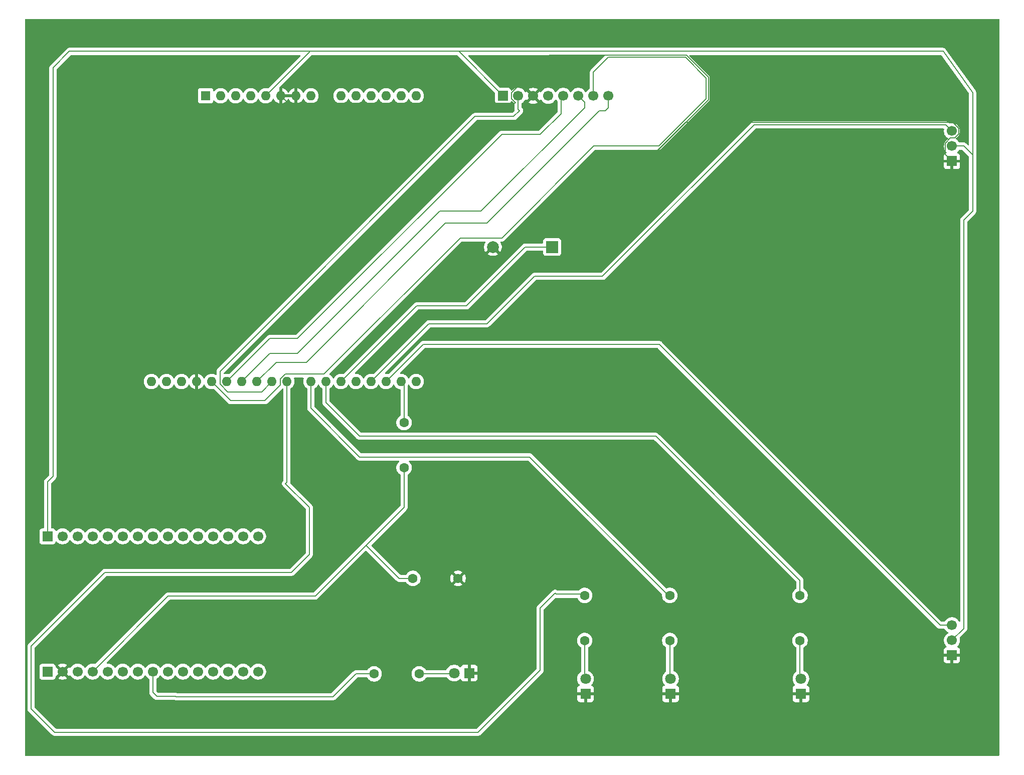
<source format=gbr>
%TF.GenerationSoftware,KiCad,Pcbnew,9.0.7*%
%TF.CreationDate,2026-01-03T22:54:21+01:00*%
%TF.ProjectId,R3Sender,52335365-6e64-4657-922e-6b696361645f,rev?*%
%TF.SameCoordinates,Original*%
%TF.FileFunction,Copper,L2,Bot*%
%TF.FilePolarity,Positive*%
%FSLAX46Y46*%
G04 Gerber Fmt 4.6, Leading zero omitted, Abs format (unit mm)*
G04 Created by KiCad (PCBNEW 9.0.7) date 2026-01-03 22:54:21*
%MOMM*%
%LPD*%
G01*
G04 APERTURE LIST*
%TA.AperFunction,Conductor*%
%ADD10C,0.200000*%
%TD*%
%TA.AperFunction,ComponentPad*%
%ADD11R,2.000000X2.000000*%
%TD*%
%TA.AperFunction,ComponentPad*%
%ADD12C,2.000000*%
%TD*%
%TA.AperFunction,ComponentPad*%
%ADD13R,1.800000X1.800000*%
%TD*%
%TA.AperFunction,ComponentPad*%
%ADD14C,1.800000*%
%TD*%
%TA.AperFunction,ComponentPad*%
%ADD15R,1.700000X1.700000*%
%TD*%
%TA.AperFunction,ComponentPad*%
%ADD16C,1.700000*%
%TD*%
%TA.AperFunction,ComponentPad*%
%ADD17C,1.600000*%
%TD*%
%TA.AperFunction,ComponentPad*%
%ADD18R,1.600000X1.600000*%
%TD*%
%TA.AperFunction,ComponentPad*%
%ADD19O,1.600000X1.600000*%
%TD*%
G04 APERTURE END LIST*
D10*
%TO.N,+5V*%
X174000000Y-14500000D02*
X179000000Y-21500000D01*
%TO.N,Net-(J4-Pin_4)*%
X68000000Y-106500000D02*
X44000000Y-106500000D01*
%TO.N,+5V*%
X67000000Y-14500000D02*
X174000000Y-14500000D01*
%TO.N,Net-(J4-Pin_4)*%
X76500000Y-98000000D02*
X68000000Y-106500000D01*
%TO.N,+5V*%
X179000000Y-21500000D02*
X179000000Y-32000000D01*
%TO.N,Net-(J4-Pin_8)*%
X44500000Y-123500000D02*
X71000000Y-123500000D01*
%TD*%
D11*
%TO.P,BZ1,1,+*%
%TO.N,Net-(A1-D5)*%
X108000000Y-47540000D03*
D12*
%TO.P,BZ1,2,-*%
%TO.N,GND*%
X98000000Y-47540000D03*
%TD*%
D13*
%TO.P,D3,1,K*%
%TO.N,GND*%
X150000000Y-123000000D03*
D14*
%TO.P,D3,2,A*%
%TO.N,Net-(D3-A)*%
X150000000Y-120460000D03*
%TD*%
D15*
%TO.P,J1,1,Pin_1*%
%TO.N,+5V*%
X99720000Y-22000000D03*
D16*
%TO.P,J1,2,Pin_2*%
%TO.N,Net-(A1-D9)*%
X102260000Y-22000000D03*
%TO.P,J1,3,Pin_3*%
%TO.N,GND*%
X104800000Y-22000000D03*
%TO.P,J1,4,Pin_4*%
%TO.N,unconnected-(J1-Pin_4-Pad4)*%
X107340000Y-22000000D03*
%TO.P,J1,5,Pin_5*%
%TO.N,Net-(A1-D12)*%
X109880000Y-22000000D03*
%TO.P,J1,6,Pin_6*%
%TO.N,Net-(A1-D11)*%
X112420000Y-22000000D03*
%TO.P,J1,7,Pin_7*%
%TO.N,Net-(A1-D13)*%
X114960000Y-22000000D03*
%TO.P,J1,8,Pin_8*%
%TO.N,Net-(A1-D10)*%
X117500000Y-22000000D03*
%TD*%
D15*
%TO.P,J4,1,Pin_1*%
%TO.N,unconnected-(J4-Pin_1-Pad1)*%
X22800000Y-119260000D03*
D16*
%TO.P,J4,2,Pin_2*%
%TO.N,GND*%
X25340000Y-119260000D03*
%TO.P,J4,3,Pin_3*%
%TO.N,unconnected-(J4-Pin_3-Pad3)*%
X27880000Y-119260000D03*
%TO.P,J4,4,Pin_4*%
%TO.N,Net-(J4-Pin_4)*%
X30420000Y-119260000D03*
%TO.P,J4,5,Pin_5*%
%TO.N,unconnected-(J4-Pin_5-Pad5)*%
X32960000Y-119260000D03*
%TO.P,J4,6,Pin_6*%
%TO.N,unconnected-(J4-Pin_6-Pad6)*%
X35500000Y-119260000D03*
%TO.P,J4,7,Pin_7*%
%TO.N,unconnected-(J4-Pin_7-Pad7)*%
X38040000Y-119260000D03*
%TO.P,J4,8,Pin_8*%
%TO.N,Net-(J4-Pin_8)*%
X40580000Y-119260000D03*
%TO.P,J4,9,Pin_9*%
%TO.N,unconnected-(J4-Pin_9-Pad9)*%
X43120000Y-119260000D03*
%TO.P,J4,10,Pin_10*%
%TO.N,unconnected-(J4-Pin_10-Pad10)*%
X45660000Y-119260000D03*
%TO.P,J4,11,Pin_11*%
%TO.N,unconnected-(J4-Pin_11-Pad11)*%
X48200000Y-119260000D03*
%TO.P,J4,12,Pin_12*%
%TO.N,unconnected-(J4-Pin_12-Pad12)*%
X50740000Y-119260000D03*
%TO.P,J4,13,Pin_13*%
%TO.N,unconnected-(J4-Pin_13-Pad13)*%
X53280000Y-119260000D03*
%TO.P,J4,14,Pin_14*%
%TO.N,unconnected-(J4-Pin_14-Pad14)*%
X55820000Y-119260000D03*
%TO.P,J4,15,Pin_15*%
%TO.N,unconnected-(J4-Pin_15-Pad15)*%
X58360000Y-119260000D03*
%TD*%
D17*
%TO.P,R2,1*%
%TO.N,Net-(D2-A)*%
X127860000Y-114000000D03*
%TO.P,R2,2*%
%TO.N,Net-(A1-D7)*%
X127860000Y-106380000D03*
%TD*%
%TO.P,R5,1*%
%TO.N,Net-(J4-Pin_4)*%
X83000000Y-84810000D03*
%TO.P,R5,2*%
%TO.N,Net-(A1-D1{slash}TX)*%
X83000000Y-77190000D03*
%TD*%
D18*
%TO.P,A1,1,NC*%
%TO.N,unconnected-(A1-NC-Pad1)*%
X49500000Y-22000000D03*
D19*
%TO.P,A1,2,IOREF*%
%TO.N,unconnected-(A1-IOREF-Pad2)*%
X52040000Y-22000000D03*
%TO.P,A1,3,~{RESET}*%
%TO.N,unconnected-(A1-~{RESET}-Pad3)*%
X54580000Y-22000000D03*
%TO.P,A1,4,3V3*%
%TO.N,unconnected-(A1-3V3-Pad4)*%
X57120000Y-22000000D03*
%TO.P,A1,5,+5V*%
%TO.N,+5V*%
X59660000Y-22000000D03*
%TO.P,A1,6,GND*%
%TO.N,GND*%
X62200000Y-22000000D03*
%TO.P,A1,7,GND*%
X64740000Y-22000000D03*
%TO.P,A1,8,VIN*%
%TO.N,unconnected-(A1-VIN-Pad8)*%
X67280000Y-22000000D03*
%TO.P,A1,9,A0*%
%TO.N,unconnected-(A1-A0-Pad9)*%
X72360000Y-22000000D03*
%TO.P,A1,10,A1*%
%TO.N,unconnected-(A1-A1-Pad10)*%
X74900000Y-22000000D03*
%TO.P,A1,11,A2*%
%TO.N,unconnected-(A1-A2-Pad11)*%
X77440000Y-22000000D03*
%TO.P,A1,12,A3*%
%TO.N,unconnected-(A1-A3-Pad12)*%
X79980000Y-22000000D03*
%TO.P,A1,13,SDA/A4*%
%TO.N,unconnected-(A1-SDA{slash}A4-Pad13)*%
X82520000Y-22000000D03*
%TO.P,A1,14,SCL/A5*%
%TO.N,unconnected-(A1-SCL{slash}A5-Pad14)*%
X85060000Y-22000000D03*
%TO.P,A1,15,D0/RX*%
%TO.N,unconnected-(A1-D0{slash}RX-Pad15)*%
X85060000Y-70260000D03*
%TO.P,A1,16,D1/TX*%
%TO.N,Net-(A1-D1{slash}TX)*%
X82520000Y-70260000D03*
%TO.P,A1,17,D2*%
%TO.N,Net-(A1-D2)*%
X79980000Y-70260000D03*
%TO.P,A1,18,D3*%
%TO.N,Net-(A1-D3)*%
X77440000Y-70260000D03*
%TO.P,A1,19,D4*%
%TO.N,unconnected-(A1-D4-Pad19)*%
X74900000Y-70260000D03*
%TO.P,A1,20,D5*%
%TO.N,Net-(A1-D5)*%
X72360000Y-70260000D03*
%TO.P,A1,21,D6*%
%TO.N,Net-(A1-D6)*%
X69820000Y-70260000D03*
%TO.P,A1,22,D7*%
%TO.N,Net-(A1-D7)*%
X67280000Y-70260000D03*
%TO.P,A1,23,D8*%
%TO.N,Net-(A1-D8)*%
X63220000Y-70260000D03*
%TO.P,A1,24,D9*%
%TO.N,Net-(A1-D9)*%
X60680000Y-70260000D03*
%TO.P,A1,25,D10*%
%TO.N,Net-(A1-D10)*%
X58140000Y-70260000D03*
%TO.P,A1,26,D11*%
%TO.N,Net-(A1-D11)*%
X55600000Y-70260000D03*
%TO.P,A1,27,D12*%
%TO.N,Net-(A1-D12)*%
X53060000Y-70260000D03*
%TO.P,A1,28,D13*%
%TO.N,Net-(A1-D13)*%
X50520000Y-70260000D03*
%TO.P,A1,29,GND*%
%TO.N,GND*%
X47980000Y-70260000D03*
%TO.P,A1,30,AREF*%
%TO.N,unconnected-(A1-AREF-Pad30)*%
X45440000Y-70260000D03*
%TO.P,A1,31,SDA/A4*%
%TO.N,unconnected-(A1-SDA{slash}A4-Pad31)*%
X42900000Y-70260000D03*
%TO.P,A1,32,SCL/A5*%
%TO.N,unconnected-(A1-SCL{slash}A5-Pad32)*%
X40360000Y-70260000D03*
%TD*%
D13*
%TO.P,D4,1,K*%
%TO.N,GND*%
X94000000Y-119500000D03*
D14*
%TO.P,D4,2,A*%
%TO.N,Net-(D4-A)*%
X91460000Y-119500000D03*
%TD*%
D13*
%TO.P,D2,1,K*%
%TO.N,GND*%
X128000000Y-123000000D03*
D14*
%TO.P,D2,2,A*%
%TO.N,Net-(D2-A)*%
X128000000Y-120460000D03*
%TD*%
D17*
%TO.P,R4,1*%
%TO.N,Net-(D4-A)*%
X85570000Y-119640000D03*
%TO.P,R4,2*%
%TO.N,Net-(J4-Pin_8)*%
X77950000Y-119640000D03*
%TD*%
D15*
%TO.P,J2,1,Pin_1*%
%TO.N,GND*%
X175500000Y-33040000D03*
D16*
%TO.P,J2,2,Pin_2*%
%TO.N,+5V*%
X175500000Y-30500000D03*
%TO.P,J2,3,Pin_3*%
%TO.N,Net-(A1-D3)*%
X175500000Y-27960000D03*
%TD*%
D17*
%TO.P,R6,1*%
%TO.N,Net-(J4-Pin_4)*%
X84500000Y-103500000D03*
%TO.P,R6,2*%
%TO.N,GND*%
X92120000Y-103500000D03*
%TD*%
D13*
%TO.P,D1,1,K*%
%TO.N,GND*%
X113640000Y-123000000D03*
D14*
%TO.P,D1,2,A*%
%TO.N,Net-(D1-A)*%
X113640000Y-120460000D03*
%TD*%
D17*
%TO.P,R3,1*%
%TO.N,Net-(D3-A)*%
X149860000Y-114000000D03*
%TO.P,R3,2*%
%TO.N,Net-(A1-D6)*%
X149860000Y-106380000D03*
%TD*%
D15*
%TO.P,J3,1,Pin_1*%
%TO.N,GND*%
X175500000Y-116500000D03*
D16*
%TO.P,J3,2,Pin_2*%
%TO.N,+5V*%
X175500000Y-113960000D03*
%TO.P,J3,3,Pin_3*%
%TO.N,Net-(A1-D2)*%
X175500000Y-111420000D03*
%TD*%
D15*
%TO.P,J5,1,Pin_1*%
%TO.N,+5V*%
X22800000Y-96400000D03*
D16*
%TO.P,J5,2,Pin_2*%
%TO.N,unconnected-(J5-Pin_2-Pad2)*%
X25340000Y-96400000D03*
%TO.P,J5,3,Pin_3*%
%TO.N,unconnected-(J5-Pin_3-Pad3)*%
X27880000Y-96400000D03*
%TO.P,J5,4,Pin_4*%
%TO.N,unconnected-(J5-Pin_4-Pad4)*%
X30420000Y-96400000D03*
%TO.P,J5,5,Pin_5*%
%TO.N,unconnected-(J5-Pin_5-Pad5)*%
X32960000Y-96400000D03*
%TO.P,J5,6,Pin_6*%
%TO.N,unconnected-(J5-Pin_6-Pad6)*%
X35500000Y-96400000D03*
%TO.P,J5,7,Pin_7*%
%TO.N,unconnected-(J5-Pin_7-Pad7)*%
X38040000Y-96400000D03*
%TO.P,J5,8,Pin_8*%
%TO.N,unconnected-(J5-Pin_8-Pad8)*%
X40580000Y-96400000D03*
%TO.P,J5,9,Pin_9*%
%TO.N,unconnected-(J5-Pin_9-Pad9)*%
X43120000Y-96400000D03*
%TO.P,J5,10,Pin_10*%
%TO.N,unconnected-(J5-Pin_10-Pad10)*%
X45660000Y-96400000D03*
%TO.P,J5,11,Pin_11*%
%TO.N,unconnected-(J5-Pin_11-Pad11)*%
X48200000Y-96400000D03*
%TO.P,J5,12,Pin_12*%
%TO.N,unconnected-(J5-Pin_12-Pad12)*%
X50740000Y-96400000D03*
%TO.P,J5,13,Pin_13*%
%TO.N,unconnected-(J5-Pin_13-Pad13)*%
X53280000Y-96400000D03*
%TO.P,J5,14,Pin_14*%
%TO.N,unconnected-(J5-Pin_14-Pad14)*%
X55820000Y-96400000D03*
%TO.P,J5,15,Pin_15*%
%TO.N,unconnected-(J5-Pin_15-Pad15)*%
X58360000Y-96400000D03*
%TD*%
D17*
%TO.P,R1,1*%
%TO.N,Net-(D1-A)*%
X113500000Y-114000000D03*
%TO.P,R1,2*%
%TO.N,Net-(A1-D8)*%
X113500000Y-106380000D03*
%TD*%
D10*
%TO.N,Net-(A1-D2)*%
X79980000Y-70260000D02*
X86240000Y-64000000D01*
X173500000Y-111420000D02*
X175500000Y-111420000D01*
X126080000Y-64000000D02*
X173500000Y-111420000D01*
X86240000Y-64000000D02*
X126080000Y-64000000D01*
%TO.N,Net-(A1-D13)*%
X62119000Y-69803950D02*
X62922950Y-69000000D01*
X117500000Y-15500000D02*
X114960000Y-18040000D01*
X114960000Y-18040000D02*
X114960000Y-22000000D01*
X115000000Y-30500000D02*
X126000000Y-30500000D01*
X130500000Y-15500000D02*
X117500000Y-15500000D01*
X62119000Y-70881000D02*
X62119000Y-69803950D01*
X53760000Y-73500000D02*
X59500000Y-73500000D01*
X69500000Y-69000000D02*
X92500000Y-46000000D01*
X126000000Y-30500000D02*
X134000000Y-22500000D01*
X50520000Y-70260000D02*
X53760000Y-73500000D01*
X134000000Y-22500000D02*
X134000000Y-19000000D01*
X134000000Y-19000000D02*
X130500000Y-15500000D01*
X99500000Y-46000000D02*
X115000000Y-30500000D01*
X62922950Y-69000000D02*
X69500000Y-69000000D01*
X59500000Y-73500000D02*
X62119000Y-70881000D01*
X92500000Y-46000000D02*
X99500000Y-46000000D01*
%TO.N,Net-(A1-D8)*%
X63220000Y-70260000D02*
X63220000Y-87280000D01*
X108690000Y-106190000D02*
X113500000Y-106190000D01*
X106000000Y-108500000D02*
X108500000Y-106000000D01*
X108500000Y-106000000D02*
X108690000Y-106190000D01*
X64000000Y-102500000D02*
X32500000Y-102500000D01*
X67000000Y-99500000D02*
X64000000Y-102500000D01*
X95500000Y-129500000D02*
X106000000Y-119000000D01*
X63220000Y-87280000D02*
X63000000Y-87500000D01*
X20000000Y-125500000D02*
X24000000Y-129500000D01*
X32500000Y-102500000D02*
X20000000Y-115000000D01*
X67000000Y-91500000D02*
X67000000Y-99500000D01*
X106000000Y-119000000D02*
X106000000Y-108500000D01*
X24000000Y-129500000D02*
X95500000Y-129500000D01*
X63000000Y-87500000D02*
X67000000Y-91500000D01*
X20000000Y-115000000D02*
X20000000Y-125500000D01*
%TO.N,Net-(A1-D3)*%
X105000000Y-52500000D02*
X116500000Y-52500000D01*
X97000000Y-60500000D02*
X105000000Y-52500000D01*
X77440000Y-70260000D02*
X87200000Y-60500000D01*
X174460000Y-26920000D02*
X175500000Y-27960000D01*
X142080000Y-26920000D02*
X174460000Y-26920000D01*
X116500000Y-52500000D02*
X142080000Y-26920000D01*
X87200000Y-60500000D02*
X97000000Y-60500000D01*
%TO.N,+5V*%
X177500000Y-111960000D02*
X177500000Y-43000000D01*
X179000000Y-41500000D02*
X179000000Y-32000000D01*
X99720000Y-22000000D02*
X92220000Y-14500000D01*
X179000000Y-32000000D02*
X177500000Y-30500000D01*
X175500000Y-113960000D02*
X177500000Y-111960000D01*
X92220000Y-14500000D02*
X26500000Y-14500000D01*
X177500000Y-43000000D02*
X179000000Y-41500000D01*
X177500000Y-30500000D02*
X175500000Y-30500000D01*
X26500000Y-14500000D02*
X23720000Y-17280000D01*
X23720000Y-86280000D02*
X22800000Y-87200000D01*
X59660000Y-22000000D02*
X67000000Y-14660000D01*
X22800000Y-87200000D02*
X22800000Y-96400000D01*
X23720000Y-17280000D02*
X23720000Y-86280000D01*
X67000000Y-14660000D02*
X67000000Y-14500000D01*
%TO.N,Net-(A1-D5)*%
X93500000Y-57500000D02*
X103460000Y-47540000D01*
X85120000Y-57500000D02*
X93500000Y-57500000D01*
X72360000Y-70260000D02*
X85120000Y-57500000D01*
X103460000Y-47540000D02*
X108000000Y-47540000D01*
%TO.N,Net-(A1-D6)*%
X69820000Y-73820000D02*
X75500000Y-79500000D01*
X125500000Y-79500000D02*
X149860000Y-103860000D01*
X75500000Y-79500000D02*
X125500000Y-79500000D01*
X149860000Y-106380000D02*
X149860000Y-103860000D01*
X69820000Y-70260000D02*
X69820000Y-73820000D01*
%TO.N,Net-(A1-D1{slash}TX)*%
X83000000Y-70740000D02*
X82520000Y-70260000D01*
X82520000Y-70260000D02*
X82520000Y-70220000D01*
X83000000Y-77190000D02*
X83000000Y-70740000D01*
%TO.N,Net-(A1-D9)*%
X102260000Y-24260000D02*
X102260000Y-22000000D01*
X51959000Y-68541000D02*
X95000000Y-25500000D01*
X101500000Y-25500000D02*
X102500000Y-24500000D01*
X102500000Y-24500000D02*
X102260000Y-24260000D01*
X95000000Y-25500000D02*
X101500000Y-25500000D01*
X51959000Y-70716050D02*
X51959000Y-68541000D01*
X53242950Y-72000000D02*
X51959000Y-70716050D01*
X58940000Y-72000000D02*
X53242950Y-72000000D01*
X60680000Y-70260000D02*
X58940000Y-72000000D01*
%TO.N,Net-(A1-D7)*%
X67280000Y-70260000D02*
X67280000Y-74780000D01*
X75500000Y-83000000D02*
X104220000Y-83000000D01*
X104220000Y-83000000D02*
X127860000Y-106640000D01*
X67280000Y-74780000D02*
X75500000Y-83000000D01*
%TO.N,Net-(A1-D12)*%
X109500000Y-22380000D02*
X109880000Y-22000000D01*
X53060000Y-70260000D02*
X60320000Y-63000000D01*
X99500000Y-28500000D02*
X106000000Y-28500000D01*
X60320000Y-63000000D02*
X65000000Y-63000000D01*
X65000000Y-63000000D02*
X99500000Y-28500000D01*
X109500000Y-25000000D02*
X109500000Y-22380000D01*
X106000000Y-28500000D02*
X109500000Y-25000000D01*
%TO.N,GND*%
X134401000Y-18833900D02*
X130666100Y-15099000D01*
X112067100Y-45000000D02*
X134401000Y-22666100D01*
X130666100Y-15099000D02*
X107533240Y-15099000D01*
X175261240Y-29111000D02*
X175976760Y-29111000D01*
X104800000Y-22000000D02*
X104800000Y-22100000D01*
X130548100Y-26519000D02*
X112067100Y-45000000D01*
X111600000Y-45000000D02*
X111900000Y-44700000D01*
X176651000Y-28436760D02*
X176651000Y-27483240D01*
X175976760Y-29111000D02*
X176651000Y-28436760D01*
X101634240Y-23300000D02*
X63500000Y-23300000D01*
X174349000Y-30023240D02*
X175261240Y-29111000D01*
X101109000Y-22476760D02*
X101783240Y-23151000D01*
X174349000Y-31889000D02*
X174349000Y-30023240D01*
X175686760Y-26519000D02*
X130548100Y-26519000D01*
X63500000Y-23300000D02*
X62200000Y-22000000D01*
X107533240Y-15099000D02*
X101109000Y-21523240D01*
X108000000Y-45000000D02*
X112067100Y-45000000D01*
X108000000Y-45000000D02*
X111600000Y-45000000D01*
X101109000Y-21523240D02*
X101109000Y-22476760D01*
X149860000Y-122360000D02*
X150000000Y-122500000D01*
X111701000Y-15099000D02*
X130666100Y-15099000D01*
X176651000Y-27483240D02*
X175686760Y-26519000D01*
X112067100Y-45000000D02*
X111600000Y-45000000D01*
X134401000Y-22666100D02*
X134401000Y-18833900D01*
X101783240Y-23151000D02*
X101634240Y-23300000D01*
X175500000Y-33040000D02*
X174349000Y-31889000D01*
X104800000Y-22000000D02*
X111701000Y-15099000D01*
%TO.N,Net-(A1-D10)*%
X58140000Y-70260000D02*
X61400000Y-67000000D01*
X116000000Y-24500000D02*
X117000000Y-24500000D01*
X117000000Y-24500000D02*
X117500000Y-24000000D01*
X66500000Y-67000000D02*
X90000000Y-43500000D01*
X117500000Y-24000000D02*
X117500000Y-22000000D01*
X90000000Y-43500000D02*
X97000000Y-43500000D01*
X97000000Y-43500000D02*
X116000000Y-24500000D01*
X61400000Y-67000000D02*
X66500000Y-67000000D01*
%TO.N,Net-(A1-D11)*%
X113500000Y-23000000D02*
X113420000Y-23000000D01*
X113420000Y-23000000D02*
X112420000Y-22000000D01*
X113500000Y-24000000D02*
X113500000Y-23000000D01*
X89000000Y-41500000D02*
X96000000Y-41500000D01*
X96000000Y-41500000D02*
X113500000Y-24000000D01*
X65000000Y-65500000D02*
X89000000Y-41500000D01*
X55600000Y-70260000D02*
X60360000Y-65500000D01*
X60360000Y-65500000D02*
X65000000Y-65500000D01*
%TO.N,Net-(D1-A)*%
X113500000Y-120320000D02*
X113640000Y-120460000D01*
X113500000Y-120370000D02*
X113640000Y-120510000D01*
X113500000Y-114000000D02*
X113500000Y-120320000D01*
%TO.N,Net-(D2-A)*%
X127860000Y-114000000D02*
X127860000Y-120320000D01*
X127860000Y-120320000D02*
X128000000Y-120460000D01*
X127860000Y-120820000D02*
X128000000Y-120960000D01*
%TO.N,Net-(D3-A)*%
X150000000Y-113900000D02*
X149860000Y-114040000D01*
X149860000Y-120320000D02*
X150000000Y-120460000D01*
X149860000Y-114000000D02*
X149860000Y-120320000D01*
%TO.N,Net-(J4-Pin_8)*%
X40580000Y-119260000D02*
X40580000Y-122755000D01*
X44450000Y-123450000D02*
X44500000Y-123500000D01*
X74860000Y-119640000D02*
X71000000Y-123500000D01*
X41275000Y-123450000D02*
X44450000Y-123450000D01*
X77950000Y-119640000D02*
X74860000Y-119640000D01*
X40580000Y-122755000D02*
X41275000Y-123450000D01*
%TO.N,Net-(J4-Pin_4)*%
X82175000Y-103500000D02*
X76587500Y-97912500D01*
X84500000Y-103500000D02*
X82175000Y-103500000D01*
X83000000Y-91500000D02*
X76587500Y-97912500D01*
X76587500Y-97912500D02*
X76500000Y-98000000D01*
X83000000Y-84810000D02*
X83000000Y-91500000D01*
X43180000Y-106500000D02*
X44000000Y-106500000D01*
X30420000Y-119260000D02*
X43180000Y-106500000D01*
%TO.N,Net-(D4-A)*%
X85570000Y-119640000D02*
X91320000Y-119640000D01*
X91320000Y-119640000D02*
X91460000Y-119500000D01*
%TD*%
%TA.AperFunction,Conductor*%
%TO.N,GND*%
G36*
X174124130Y-27540185D02*
G01*
X174169885Y-27592989D01*
X174179829Y-27662147D01*
X174179564Y-27663898D01*
X174149500Y-27853713D01*
X174149500Y-28066286D01*
X174182753Y-28276239D01*
X174248444Y-28478414D01*
X174344951Y-28667820D01*
X174469890Y-28839786D01*
X174620213Y-28990109D01*
X174792182Y-29115050D01*
X174800946Y-29119516D01*
X174851742Y-29167491D01*
X174868536Y-29235312D01*
X174845998Y-29301447D01*
X174800946Y-29340484D01*
X174792182Y-29344949D01*
X174620213Y-29469890D01*
X174469890Y-29620213D01*
X174344951Y-29792179D01*
X174248444Y-29981585D01*
X174182753Y-30183760D01*
X174172119Y-30250903D01*
X174149500Y-30393713D01*
X174149500Y-30606287D01*
X174182754Y-30816243D01*
X174196486Y-30858507D01*
X174248444Y-31018414D01*
X174344951Y-31207820D01*
X174469890Y-31379786D01*
X174583818Y-31493714D01*
X174617303Y-31555037D01*
X174612319Y-31624729D01*
X174570447Y-31680662D01*
X174539471Y-31697577D01*
X174407912Y-31746646D01*
X174407906Y-31746649D01*
X174292812Y-31832809D01*
X174292809Y-31832812D01*
X174206649Y-31947906D01*
X174206645Y-31947913D01*
X174156403Y-32082620D01*
X174156401Y-32082627D01*
X174150000Y-32142155D01*
X174150000Y-32790000D01*
X175066988Y-32790000D01*
X175034075Y-32847007D01*
X175000000Y-32974174D01*
X175000000Y-33105826D01*
X175034075Y-33232993D01*
X175066988Y-33290000D01*
X174150000Y-33290000D01*
X174150000Y-33937844D01*
X174156401Y-33997372D01*
X174156403Y-33997379D01*
X174206645Y-34132086D01*
X174206649Y-34132093D01*
X174292809Y-34247187D01*
X174292812Y-34247190D01*
X174407906Y-34333350D01*
X174407913Y-34333354D01*
X174542620Y-34383596D01*
X174542627Y-34383598D01*
X174602155Y-34389999D01*
X174602172Y-34390000D01*
X175250000Y-34390000D01*
X175250000Y-33473012D01*
X175307007Y-33505925D01*
X175434174Y-33540000D01*
X175565826Y-33540000D01*
X175692993Y-33505925D01*
X175750000Y-33473012D01*
X175750000Y-34390000D01*
X176397828Y-34390000D01*
X176397844Y-34389999D01*
X176457372Y-34383598D01*
X176457379Y-34383596D01*
X176592086Y-34333354D01*
X176592093Y-34333350D01*
X176707187Y-34247190D01*
X176707190Y-34247187D01*
X176793350Y-34132093D01*
X176793354Y-34132086D01*
X176843596Y-33997379D01*
X176843598Y-33997372D01*
X176849999Y-33937844D01*
X176850000Y-33937827D01*
X176850000Y-33290000D01*
X175933012Y-33290000D01*
X175965925Y-33232993D01*
X176000000Y-33105826D01*
X176000000Y-32974174D01*
X175965925Y-32847007D01*
X175933012Y-32790000D01*
X176850000Y-32790000D01*
X176850000Y-32142172D01*
X176849999Y-32142155D01*
X176843598Y-32082627D01*
X176843596Y-32082620D01*
X176793354Y-31947913D01*
X176793350Y-31947906D01*
X176707190Y-31832812D01*
X176707187Y-31832809D01*
X176592093Y-31746649D01*
X176592088Y-31746646D01*
X176460528Y-31697577D01*
X176404595Y-31655705D01*
X176380178Y-31590241D01*
X176395030Y-31521968D01*
X176416175Y-31493720D01*
X176530104Y-31379792D01*
X176655051Y-31207816D01*
X176655349Y-31207230D01*
X176675235Y-31168205D01*
X176723209Y-31117409D01*
X176785719Y-31100500D01*
X177199903Y-31100500D01*
X177266942Y-31120185D01*
X177287584Y-31136819D01*
X178363181Y-32212416D01*
X178396666Y-32273739D01*
X178399500Y-32300097D01*
X178399500Y-41199902D01*
X178379815Y-41266941D01*
X178363181Y-41287583D01*
X177019481Y-42631282D01*
X177019479Y-42631285D01*
X176969361Y-42718094D01*
X176969359Y-42718096D01*
X176940425Y-42768209D01*
X176940424Y-42768210D01*
X176940423Y-42768215D01*
X176899499Y-42920943D01*
X176899499Y-42920945D01*
X176899499Y-43089046D01*
X176899500Y-43089059D01*
X176899500Y-110675444D01*
X176879815Y-110742483D01*
X176827011Y-110788238D01*
X176757853Y-110798182D01*
X176694297Y-110769157D01*
X176665016Y-110731740D01*
X176655050Y-110712182D01*
X176530109Y-110540213D01*
X176379786Y-110389890D01*
X176207820Y-110264951D01*
X176018414Y-110168444D01*
X176018413Y-110168443D01*
X176018412Y-110168443D01*
X175816243Y-110102754D01*
X175816241Y-110102753D01*
X175816240Y-110102753D01*
X175654957Y-110077208D01*
X175606287Y-110069500D01*
X175393713Y-110069500D01*
X175345042Y-110077208D01*
X175183760Y-110102753D01*
X174981585Y-110168444D01*
X174792179Y-110264951D01*
X174620213Y-110389890D01*
X174469890Y-110540213D01*
X174344948Y-110712184D01*
X174344947Y-110712185D01*
X174324765Y-110751795D01*
X174276791Y-110802591D01*
X174214281Y-110819500D01*
X173800097Y-110819500D01*
X173733058Y-110799815D01*
X173712416Y-110783181D01*
X126567590Y-63638355D01*
X126567588Y-63638352D01*
X126448716Y-63519480D01*
X126448714Y-63519479D01*
X126361904Y-63469360D01*
X126361904Y-63469359D01*
X126361900Y-63469358D01*
X126311785Y-63440423D01*
X126159057Y-63399499D01*
X126000943Y-63399499D01*
X125993347Y-63399499D01*
X125993331Y-63399500D01*
X86326669Y-63399500D01*
X86326653Y-63399499D01*
X86319057Y-63399499D01*
X86160943Y-63399499D01*
X86053587Y-63428265D01*
X86008210Y-63440424D01*
X86008209Y-63440425D01*
X85958096Y-63469359D01*
X85958095Y-63469360D01*
X85914689Y-63494420D01*
X85871285Y-63519479D01*
X85759478Y-63631286D01*
X80424842Y-68965921D01*
X80363519Y-68999406D01*
X80298848Y-68996173D01*
X80284534Y-68991522D01*
X80109995Y-68963878D01*
X80082352Y-68959500D01*
X79889096Y-68959500D01*
X79822057Y-68939815D01*
X79776302Y-68887011D01*
X79766358Y-68817853D01*
X79795383Y-68754297D01*
X79801415Y-68747819D01*
X83529754Y-65019481D01*
X87412416Y-61136819D01*
X87473739Y-61103334D01*
X87500097Y-61100500D01*
X96913331Y-61100500D01*
X96913347Y-61100501D01*
X96920943Y-61100501D01*
X97079054Y-61100501D01*
X97079057Y-61100501D01*
X97231785Y-61059577D01*
X97281904Y-61030639D01*
X97368716Y-60980520D01*
X97480520Y-60868716D01*
X97480520Y-60868714D01*
X97490728Y-60858507D01*
X97490729Y-60858504D01*
X105212416Y-53136819D01*
X105273739Y-53103334D01*
X105300097Y-53100500D01*
X116413331Y-53100500D01*
X116413347Y-53100501D01*
X116420943Y-53100501D01*
X116579054Y-53100501D01*
X116579057Y-53100501D01*
X116731785Y-53059577D01*
X116781904Y-53030639D01*
X116868716Y-52980520D01*
X116980520Y-52868716D01*
X116980520Y-52868714D01*
X116990728Y-52858507D01*
X116990729Y-52858504D01*
X142292416Y-27556819D01*
X142353739Y-27523334D01*
X142380097Y-27520500D01*
X174057091Y-27520500D01*
X174124130Y-27540185D01*
G37*
%TD.AperFunction*%
%TA.AperFunction,Conductor*%
G36*
X173694198Y-15120185D02*
G01*
X173728062Y-15152426D01*
X178333401Y-21599901D01*
X178376403Y-21660103D01*
X178399351Y-21726097D01*
X178399500Y-21732177D01*
X178399500Y-30250903D01*
X178379815Y-30317942D01*
X178327011Y-30363697D01*
X178257853Y-30373641D01*
X178194297Y-30344616D01*
X178187819Y-30338584D01*
X177987590Y-30138355D01*
X177987588Y-30138352D01*
X177868717Y-30019481D01*
X177868716Y-30019480D01*
X177781904Y-29969360D01*
X177781904Y-29969359D01*
X177781900Y-29969358D01*
X177731785Y-29940423D01*
X177579057Y-29899499D01*
X177420943Y-29899499D01*
X177413347Y-29899499D01*
X177413331Y-29899500D01*
X176785719Y-29899500D01*
X176718680Y-29879815D01*
X176675235Y-29831795D01*
X176655052Y-29792185D01*
X176655051Y-29792184D01*
X176530109Y-29620213D01*
X176379786Y-29469890D01*
X176207820Y-29344951D01*
X176207115Y-29344591D01*
X176199054Y-29340485D01*
X176148259Y-29292512D01*
X176131463Y-29224692D01*
X176153999Y-29158556D01*
X176199054Y-29119515D01*
X176207816Y-29115051D01*
X176284170Y-29059577D01*
X176379786Y-28990109D01*
X176379788Y-28990106D01*
X176379792Y-28990104D01*
X176530104Y-28839792D01*
X176530106Y-28839788D01*
X176530109Y-28839786D01*
X176655048Y-28667820D01*
X176655047Y-28667820D01*
X176655051Y-28667816D01*
X176751557Y-28478412D01*
X176817246Y-28276243D01*
X176850500Y-28066287D01*
X176850500Y-27853713D01*
X176817246Y-27643757D01*
X176751557Y-27441588D01*
X176655051Y-27252184D01*
X176655049Y-27252181D01*
X176655048Y-27252179D01*
X176530109Y-27080213D01*
X176379786Y-26929890D01*
X176207820Y-26804951D01*
X176018414Y-26708444D01*
X176018413Y-26708443D01*
X176018412Y-26708443D01*
X175816243Y-26642754D01*
X175816241Y-26642753D01*
X175816240Y-26642753D01*
X175654957Y-26617208D01*
X175606287Y-26609500D01*
X175393713Y-26609500D01*
X175365006Y-26614046D01*
X175183757Y-26642753D01*
X175141473Y-26656492D01*
X175126260Y-26656926D01*
X175112003Y-26662244D01*
X175092048Y-26657903D01*
X175071632Y-26658486D01*
X175057545Y-26650397D01*
X175043730Y-26647392D01*
X175015476Y-26626241D01*
X174947590Y-26558355D01*
X174947588Y-26558352D01*
X174828717Y-26439481D01*
X174828716Y-26439480D01*
X174741904Y-26389360D01*
X174741904Y-26389359D01*
X174741900Y-26389358D01*
X174691785Y-26360423D01*
X174539057Y-26319499D01*
X174380943Y-26319499D01*
X174373347Y-26319499D01*
X174373331Y-26319500D01*
X142166669Y-26319500D01*
X142166653Y-26319499D01*
X142159057Y-26319499D01*
X142000943Y-26319499D01*
X141893587Y-26348265D01*
X141848210Y-26360424D01*
X141848209Y-26360425D01*
X141798096Y-26389359D01*
X141798095Y-26389360D01*
X141754689Y-26414420D01*
X141711285Y-26439479D01*
X141711282Y-26439481D01*
X141599478Y-26551286D01*
X116287584Y-51863181D01*
X116226261Y-51896666D01*
X116199903Y-51899500D01*
X104920940Y-51899500D01*
X104880019Y-51910464D01*
X104880019Y-51910465D01*
X104842751Y-51920451D01*
X104768214Y-51940423D01*
X104768209Y-51940426D01*
X104631290Y-52019475D01*
X104631282Y-52019481D01*
X104519478Y-52131286D01*
X96787584Y-59863181D01*
X96726261Y-59896666D01*
X96699903Y-59899500D01*
X87120940Y-59899500D01*
X87080019Y-59910464D01*
X87080019Y-59910465D01*
X87042751Y-59920451D01*
X86968214Y-59940423D01*
X86968209Y-59940426D01*
X86831290Y-60019475D01*
X86831282Y-60019481D01*
X86719478Y-60131286D01*
X77884842Y-68965921D01*
X77823519Y-68999406D01*
X77758848Y-68996173D01*
X77744534Y-68991522D01*
X77569995Y-68963878D01*
X77542352Y-68959500D01*
X77337648Y-68959500D01*
X77313329Y-68963351D01*
X77135465Y-68991522D01*
X76940776Y-69054781D01*
X76758386Y-69147715D01*
X76592786Y-69268028D01*
X76448028Y-69412786D01*
X76327715Y-69578386D01*
X76280485Y-69671080D01*
X76232510Y-69721876D01*
X76164689Y-69738671D01*
X76098554Y-69716134D01*
X76059515Y-69671080D01*
X76058883Y-69669840D01*
X76012287Y-69578390D01*
X76004556Y-69567749D01*
X75891971Y-69412786D01*
X75747213Y-69268028D01*
X75581613Y-69147715D01*
X75581612Y-69147714D01*
X75581610Y-69147713D01*
X75524653Y-69118691D01*
X75399223Y-69054781D01*
X75204534Y-68991522D01*
X75029995Y-68963878D01*
X75002352Y-68959500D01*
X74809096Y-68959500D01*
X74742057Y-68939815D01*
X74696302Y-68887011D01*
X74686358Y-68817853D01*
X74715383Y-68754297D01*
X74721415Y-68747819D01*
X79909658Y-63559577D01*
X85332416Y-58136819D01*
X85393739Y-58103334D01*
X85420097Y-58100500D01*
X93413331Y-58100500D01*
X93413347Y-58100501D01*
X93420943Y-58100501D01*
X93579054Y-58100501D01*
X93579057Y-58100501D01*
X93731785Y-58059577D01*
X93781904Y-58030639D01*
X93868716Y-57980520D01*
X93980520Y-57868716D01*
X93980520Y-57868714D01*
X93990728Y-57858507D01*
X93990729Y-57858504D01*
X103672416Y-48176819D01*
X103733739Y-48143334D01*
X103760097Y-48140500D01*
X106375501Y-48140500D01*
X106442540Y-48160185D01*
X106488295Y-48212989D01*
X106499501Y-48264500D01*
X106499501Y-48587876D01*
X106505908Y-48647483D01*
X106556202Y-48782328D01*
X106556206Y-48782335D01*
X106642452Y-48897544D01*
X106642455Y-48897547D01*
X106757664Y-48983793D01*
X106757671Y-48983797D01*
X106892517Y-49034091D01*
X106892516Y-49034091D01*
X106899444Y-49034835D01*
X106952127Y-49040500D01*
X109047872Y-49040499D01*
X109107483Y-49034091D01*
X109242331Y-48983796D01*
X109357546Y-48897546D01*
X109443796Y-48782331D01*
X109494091Y-48647483D01*
X109500500Y-48587873D01*
X109500499Y-46492128D01*
X109494091Y-46432517D01*
X109443796Y-46297669D01*
X109443795Y-46297668D01*
X109443793Y-46297664D01*
X109357547Y-46182455D01*
X109357544Y-46182452D01*
X109242335Y-46096206D01*
X109242328Y-46096202D01*
X109107482Y-46045908D01*
X109107483Y-46045908D01*
X109047883Y-46039501D01*
X109047881Y-46039500D01*
X109047873Y-46039500D01*
X109047864Y-46039500D01*
X106952129Y-46039500D01*
X106952123Y-46039501D01*
X106892516Y-46045908D01*
X106757671Y-46096202D01*
X106757664Y-46096206D01*
X106642455Y-46182452D01*
X106642452Y-46182455D01*
X106556206Y-46297664D01*
X106556202Y-46297671D01*
X106505908Y-46432517D01*
X106500748Y-46480519D01*
X106499501Y-46492123D01*
X106499500Y-46492135D01*
X106499500Y-46815500D01*
X106479815Y-46882539D01*
X106427011Y-46928294D01*
X106375500Y-46939500D01*
X103539057Y-46939500D01*
X103380943Y-46939500D01*
X103228215Y-46980423D01*
X103228214Y-46980423D01*
X103228212Y-46980424D01*
X103228209Y-46980425D01*
X103178096Y-47009359D01*
X103178095Y-47009360D01*
X103134689Y-47034420D01*
X103091285Y-47059479D01*
X103091282Y-47059481D01*
X103010863Y-47139901D01*
X102979480Y-47171284D01*
X102979478Y-47171286D01*
X98131284Y-52019481D01*
X93287584Y-56863181D01*
X93226261Y-56896666D01*
X93199903Y-56899500D01*
X85199057Y-56899500D01*
X85040943Y-56899500D01*
X84888215Y-56940423D01*
X84888214Y-56940423D01*
X84888212Y-56940424D01*
X84888209Y-56940425D01*
X84838096Y-56969359D01*
X84838095Y-56969360D01*
X84794689Y-56994420D01*
X84751285Y-57019479D01*
X84751282Y-57019481D01*
X84639478Y-57131286D01*
X72804842Y-68965921D01*
X72743519Y-68999406D01*
X72678848Y-68996173D01*
X72664534Y-68991522D01*
X72489995Y-68963878D01*
X72462352Y-68959500D01*
X72257648Y-68959500D01*
X72233329Y-68963351D01*
X72055465Y-68991522D01*
X71860776Y-69054781D01*
X71678386Y-69147715D01*
X71512786Y-69268028D01*
X71368028Y-69412786D01*
X71247715Y-69578386D01*
X71200485Y-69671080D01*
X71152510Y-69721876D01*
X71084689Y-69738671D01*
X71018554Y-69716134D01*
X70979515Y-69671080D01*
X70978883Y-69669840D01*
X70932287Y-69578390D01*
X70924556Y-69567749D01*
X70811971Y-69412786D01*
X70667213Y-69268028D01*
X70501611Y-69147713D01*
X70454882Y-69123904D01*
X70404086Y-69075930D01*
X70387290Y-69008109D01*
X70409827Y-68941974D01*
X70423489Y-68925744D01*
X92712416Y-46636819D01*
X92773739Y-46603334D01*
X92800097Y-46600500D01*
X96592860Y-46600500D01*
X96659899Y-46620185D01*
X96705654Y-46672989D01*
X96715598Y-46742147D01*
X96703345Y-46780795D01*
X96609897Y-46964197D01*
X96536934Y-47188752D01*
X96500000Y-47421947D01*
X96500000Y-47658052D01*
X96536934Y-47891247D01*
X96609897Y-48115802D01*
X96717087Y-48326174D01*
X96777338Y-48409104D01*
X96777340Y-48409105D01*
X97517037Y-47669408D01*
X97534075Y-47732993D01*
X97599901Y-47847007D01*
X97692993Y-47940099D01*
X97807007Y-48005925D01*
X97870590Y-48022962D01*
X97130893Y-48762658D01*
X97213828Y-48822914D01*
X97424197Y-48930102D01*
X97648752Y-49003065D01*
X97648751Y-49003065D01*
X97881948Y-49040000D01*
X98118052Y-49040000D01*
X98351247Y-49003065D01*
X98575802Y-48930102D01*
X98786163Y-48822918D01*
X98786169Y-48822914D01*
X98869104Y-48762658D01*
X98869105Y-48762658D01*
X98129408Y-48022962D01*
X98192993Y-48005925D01*
X98307007Y-47940099D01*
X98400099Y-47847007D01*
X98465925Y-47732993D01*
X98482962Y-47669409D01*
X99222658Y-48409105D01*
X99222658Y-48409104D01*
X99282914Y-48326169D01*
X99282918Y-48326163D01*
X99390102Y-48115802D01*
X99463065Y-47891247D01*
X99500000Y-47658052D01*
X99500000Y-47421947D01*
X99463065Y-47188752D01*
X99390102Y-46964197D01*
X99296655Y-46780795D01*
X99296146Y-46778089D01*
X99294346Y-46776011D01*
X99289737Y-46743959D01*
X99283759Y-46712125D01*
X99284793Y-46709576D01*
X99284402Y-46706853D01*
X99297853Y-46677397D01*
X99310035Y-46647385D01*
X99312284Y-46645799D01*
X99313427Y-46643297D01*
X99340670Y-46625788D01*
X99367142Y-46607128D01*
X99370598Y-46606555D01*
X99372205Y-46605523D01*
X99407140Y-46600500D01*
X99413331Y-46600500D01*
X99413347Y-46600501D01*
X99420943Y-46600501D01*
X99579054Y-46600501D01*
X99579057Y-46600501D01*
X99731785Y-46559577D01*
X99781904Y-46530639D01*
X99868716Y-46480520D01*
X99980520Y-46368716D01*
X99980520Y-46368714D01*
X99990728Y-46358507D01*
X99990729Y-46358504D01*
X115212416Y-31136819D01*
X115273739Y-31103334D01*
X115300097Y-31100500D01*
X125913331Y-31100500D01*
X125913347Y-31100501D01*
X125920943Y-31100501D01*
X126079054Y-31100501D01*
X126079057Y-31100501D01*
X126231785Y-31059577D01*
X126281904Y-31030639D01*
X126368716Y-30980520D01*
X126480520Y-30868716D01*
X126480520Y-30868714D01*
X126490728Y-30858507D01*
X126490730Y-30858504D01*
X134358506Y-22990728D01*
X134358511Y-22990724D01*
X134368714Y-22980520D01*
X134368716Y-22980520D01*
X134480520Y-22868716D01*
X134559577Y-22731784D01*
X134594754Y-22600501D01*
X134600500Y-22579058D01*
X134600500Y-22420943D01*
X134600500Y-18920943D01*
X134559577Y-18768216D01*
X134559573Y-18768209D01*
X134480524Y-18631290D01*
X134480521Y-18631286D01*
X134480520Y-18631284D01*
X134368716Y-18519480D01*
X134368715Y-18519479D01*
X134364385Y-18515149D01*
X134364374Y-18515139D01*
X131161416Y-15312181D01*
X131127931Y-15250858D01*
X131132915Y-15181166D01*
X131174787Y-15125233D01*
X131240251Y-15100816D01*
X131249097Y-15100500D01*
X173627159Y-15100500D01*
X173694198Y-15120185D01*
G37*
%TD.AperFunction*%
%TA.AperFunction,Conductor*%
G36*
X104334075Y-22192993D02*
G01*
X104399901Y-22307007D01*
X104492993Y-22400099D01*
X104607007Y-22465925D01*
X104670590Y-22482962D01*
X104038282Y-23115269D01*
X104038282Y-23115270D01*
X104092449Y-23154624D01*
X104281782Y-23251095D01*
X104483870Y-23316757D01*
X104693754Y-23350000D01*
X104906246Y-23350000D01*
X105116127Y-23316757D01*
X105116130Y-23316757D01*
X105318217Y-23251095D01*
X105507554Y-23154622D01*
X105561716Y-23115270D01*
X105561717Y-23115270D01*
X104929408Y-22482962D01*
X104992993Y-22465925D01*
X105107007Y-22400099D01*
X105200099Y-22307007D01*
X105265925Y-22192993D01*
X105282962Y-22129409D01*
X105915270Y-22761717D01*
X105915270Y-22761716D01*
X105954622Y-22707555D01*
X105959232Y-22698507D01*
X106007205Y-22647709D01*
X106075025Y-22630912D01*
X106141161Y-22653447D01*
X106180204Y-22698504D01*
X106184949Y-22707817D01*
X106309890Y-22879786D01*
X106460213Y-23030109D01*
X106632179Y-23155048D01*
X106632181Y-23155049D01*
X106632184Y-23155051D01*
X106821588Y-23251557D01*
X107023757Y-23317246D01*
X107233713Y-23350500D01*
X107233714Y-23350500D01*
X107446286Y-23350500D01*
X107446287Y-23350500D01*
X107656243Y-23317246D01*
X107858412Y-23251557D01*
X108047816Y-23155051D01*
X108134138Y-23092335D01*
X108219786Y-23030109D01*
X108219788Y-23030106D01*
X108219792Y-23030104D01*
X108370104Y-22879792D01*
X108370106Y-22879788D01*
X108370109Y-22879786D01*
X108495048Y-22707820D01*
X108495047Y-22707820D01*
X108495051Y-22707816D01*
X108499514Y-22699054D01*
X108547488Y-22648259D01*
X108615308Y-22631463D01*
X108681444Y-22653999D01*
X108720486Y-22699056D01*
X108724951Y-22707820D01*
X108849890Y-22879786D01*
X108863181Y-22893077D01*
X108896666Y-22954400D01*
X108899500Y-22980758D01*
X108899500Y-24699903D01*
X108879815Y-24766942D01*
X108863181Y-24787584D01*
X105787584Y-27863181D01*
X105726261Y-27896666D01*
X105699903Y-27899500D01*
X99586669Y-27899500D01*
X99586653Y-27899499D01*
X99579057Y-27899499D01*
X99420943Y-27899499D01*
X99313587Y-27928265D01*
X99268210Y-27940424D01*
X99268209Y-27940425D01*
X99218096Y-27969359D01*
X99218095Y-27969360D01*
X99174689Y-27994420D01*
X99131285Y-28019479D01*
X99131282Y-28019481D01*
X99019478Y-28131286D01*
X64787584Y-62363181D01*
X64726261Y-62396666D01*
X64699903Y-62399500D01*
X60240940Y-62399500D01*
X60200019Y-62410464D01*
X60200019Y-62410465D01*
X60162751Y-62420451D01*
X60088214Y-62440423D01*
X60088209Y-62440426D01*
X59951290Y-62519475D01*
X59951282Y-62519481D01*
X59839478Y-62631286D01*
X53504842Y-68965921D01*
X53443519Y-68999406D01*
X53378848Y-68996173D01*
X53364534Y-68991522D01*
X53189995Y-68963878D01*
X53162352Y-68959500D01*
X52957648Y-68959500D01*
X52917108Y-68965921D01*
X52755464Y-68991523D01*
X52755457Y-68991524D01*
X52721817Y-69002455D01*
X52693698Y-69003258D01*
X52665853Y-69007262D01*
X52659241Y-69004242D01*
X52651976Y-69004450D01*
X52627887Y-68989923D01*
X52602297Y-68978237D01*
X52598366Y-68972121D01*
X52592144Y-68968369D01*
X52579733Y-68943126D01*
X52564523Y-68919459D01*
X52563046Y-68909186D01*
X52561316Y-68905668D01*
X52559500Y-68884524D01*
X52559500Y-68841097D01*
X52579185Y-68774058D01*
X52595819Y-68753416D01*
X95212416Y-26136819D01*
X95273739Y-26103334D01*
X95300097Y-26100500D01*
X101413331Y-26100500D01*
X101413347Y-26100501D01*
X101420943Y-26100501D01*
X101579054Y-26100501D01*
X101579057Y-26100501D01*
X101731785Y-26059577D01*
X101781904Y-26030639D01*
X101868716Y-25980520D01*
X101980520Y-25868716D01*
X101980520Y-25868714D01*
X101990728Y-25858507D01*
X101990729Y-25858504D01*
X102980520Y-24868716D01*
X103059577Y-24731784D01*
X103100501Y-24579057D01*
X103100501Y-24420942D01*
X103059577Y-24268215D01*
X102980520Y-24131284D01*
X102896818Y-24047582D01*
X102863334Y-23986258D01*
X102860500Y-23959901D01*
X102860500Y-23285718D01*
X102880185Y-23218679D01*
X102928207Y-23175233D01*
X102967815Y-23155052D01*
X102967815Y-23155051D01*
X102967816Y-23155051D01*
X103059193Y-23088661D01*
X103139786Y-23030109D01*
X103139788Y-23030106D01*
X103139792Y-23030104D01*
X103290104Y-22879792D01*
X103290106Y-22879788D01*
X103290109Y-22879786D01*
X103375890Y-22761717D01*
X103415051Y-22707816D01*
X103419793Y-22698508D01*
X103467763Y-22647711D01*
X103535583Y-22630911D01*
X103601719Y-22653445D01*
X103640763Y-22698500D01*
X103645373Y-22707547D01*
X103684728Y-22761716D01*
X104317037Y-22129408D01*
X104334075Y-22192993D01*
G37*
%TD.AperFunction*%
%TA.AperFunction,Conductor*%
G36*
X64274075Y-21807007D02*
G01*
X64240000Y-21934174D01*
X64240000Y-22065826D01*
X64274075Y-22192993D01*
X64306988Y-22250000D01*
X62633012Y-22250000D01*
X62665925Y-22192993D01*
X62700000Y-22065826D01*
X62700000Y-21934174D01*
X62665925Y-21807007D01*
X62633012Y-21750000D01*
X64306988Y-21750000D01*
X64274075Y-21807007D01*
G37*
%TD.AperFunction*%
%TA.AperFunction,Conductor*%
G36*
X116817941Y-15120185D02*
G01*
X116863696Y-15172989D01*
X116873640Y-15242147D01*
X116844615Y-15305703D01*
X116838583Y-15312181D01*
X114479481Y-17671282D01*
X114479479Y-17671285D01*
X114429361Y-17758094D01*
X114429359Y-17758096D01*
X114400425Y-17808209D01*
X114400424Y-17808210D01*
X114400423Y-17808215D01*
X114359499Y-17960943D01*
X114359499Y-17960945D01*
X114359499Y-18129046D01*
X114359500Y-18129059D01*
X114359500Y-20714281D01*
X114339815Y-20781320D01*
X114291795Y-20824765D01*
X114252185Y-20844947D01*
X114252184Y-20844948D01*
X114080213Y-20969890D01*
X113929890Y-21120213D01*
X113804949Y-21292182D01*
X113800484Y-21300946D01*
X113752509Y-21351742D01*
X113684688Y-21368536D01*
X113618553Y-21345998D01*
X113579516Y-21300946D01*
X113575050Y-21292182D01*
X113450109Y-21120213D01*
X113299786Y-20969890D01*
X113127820Y-20844951D01*
X112938414Y-20748444D01*
X112938413Y-20748443D01*
X112938412Y-20748443D01*
X112736243Y-20682754D01*
X112736241Y-20682753D01*
X112736240Y-20682753D01*
X112574957Y-20657208D01*
X112526287Y-20649500D01*
X112313713Y-20649500D01*
X112265042Y-20657208D01*
X112103760Y-20682753D01*
X111901585Y-20748444D01*
X111712179Y-20844951D01*
X111540213Y-20969890D01*
X111389890Y-21120213D01*
X111264949Y-21292182D01*
X111260484Y-21300946D01*
X111212509Y-21351742D01*
X111144688Y-21368536D01*
X111078553Y-21345998D01*
X111039516Y-21300946D01*
X111035050Y-21292182D01*
X110910109Y-21120213D01*
X110759786Y-20969890D01*
X110587820Y-20844951D01*
X110398414Y-20748444D01*
X110398413Y-20748443D01*
X110398412Y-20748443D01*
X110196243Y-20682754D01*
X110196241Y-20682753D01*
X110196240Y-20682753D01*
X110034957Y-20657208D01*
X109986287Y-20649500D01*
X109773713Y-20649500D01*
X109725042Y-20657208D01*
X109563760Y-20682753D01*
X109361585Y-20748444D01*
X109172179Y-20844951D01*
X109000213Y-20969890D01*
X108849890Y-21120213D01*
X108724949Y-21292182D01*
X108720484Y-21300946D01*
X108672509Y-21351742D01*
X108604688Y-21368536D01*
X108538553Y-21345998D01*
X108499516Y-21300946D01*
X108495050Y-21292182D01*
X108370109Y-21120213D01*
X108219786Y-20969890D01*
X108047820Y-20844951D01*
X107858414Y-20748444D01*
X107858413Y-20748443D01*
X107858412Y-20748443D01*
X107656243Y-20682754D01*
X107656241Y-20682753D01*
X107656240Y-20682753D01*
X107494957Y-20657208D01*
X107446287Y-20649500D01*
X107233713Y-20649500D01*
X107185042Y-20657208D01*
X107023760Y-20682753D01*
X106821585Y-20748444D01*
X106632179Y-20844951D01*
X106460213Y-20969890D01*
X106309890Y-21120213D01*
X106184949Y-21292182D01*
X106180202Y-21301499D01*
X106132227Y-21352293D01*
X106064405Y-21369087D01*
X105998271Y-21346548D01*
X105959234Y-21301495D01*
X105954626Y-21292452D01*
X105915270Y-21238282D01*
X105915269Y-21238282D01*
X105282962Y-21870590D01*
X105265925Y-21807007D01*
X105200099Y-21692993D01*
X105107007Y-21599901D01*
X104992993Y-21534075D01*
X104929409Y-21517037D01*
X105561716Y-20884728D01*
X105507550Y-20845375D01*
X105318217Y-20748904D01*
X105116129Y-20683242D01*
X104906246Y-20650000D01*
X104693754Y-20650000D01*
X104483872Y-20683242D01*
X104483869Y-20683242D01*
X104281782Y-20748904D01*
X104092439Y-20845380D01*
X104038282Y-20884727D01*
X104038282Y-20884728D01*
X104670591Y-21517037D01*
X104607007Y-21534075D01*
X104492993Y-21599901D01*
X104399901Y-21692993D01*
X104334075Y-21807007D01*
X104317037Y-21870591D01*
X103684728Y-21238282D01*
X103684727Y-21238282D01*
X103645380Y-21292440D01*
X103645376Y-21292446D01*
X103640760Y-21301505D01*
X103592781Y-21352297D01*
X103524959Y-21369087D01*
X103458826Y-21346543D01*
X103419794Y-21301493D01*
X103415051Y-21292184D01*
X103415049Y-21292181D01*
X103415048Y-21292179D01*
X103290109Y-21120213D01*
X103139786Y-20969890D01*
X102967820Y-20844951D01*
X102778414Y-20748444D01*
X102778413Y-20748443D01*
X102778412Y-20748443D01*
X102576243Y-20682754D01*
X102576241Y-20682753D01*
X102576240Y-20682753D01*
X102414957Y-20657208D01*
X102366287Y-20649500D01*
X102153713Y-20649500D01*
X102105042Y-20657208D01*
X101943760Y-20682753D01*
X101741585Y-20748444D01*
X101552179Y-20844951D01*
X101380215Y-20969889D01*
X101266673Y-21083431D01*
X101205350Y-21116915D01*
X101135658Y-21111931D01*
X101079725Y-21070059D01*
X101062810Y-21039082D01*
X101013797Y-20907671D01*
X101013793Y-20907664D01*
X100927547Y-20792455D01*
X100927544Y-20792452D01*
X100812335Y-20706206D01*
X100812328Y-20706202D01*
X100677482Y-20655908D01*
X100677483Y-20655908D01*
X100617883Y-20649501D01*
X100617881Y-20649500D01*
X100617873Y-20649500D01*
X100617865Y-20649500D01*
X99270098Y-20649500D01*
X99203059Y-20629815D01*
X99182417Y-20613181D01*
X96688293Y-18119057D01*
X93881415Y-15312180D01*
X93847931Y-15250858D01*
X93852915Y-15181166D01*
X93894787Y-15125233D01*
X93960251Y-15100816D01*
X93969097Y-15100500D01*
X116750902Y-15100500D01*
X116817941Y-15120185D01*
G37*
%TD.AperFunction*%
%TA.AperFunction,Conductor*%
G36*
X183442539Y-9020185D02*
G01*
X183488294Y-9072989D01*
X183499500Y-9124500D01*
X183499500Y-133375500D01*
X183479815Y-133442539D01*
X183427011Y-133488294D01*
X183375500Y-133499500D01*
X19124500Y-133499500D01*
X19057461Y-133479815D01*
X19011706Y-133427011D01*
X19000500Y-133375500D01*
X19000500Y-125579054D01*
X19399498Y-125579054D01*
X19440423Y-125731785D01*
X19469358Y-125781900D01*
X19469359Y-125781904D01*
X19469360Y-125781904D01*
X19519479Y-125868714D01*
X19519481Y-125868717D01*
X19638349Y-125987585D01*
X19638355Y-125987590D01*
X23515139Y-129864374D01*
X23515149Y-129864385D01*
X23519479Y-129868715D01*
X23519480Y-129868716D01*
X23631284Y-129980520D01*
X23718095Y-130030639D01*
X23718097Y-130030641D01*
X23768213Y-130059576D01*
X23768215Y-130059577D01*
X23920942Y-130100500D01*
X23920943Y-130100500D01*
X95413331Y-130100500D01*
X95413347Y-130100501D01*
X95420943Y-130100501D01*
X95579054Y-130100501D01*
X95579057Y-130100501D01*
X95731785Y-130059577D01*
X95781904Y-130030639D01*
X95868716Y-129980520D01*
X95980520Y-129868716D01*
X95980520Y-129868714D01*
X95990728Y-129858507D01*
X95990730Y-129858504D01*
X106358506Y-119490728D01*
X106358511Y-119490724D01*
X106368714Y-119480520D01*
X106368716Y-119480520D01*
X106480520Y-119368716D01*
X106559577Y-119231784D01*
X106600500Y-119079057D01*
X106600500Y-113897648D01*
X112199500Y-113897648D01*
X112199500Y-114102351D01*
X112231522Y-114304534D01*
X112294781Y-114499223D01*
X112387715Y-114681613D01*
X112508028Y-114847213D01*
X112508034Y-114847219D01*
X112652781Y-114991966D01*
X112818390Y-115112287D01*
X112831793Y-115119116D01*
X112882589Y-115167088D01*
X112899500Y-115229601D01*
X112899500Y-119203710D01*
X112879815Y-119270749D01*
X112848385Y-119304028D01*
X112727638Y-119391755D01*
X112727632Y-119391760D01*
X112571756Y-119547636D01*
X112571752Y-119547641D01*
X112442187Y-119725974D01*
X112342104Y-119922393D01*
X112342103Y-119922396D01*
X112273985Y-120132047D01*
X112243961Y-120321610D01*
X112239500Y-120349778D01*
X112239500Y-120570222D01*
X112249279Y-120631966D01*
X112273985Y-120787952D01*
X112342103Y-120997603D01*
X112342104Y-120997606D01*
X112442187Y-121194025D01*
X112571752Y-121372358D01*
X112571756Y-121372363D01*
X112622316Y-121422923D01*
X112655801Y-121484246D01*
X112650817Y-121553938D01*
X112608945Y-121609871D01*
X112577969Y-121626785D01*
X112497918Y-121656643D01*
X112497906Y-121656649D01*
X112382812Y-121742809D01*
X112382809Y-121742812D01*
X112296649Y-121857906D01*
X112296645Y-121857913D01*
X112246403Y-121992620D01*
X112246401Y-121992627D01*
X112240000Y-122052155D01*
X112240000Y-122750000D01*
X113264722Y-122750000D01*
X113220667Y-122826306D01*
X113190000Y-122940756D01*
X113190000Y-123059244D01*
X113220667Y-123173694D01*
X113264722Y-123250000D01*
X112240000Y-123250000D01*
X112240000Y-123947844D01*
X112246401Y-124007372D01*
X112246403Y-124007379D01*
X112296645Y-124142086D01*
X112296649Y-124142093D01*
X112382809Y-124257187D01*
X112382812Y-124257190D01*
X112497906Y-124343350D01*
X112497913Y-124343354D01*
X112632620Y-124393596D01*
X112632627Y-124393598D01*
X112692155Y-124399999D01*
X112692172Y-124400000D01*
X113390000Y-124400000D01*
X113390000Y-123375277D01*
X113466306Y-123419333D01*
X113580756Y-123450000D01*
X113699244Y-123450000D01*
X113813694Y-123419333D01*
X113890000Y-123375277D01*
X113890000Y-124400000D01*
X114587828Y-124400000D01*
X114587844Y-124399999D01*
X114647372Y-124393598D01*
X114647379Y-124393596D01*
X114782086Y-124343354D01*
X114782093Y-124343350D01*
X114897187Y-124257190D01*
X114897190Y-124257187D01*
X114983350Y-124142093D01*
X114983354Y-124142086D01*
X115033596Y-124007379D01*
X115033598Y-124007372D01*
X115039999Y-123947844D01*
X115040000Y-123947827D01*
X115040000Y-123250000D01*
X114015278Y-123250000D01*
X114059333Y-123173694D01*
X114090000Y-123059244D01*
X114090000Y-122940756D01*
X114059333Y-122826306D01*
X114015278Y-122750000D01*
X115040000Y-122750000D01*
X115040000Y-122052172D01*
X115039999Y-122052155D01*
X115033598Y-121992627D01*
X115033596Y-121992620D01*
X114983354Y-121857913D01*
X114983350Y-121857906D01*
X114897190Y-121742812D01*
X114897187Y-121742809D01*
X114782093Y-121656649D01*
X114782087Y-121656646D01*
X114702030Y-121626786D01*
X114646097Y-121584914D01*
X114621680Y-121519450D01*
X114636532Y-121451177D01*
X114657681Y-121422925D01*
X114708242Y-121372365D01*
X114837815Y-121194022D01*
X114937895Y-120997606D01*
X115006015Y-120787951D01*
X115040500Y-120570222D01*
X115040500Y-120349778D01*
X115006015Y-120132049D01*
X114952653Y-119967816D01*
X114937896Y-119922396D01*
X114937895Y-119922393D01*
X114889773Y-119827951D01*
X114837815Y-119725978D01*
X114799829Y-119673694D01*
X114708247Y-119547641D01*
X114708243Y-119547636D01*
X114552363Y-119391756D01*
X114552358Y-119391752D01*
X114374025Y-119262187D01*
X114374024Y-119262186D01*
X114374022Y-119262185D01*
X114177606Y-119162105D01*
X114177605Y-119162104D01*
X114177596Y-119162100D01*
X114177046Y-119161872D01*
X114176868Y-119161729D01*
X114173265Y-119159893D01*
X114173650Y-119159135D01*
X114122643Y-119118031D01*
X114100579Y-119051736D01*
X114100500Y-119047312D01*
X114100500Y-115229601D01*
X114120185Y-115162562D01*
X114168206Y-115119116D01*
X114181610Y-115112287D01*
X114347219Y-114991966D01*
X114491966Y-114847219D01*
X114491968Y-114847215D01*
X114491971Y-114847213D01*
X114549366Y-114768214D01*
X114612287Y-114681610D01*
X114705220Y-114499219D01*
X114768477Y-114304534D01*
X114800500Y-114102352D01*
X114800500Y-113897648D01*
X126559500Y-113897648D01*
X126559500Y-114102351D01*
X126591522Y-114304534D01*
X126654781Y-114499223D01*
X126747715Y-114681613D01*
X126868028Y-114847213D01*
X126868034Y-114847219D01*
X127012781Y-114991966D01*
X127178390Y-115112287D01*
X127191793Y-115119116D01*
X127242589Y-115167088D01*
X127259500Y-115229601D01*
X127259500Y-119203710D01*
X127239815Y-119270749D01*
X127208385Y-119304028D01*
X127087638Y-119391755D01*
X127087632Y-119391760D01*
X126931756Y-119547636D01*
X126931752Y-119547641D01*
X126802187Y-119725974D01*
X126702104Y-119922393D01*
X126702103Y-119922396D01*
X126633985Y-120132047D01*
X126603961Y-120321610D01*
X126599500Y-120349778D01*
X126599500Y-120570222D01*
X126609279Y-120631966D01*
X126633985Y-120787952D01*
X126702103Y-120997603D01*
X126702104Y-120997606D01*
X126802187Y-121194025D01*
X126931752Y-121372358D01*
X126931756Y-121372363D01*
X126982316Y-121422923D01*
X127015801Y-121484246D01*
X127010817Y-121553938D01*
X126968945Y-121609871D01*
X126937969Y-121626785D01*
X126857918Y-121656643D01*
X126857906Y-121656649D01*
X126742812Y-121742809D01*
X126742809Y-121742812D01*
X126656649Y-121857906D01*
X126656645Y-121857913D01*
X126606403Y-121992620D01*
X126606401Y-121992627D01*
X126600000Y-122052155D01*
X126600000Y-122750000D01*
X127624722Y-122750000D01*
X127580667Y-122826306D01*
X127550000Y-122940756D01*
X127550000Y-123059244D01*
X127580667Y-123173694D01*
X127624722Y-123250000D01*
X126600000Y-123250000D01*
X126600000Y-123947844D01*
X126606401Y-124007372D01*
X126606403Y-124007379D01*
X126656645Y-124142086D01*
X126656649Y-124142093D01*
X126742809Y-124257187D01*
X126742812Y-124257190D01*
X126857906Y-124343350D01*
X126857913Y-124343354D01*
X126992620Y-124393596D01*
X126992627Y-124393598D01*
X127052155Y-124399999D01*
X127052172Y-124400000D01*
X127750000Y-124400000D01*
X127750000Y-123375277D01*
X127826306Y-123419333D01*
X127940756Y-123450000D01*
X128059244Y-123450000D01*
X128173694Y-123419333D01*
X128250000Y-123375277D01*
X128250000Y-124400000D01*
X128947828Y-124400000D01*
X128947844Y-124399999D01*
X129007372Y-124393598D01*
X129007379Y-124393596D01*
X129142086Y-124343354D01*
X129142093Y-124343350D01*
X129257187Y-124257190D01*
X129257190Y-124257187D01*
X129343350Y-124142093D01*
X129343354Y-124142086D01*
X129393596Y-124007379D01*
X129393598Y-124007372D01*
X129399999Y-123947844D01*
X129400000Y-123947827D01*
X129400000Y-123250000D01*
X128375278Y-123250000D01*
X128419333Y-123173694D01*
X128450000Y-123059244D01*
X128450000Y-122940756D01*
X128419333Y-122826306D01*
X128375278Y-122750000D01*
X129400000Y-122750000D01*
X129400000Y-122052172D01*
X129399999Y-122052155D01*
X129393598Y-121992627D01*
X129393596Y-121992620D01*
X129343354Y-121857913D01*
X129343350Y-121857906D01*
X129257190Y-121742812D01*
X129257187Y-121742809D01*
X129142093Y-121656649D01*
X129142087Y-121656646D01*
X129062030Y-121626786D01*
X129006097Y-121584914D01*
X128981680Y-121519450D01*
X128996532Y-121451177D01*
X129017681Y-121422925D01*
X129068242Y-121372365D01*
X129197815Y-121194022D01*
X129297895Y-120997606D01*
X129366015Y-120787951D01*
X129400500Y-120570222D01*
X129400500Y-120349778D01*
X129366015Y-120132049D01*
X129312653Y-119967816D01*
X129297896Y-119922396D01*
X129297895Y-119922393D01*
X129249773Y-119827951D01*
X129197815Y-119725978D01*
X129159829Y-119673694D01*
X129068247Y-119547641D01*
X129068243Y-119547636D01*
X128912363Y-119391756D01*
X128912358Y-119391752D01*
X128734025Y-119262187D01*
X128734024Y-119262186D01*
X128734022Y-119262185D01*
X128537606Y-119162105D01*
X128537605Y-119162104D01*
X128537596Y-119162100D01*
X128537046Y-119161872D01*
X128536868Y-119161729D01*
X128533265Y-119159893D01*
X128533650Y-119159135D01*
X128482643Y-119118031D01*
X128460579Y-119051736D01*
X128460500Y-119047312D01*
X128460500Y-115229601D01*
X128480185Y-115162562D01*
X128528206Y-115119116D01*
X128541610Y-115112287D01*
X128707219Y-114991966D01*
X128851966Y-114847219D01*
X128851968Y-114847215D01*
X128851971Y-114847213D01*
X128909366Y-114768214D01*
X128972287Y-114681610D01*
X129065220Y-114499219D01*
X129128477Y-114304534D01*
X129160500Y-114102352D01*
X129160500Y-113897648D01*
X148559500Y-113897648D01*
X148559500Y-114102351D01*
X148591522Y-114304534D01*
X148654781Y-114499223D01*
X148747715Y-114681613D01*
X148868028Y-114847213D01*
X148868034Y-114847219D01*
X149012781Y-114991966D01*
X149178390Y-115112287D01*
X149191793Y-115119116D01*
X149242589Y-115167088D01*
X149259500Y-115229601D01*
X149259500Y-119203710D01*
X149239815Y-119270749D01*
X149208385Y-119304028D01*
X149087638Y-119391755D01*
X149087632Y-119391760D01*
X148931756Y-119547636D01*
X148931752Y-119547641D01*
X148802187Y-119725974D01*
X148702104Y-119922393D01*
X148702103Y-119922396D01*
X148633985Y-120132047D01*
X148603961Y-120321610D01*
X148599500Y-120349778D01*
X148599500Y-120570222D01*
X148609279Y-120631966D01*
X148633985Y-120787952D01*
X148702103Y-120997603D01*
X148702104Y-120997606D01*
X148802187Y-121194025D01*
X148931752Y-121372358D01*
X148931756Y-121372363D01*
X148982316Y-121422923D01*
X149015801Y-121484246D01*
X149010817Y-121553938D01*
X148968945Y-121609871D01*
X148937969Y-121626785D01*
X148857918Y-121656643D01*
X148857906Y-121656649D01*
X148742812Y-121742809D01*
X148742809Y-121742812D01*
X148656649Y-121857906D01*
X148656645Y-121857913D01*
X148606403Y-121992620D01*
X148606401Y-121992627D01*
X148600000Y-122052155D01*
X148600000Y-122750000D01*
X149624722Y-122750000D01*
X149580667Y-122826306D01*
X149550000Y-122940756D01*
X149550000Y-123059244D01*
X149580667Y-123173694D01*
X149624722Y-123250000D01*
X148600000Y-123250000D01*
X148600000Y-123947844D01*
X148606401Y-124007372D01*
X148606403Y-124007379D01*
X148656645Y-124142086D01*
X148656649Y-124142093D01*
X148742809Y-124257187D01*
X148742812Y-124257190D01*
X148857906Y-124343350D01*
X148857913Y-124343354D01*
X148992620Y-124393596D01*
X148992627Y-124393598D01*
X149052155Y-124399999D01*
X149052172Y-124400000D01*
X149750000Y-124400000D01*
X149750000Y-123375277D01*
X149826306Y-123419333D01*
X149940756Y-123450000D01*
X150059244Y-123450000D01*
X150173694Y-123419333D01*
X150250000Y-123375277D01*
X150250000Y-124400000D01*
X150947828Y-124400000D01*
X150947844Y-124399999D01*
X151007372Y-124393598D01*
X151007379Y-124393596D01*
X151142086Y-124343354D01*
X151142093Y-124343350D01*
X151257187Y-124257190D01*
X151257190Y-124257187D01*
X151343350Y-124142093D01*
X151343354Y-124142086D01*
X151393596Y-124007379D01*
X151393598Y-124007372D01*
X151399999Y-123947844D01*
X151400000Y-123947827D01*
X151400000Y-123250000D01*
X150375278Y-123250000D01*
X150419333Y-123173694D01*
X150450000Y-123059244D01*
X150450000Y-122940756D01*
X150419333Y-122826306D01*
X150375278Y-122750000D01*
X151400000Y-122750000D01*
X151400000Y-122052172D01*
X151399999Y-122052155D01*
X151393598Y-121992627D01*
X151393596Y-121992620D01*
X151343354Y-121857913D01*
X151343350Y-121857906D01*
X151257190Y-121742812D01*
X151257187Y-121742809D01*
X151142093Y-121656649D01*
X151142087Y-121656646D01*
X151062030Y-121626786D01*
X151006097Y-121584914D01*
X150981680Y-121519450D01*
X150996532Y-121451177D01*
X151017681Y-121422925D01*
X151068242Y-121372365D01*
X151197815Y-121194022D01*
X151297895Y-120997606D01*
X151366015Y-120787951D01*
X151400500Y-120570222D01*
X151400500Y-120349778D01*
X151366015Y-120132049D01*
X151312653Y-119967816D01*
X151297896Y-119922396D01*
X151297895Y-119922393D01*
X151249773Y-119827951D01*
X151197815Y-119725978D01*
X151159829Y-119673694D01*
X151068247Y-119547641D01*
X151068243Y-119547636D01*
X150912363Y-119391756D01*
X150912358Y-119391752D01*
X150734025Y-119262187D01*
X150734024Y-119262186D01*
X150734022Y-119262185D01*
X150537606Y-119162105D01*
X150537605Y-119162104D01*
X150537596Y-119162100D01*
X150537046Y-119161872D01*
X150536868Y-119161729D01*
X150533265Y-119159893D01*
X150533650Y-119159135D01*
X150482643Y-119118031D01*
X150460579Y-119051736D01*
X150460500Y-119047312D01*
X150460500Y-115229601D01*
X150480185Y-115162562D01*
X150528206Y-115119116D01*
X150541610Y-115112287D01*
X150707219Y-114991966D01*
X150851966Y-114847219D01*
X150851968Y-114847215D01*
X150851971Y-114847213D01*
X150909366Y-114768214D01*
X150972287Y-114681610D01*
X151065220Y-114499219D01*
X151128477Y-114304534D01*
X151160500Y-114102352D01*
X151160500Y-113897648D01*
X151128477Y-113695466D01*
X151065220Y-113500781D01*
X151065218Y-113500778D01*
X151065218Y-113500776D01*
X151031503Y-113434607D01*
X150972287Y-113318390D01*
X150924186Y-113252184D01*
X150851971Y-113152786D01*
X150707213Y-113008028D01*
X150541613Y-112887715D01*
X150541612Y-112887714D01*
X150541610Y-112887713D01*
X150484653Y-112858691D01*
X150359223Y-112794781D01*
X150164534Y-112731522D01*
X149989995Y-112703878D01*
X149962352Y-112699500D01*
X149757648Y-112699500D01*
X149733329Y-112703351D01*
X149555465Y-112731522D01*
X149360776Y-112794781D01*
X149178386Y-112887715D01*
X149012786Y-113008028D01*
X148868028Y-113152786D01*
X148747715Y-113318386D01*
X148654781Y-113500776D01*
X148591522Y-113695465D01*
X148559500Y-113897648D01*
X129160500Y-113897648D01*
X129128477Y-113695466D01*
X129065220Y-113500781D01*
X129065218Y-113500778D01*
X129065218Y-113500776D01*
X129031503Y-113434607D01*
X128972287Y-113318390D01*
X128924186Y-113252184D01*
X128851971Y-113152786D01*
X128707213Y-113008028D01*
X128541613Y-112887715D01*
X128541612Y-112887714D01*
X128541610Y-112887713D01*
X128484653Y-112858691D01*
X128359223Y-112794781D01*
X128164534Y-112731522D01*
X127989995Y-112703878D01*
X127962352Y-112699500D01*
X127757648Y-112699500D01*
X127733329Y-112703351D01*
X127555465Y-112731522D01*
X127360776Y-112794781D01*
X127178386Y-112887715D01*
X127012786Y-113008028D01*
X126868028Y-113152786D01*
X126747715Y-113318386D01*
X126654781Y-113500776D01*
X126591522Y-113695465D01*
X126559500Y-113897648D01*
X114800500Y-113897648D01*
X114768477Y-113695466D01*
X114705220Y-113500781D01*
X114705218Y-113500778D01*
X114705218Y-113500776D01*
X114671503Y-113434607D01*
X114612287Y-113318390D01*
X114564186Y-113252184D01*
X114491971Y-113152786D01*
X114347213Y-113008028D01*
X114181613Y-112887715D01*
X114181612Y-112887714D01*
X114181610Y-112887713D01*
X114124653Y-112858691D01*
X113999223Y-112794781D01*
X113804534Y-112731522D01*
X113629995Y-112703878D01*
X113602352Y-112699500D01*
X113397648Y-112699500D01*
X113373329Y-112703351D01*
X113195465Y-112731522D01*
X113000776Y-112794781D01*
X112818386Y-112887715D01*
X112652786Y-113008028D01*
X112508028Y-113152786D01*
X112387715Y-113318386D01*
X112294781Y-113500776D01*
X112231522Y-113695465D01*
X112199500Y-113897648D01*
X106600500Y-113897648D01*
X106600500Y-108800096D01*
X106620185Y-108733057D01*
X106636814Y-108712420D01*
X108522414Y-106826819D01*
X108549342Y-106812116D01*
X108575159Y-106795524D01*
X108581361Y-106794632D01*
X108583737Y-106793335D01*
X108610094Y-106790501D01*
X108610942Y-106790500D01*
X108610943Y-106790501D01*
X108769058Y-106790501D01*
X108769061Y-106790500D01*
X108776669Y-106790500D01*
X112175862Y-106790500D01*
X112242901Y-106810185D01*
X112288656Y-106862989D01*
X112293791Y-106876174D01*
X112294781Y-106879222D01*
X112294782Y-106879223D01*
X112386677Y-107059577D01*
X112387715Y-107061613D01*
X112508028Y-107227213D01*
X112652786Y-107371971D01*
X112807749Y-107484556D01*
X112818390Y-107492287D01*
X112934607Y-107551503D01*
X113000776Y-107585218D01*
X113000778Y-107585218D01*
X113000781Y-107585220D01*
X113105137Y-107619127D01*
X113195465Y-107648477D01*
X113296557Y-107664488D01*
X113397648Y-107680500D01*
X113397649Y-107680500D01*
X113602351Y-107680500D01*
X113602352Y-107680500D01*
X113804534Y-107648477D01*
X113999219Y-107585220D01*
X114181610Y-107492287D01*
X114274590Y-107424732D01*
X114347213Y-107371971D01*
X114347215Y-107371968D01*
X114347219Y-107371966D01*
X114491966Y-107227219D01*
X114491968Y-107227215D01*
X114491971Y-107227213D01*
X114584032Y-107100500D01*
X114612287Y-107061610D01*
X114705220Y-106879219D01*
X114768477Y-106684534D01*
X114800500Y-106482352D01*
X114800500Y-106277648D01*
X114768477Y-106075466D01*
X114750284Y-106019475D01*
X114739127Y-105985137D01*
X114705220Y-105880781D01*
X114705218Y-105880778D01*
X114705218Y-105880776D01*
X114671503Y-105814607D01*
X114612287Y-105698390D01*
X114604556Y-105687749D01*
X114491971Y-105532786D01*
X114347213Y-105388028D01*
X114181613Y-105267715D01*
X114181612Y-105267714D01*
X114181610Y-105267713D01*
X114124653Y-105238691D01*
X113999223Y-105174781D01*
X113804534Y-105111522D01*
X113629995Y-105083878D01*
X113602352Y-105079500D01*
X113397648Y-105079500D01*
X113373329Y-105083351D01*
X113195465Y-105111522D01*
X113000776Y-105174781D01*
X112818386Y-105267715D01*
X112652786Y-105388028D01*
X112508035Y-105532779D01*
X112508028Y-105532787D01*
X112503961Y-105538386D01*
X112448631Y-105581052D01*
X112403644Y-105589500D01*
X108990097Y-105589500D01*
X108923058Y-105569815D01*
X108902416Y-105553181D01*
X108868718Y-105519483D01*
X108868716Y-105519481D01*
X108731785Y-105440423D01*
X108579057Y-105399499D01*
X108420943Y-105399499D01*
X108306397Y-105430192D01*
X108268214Y-105440423D01*
X108131284Y-105519481D01*
X108131281Y-105519483D01*
X105631286Y-108019478D01*
X105519481Y-108131282D01*
X105519479Y-108131285D01*
X105469361Y-108218094D01*
X105469359Y-108218096D01*
X105440425Y-108268209D01*
X105440424Y-108268210D01*
X105440423Y-108268215D01*
X105399499Y-108420943D01*
X105399499Y-108420945D01*
X105399499Y-108589046D01*
X105399500Y-108589059D01*
X105399500Y-118699903D01*
X105379815Y-118766942D01*
X105363181Y-118787584D01*
X95287584Y-128863181D01*
X95226261Y-128896666D01*
X95199903Y-128899500D01*
X24300097Y-128899500D01*
X24233058Y-128879815D01*
X24212416Y-128863181D01*
X20636819Y-125287584D01*
X20603334Y-125226261D01*
X20600500Y-125199903D01*
X20600500Y-115300097D01*
X20620185Y-115233058D01*
X20636819Y-115212416D01*
X32712417Y-103136819D01*
X32773740Y-103103334D01*
X32800098Y-103100500D01*
X63913331Y-103100500D01*
X63913347Y-103100501D01*
X63920943Y-103100501D01*
X64079054Y-103100501D01*
X64079057Y-103100501D01*
X64231785Y-103059577D01*
X64281904Y-103030639D01*
X64368716Y-102980520D01*
X64480520Y-102868716D01*
X64480520Y-102868714D01*
X64490728Y-102858507D01*
X64490729Y-102858504D01*
X67480520Y-99868716D01*
X67559577Y-99731784D01*
X67600501Y-99579057D01*
X67600501Y-99420942D01*
X67600501Y-99413347D01*
X67600500Y-99413329D01*
X67600500Y-91420945D01*
X67600500Y-91420943D01*
X67559577Y-91268216D01*
X67559577Y-91268215D01*
X67530639Y-91218095D01*
X67480520Y-91131284D01*
X67368716Y-91019480D01*
X67368715Y-91019479D01*
X67364385Y-91015149D01*
X67364374Y-91015139D01*
X63847411Y-87498176D01*
X63813926Y-87436853D01*
X63811208Y-87405128D01*
X63811796Y-87391541D01*
X63820501Y-87359057D01*
X63820501Y-87200943D01*
X63820500Y-87200939D01*
X63820500Y-71489601D01*
X63840185Y-71422562D01*
X63888206Y-71379116D01*
X63901610Y-71372287D01*
X64067219Y-71251966D01*
X64211966Y-71107219D01*
X64211968Y-71107215D01*
X64211971Y-71107213D01*
X64314270Y-70966408D01*
X64332287Y-70941610D01*
X64425220Y-70759219D01*
X64488477Y-70564534D01*
X64520500Y-70362352D01*
X64520500Y-70157648D01*
X64488477Y-69955466D01*
X64488476Y-69955462D01*
X64488476Y-69955461D01*
X64425882Y-69762818D01*
X64423887Y-69692977D01*
X64459967Y-69633144D01*
X64522668Y-69602316D01*
X64543813Y-69600500D01*
X65956187Y-69600500D01*
X66023226Y-69620185D01*
X66068981Y-69672989D01*
X66078925Y-69742147D01*
X66074118Y-69762818D01*
X66011523Y-69955461D01*
X66011523Y-69955464D01*
X65979500Y-70157648D01*
X65979500Y-70362351D01*
X66011522Y-70564534D01*
X66074781Y-70759223D01*
X66167715Y-70941613D01*
X66288028Y-71107213D01*
X66288034Y-71107219D01*
X66432781Y-71251966D01*
X66598390Y-71372287D01*
X66611793Y-71379116D01*
X66662589Y-71427088D01*
X66679500Y-71489601D01*
X66679500Y-74693330D01*
X66679499Y-74693348D01*
X66679499Y-74859054D01*
X66679498Y-74859054D01*
X66720423Y-75011785D01*
X66749358Y-75061900D01*
X66749359Y-75061904D01*
X66749360Y-75061904D01*
X66799479Y-75148714D01*
X66799481Y-75148717D01*
X66918349Y-75267585D01*
X66918355Y-75267590D01*
X75015139Y-83364374D01*
X75015149Y-83364385D01*
X75019479Y-83368715D01*
X75019480Y-83368716D01*
X75131284Y-83480520D01*
X75131286Y-83480521D01*
X75131290Y-83480524D01*
X75268209Y-83559573D01*
X75268216Y-83559577D01*
X75380019Y-83589534D01*
X75420942Y-83600500D01*
X75420943Y-83600500D01*
X82071364Y-83600500D01*
X82138403Y-83620185D01*
X82184158Y-83672989D01*
X82194102Y-83742147D01*
X82165077Y-83805703D01*
X82156177Y-83814540D01*
X82156226Y-83814589D01*
X82008032Y-83962782D01*
X82008028Y-83962786D01*
X81887715Y-84128386D01*
X81794781Y-84310776D01*
X81731522Y-84505465D01*
X81699500Y-84707648D01*
X81699500Y-84912351D01*
X81731522Y-85114534D01*
X81794781Y-85309223D01*
X81887715Y-85491613D01*
X82008028Y-85657213D01*
X82008034Y-85657219D01*
X82152781Y-85801966D01*
X82318390Y-85922287D01*
X82331793Y-85929116D01*
X82382589Y-85977088D01*
X82399500Y-86039601D01*
X82399500Y-91199902D01*
X82379815Y-91266941D01*
X82363181Y-91287583D01*
X76106980Y-97543784D01*
X67787584Y-105863181D01*
X67726261Y-105896666D01*
X67699903Y-105899500D01*
X43100943Y-105899500D01*
X42948215Y-105940423D01*
X42925647Y-105953453D01*
X42925646Y-105953453D01*
X42811290Y-106019475D01*
X42811282Y-106019481D01*
X42699478Y-106131286D01*
X30904522Y-117926241D01*
X30843199Y-117959726D01*
X30778523Y-117956491D01*
X30736245Y-117942754D01*
X30596272Y-117920584D01*
X30526287Y-117909500D01*
X30313713Y-117909500D01*
X30265042Y-117917208D01*
X30103760Y-117942753D01*
X29901585Y-118008444D01*
X29712179Y-118104951D01*
X29540213Y-118229890D01*
X29389890Y-118380213D01*
X29264949Y-118552182D01*
X29260484Y-118560946D01*
X29212509Y-118611742D01*
X29144688Y-118628536D01*
X29078553Y-118605998D01*
X29039516Y-118560946D01*
X29035050Y-118552182D01*
X28910109Y-118380213D01*
X28759786Y-118229890D01*
X28587820Y-118104951D01*
X28398414Y-118008444D01*
X28398413Y-118008443D01*
X28398412Y-118008443D01*
X28196243Y-117942754D01*
X28196241Y-117942753D01*
X28196240Y-117942753D01*
X28034957Y-117917208D01*
X27986287Y-117909500D01*
X27773713Y-117909500D01*
X27725042Y-117917208D01*
X27563760Y-117942753D01*
X27361585Y-118008444D01*
X27172179Y-118104951D01*
X27000213Y-118229890D01*
X26849890Y-118380213D01*
X26724949Y-118552182D01*
X26720202Y-118561499D01*
X26672227Y-118612293D01*
X26604405Y-118629087D01*
X26538271Y-118606548D01*
X26499234Y-118561495D01*
X26494626Y-118552452D01*
X26455270Y-118498282D01*
X26455269Y-118498282D01*
X25822962Y-119130590D01*
X25805925Y-119067007D01*
X25740099Y-118952993D01*
X25647007Y-118859901D01*
X25532993Y-118794075D01*
X25469409Y-118777037D01*
X26101716Y-118144728D01*
X26047550Y-118105375D01*
X25858217Y-118008904D01*
X25656129Y-117943242D01*
X25446246Y-117910000D01*
X25233754Y-117910000D01*
X25023872Y-117943242D01*
X25023869Y-117943242D01*
X24821782Y-118008904D01*
X24632439Y-118105380D01*
X24578282Y-118144727D01*
X24578282Y-118144728D01*
X25210591Y-118777037D01*
X25147007Y-118794075D01*
X25032993Y-118859901D01*
X24939901Y-118952993D01*
X24874075Y-119067007D01*
X24857037Y-119130591D01*
X24186818Y-118460372D01*
X24153333Y-118399049D01*
X24153330Y-118399036D01*
X24150499Y-118386015D01*
X24150499Y-118362128D01*
X24144091Y-118302517D01*
X24106640Y-118202105D01*
X24093798Y-118167673D01*
X24093793Y-118167664D01*
X24007547Y-118052455D01*
X24007544Y-118052452D01*
X23892335Y-117966206D01*
X23892328Y-117966202D01*
X23757482Y-117915908D01*
X23757483Y-117915908D01*
X23697883Y-117909501D01*
X23697881Y-117909500D01*
X23697873Y-117909500D01*
X23697864Y-117909500D01*
X21902129Y-117909500D01*
X21902123Y-117909501D01*
X21842516Y-117915908D01*
X21707671Y-117966202D01*
X21707664Y-117966206D01*
X21592455Y-118052452D01*
X21592452Y-118052455D01*
X21506206Y-118167664D01*
X21506202Y-118167671D01*
X21455908Y-118302517D01*
X21449501Y-118362116D01*
X21449500Y-118362135D01*
X21449500Y-120157870D01*
X21449501Y-120157876D01*
X21455908Y-120217483D01*
X21506202Y-120352328D01*
X21506206Y-120352335D01*
X21592452Y-120467544D01*
X21592455Y-120467547D01*
X21707664Y-120553793D01*
X21707671Y-120553797D01*
X21842517Y-120604091D01*
X21842516Y-120604091D01*
X21849444Y-120604835D01*
X21902127Y-120610500D01*
X23697872Y-120610499D01*
X23757483Y-120604091D01*
X23892331Y-120553796D01*
X24007546Y-120467546D01*
X24093796Y-120352331D01*
X24144091Y-120217483D01*
X24150500Y-120157873D01*
X24150499Y-120133979D01*
X24153330Y-120120963D01*
X24163940Y-120101525D01*
X24170179Y-120080275D01*
X24186803Y-120059643D01*
X24186808Y-120059636D01*
X24186811Y-120059634D01*
X24186818Y-120059626D01*
X24857037Y-119389408D01*
X24874075Y-119452993D01*
X24939901Y-119567007D01*
X25032993Y-119660099D01*
X25147007Y-119725925D01*
X25210590Y-119742962D01*
X24578282Y-120375269D01*
X24578282Y-120375270D01*
X24632449Y-120414624D01*
X24821782Y-120511095D01*
X25023870Y-120576757D01*
X25233754Y-120610000D01*
X25446246Y-120610000D01*
X25656127Y-120576757D01*
X25656130Y-120576757D01*
X25858217Y-120511095D01*
X26047554Y-120414622D01*
X26101716Y-120375270D01*
X26101717Y-120375270D01*
X25469408Y-119742962D01*
X25532993Y-119725925D01*
X25647007Y-119660099D01*
X25740099Y-119567007D01*
X25805925Y-119452993D01*
X25822962Y-119389408D01*
X26455270Y-120021717D01*
X26455270Y-120021716D01*
X26494622Y-119967555D01*
X26499232Y-119958507D01*
X26547205Y-119907709D01*
X26615025Y-119890912D01*
X26681161Y-119913447D01*
X26720204Y-119958504D01*
X26724949Y-119967817D01*
X26849890Y-120139786D01*
X27000213Y-120290109D01*
X27172179Y-120415048D01*
X27172181Y-120415049D01*
X27172184Y-120415051D01*
X27361588Y-120511557D01*
X27563757Y-120577246D01*
X27773713Y-120610500D01*
X27773714Y-120610500D01*
X27986286Y-120610500D01*
X27986287Y-120610500D01*
X28196243Y-120577246D01*
X28398412Y-120511557D01*
X28587816Y-120415051D01*
X28674138Y-120352335D01*
X28759786Y-120290109D01*
X28759788Y-120290106D01*
X28759792Y-120290104D01*
X28910104Y-120139792D01*
X28910106Y-120139788D01*
X28910109Y-120139786D01*
X29035048Y-119967820D01*
X29035050Y-119967817D01*
X29035051Y-119967816D01*
X29039514Y-119959054D01*
X29087488Y-119908259D01*
X29155308Y-119891463D01*
X29221444Y-119913999D01*
X29260486Y-119959056D01*
X29264951Y-119967820D01*
X29389890Y-120139786D01*
X29540213Y-120290109D01*
X29712179Y-120415048D01*
X29712181Y-120415049D01*
X29712184Y-120415051D01*
X29901588Y-120511557D01*
X30103757Y-120577246D01*
X30313713Y-120610500D01*
X30313714Y-120610500D01*
X30526286Y-120610500D01*
X30526287Y-120610500D01*
X30736243Y-120577246D01*
X30938412Y-120511557D01*
X31127816Y-120415051D01*
X31214138Y-120352335D01*
X31299786Y-120290109D01*
X31299788Y-120290106D01*
X31299792Y-120290104D01*
X31450104Y-120139792D01*
X31450106Y-120139788D01*
X31450109Y-120139786D01*
X31575048Y-119967820D01*
X31575050Y-119967817D01*
X31575051Y-119967816D01*
X31579514Y-119959054D01*
X31627488Y-119908259D01*
X31695308Y-119891463D01*
X31761444Y-119913999D01*
X31800486Y-119959056D01*
X31804951Y-119967820D01*
X31929890Y-120139786D01*
X32080213Y-120290109D01*
X32252179Y-120415048D01*
X32252181Y-120415049D01*
X32252184Y-120415051D01*
X32441588Y-120511557D01*
X32643757Y-120577246D01*
X32853713Y-120610500D01*
X32853714Y-120610500D01*
X33066286Y-120610500D01*
X33066287Y-120610500D01*
X33276243Y-120577246D01*
X33478412Y-120511557D01*
X33667816Y-120415051D01*
X33754138Y-120352335D01*
X33839786Y-120290109D01*
X33839788Y-120290106D01*
X33839792Y-120290104D01*
X33990104Y-120139792D01*
X33990106Y-120139788D01*
X33990109Y-120139786D01*
X34115048Y-119967820D01*
X34115050Y-119967817D01*
X34115051Y-119967816D01*
X34119514Y-119959054D01*
X34167488Y-119908259D01*
X34235308Y-119891463D01*
X34301444Y-119913999D01*
X34340486Y-119959056D01*
X34344951Y-119967820D01*
X34469890Y-120139786D01*
X34620213Y-120290109D01*
X34792179Y-120415048D01*
X34792181Y-120415049D01*
X34792184Y-120415051D01*
X34981588Y-120511557D01*
X35183757Y-120577246D01*
X35393713Y-120610500D01*
X35393714Y-120610500D01*
X35606286Y-120610500D01*
X35606287Y-120610500D01*
X35816243Y-120577246D01*
X36018412Y-120511557D01*
X36207816Y-120415051D01*
X36294138Y-120352335D01*
X36379786Y-120290109D01*
X36379788Y-120290106D01*
X36379792Y-120290104D01*
X36530104Y-120139792D01*
X36530106Y-120139788D01*
X36530109Y-120139786D01*
X36655048Y-119967820D01*
X36655050Y-119967817D01*
X36655051Y-119967816D01*
X36659514Y-119959054D01*
X36707488Y-119908259D01*
X36775308Y-119891463D01*
X36841444Y-119913999D01*
X36880486Y-119959056D01*
X36884951Y-119967820D01*
X37009890Y-120139786D01*
X37160213Y-120290109D01*
X37332179Y-120415048D01*
X37332181Y-120415049D01*
X37332184Y-120415051D01*
X37521588Y-120511557D01*
X37723757Y-120577246D01*
X37933713Y-120610500D01*
X37933714Y-120610500D01*
X38146286Y-120610500D01*
X38146287Y-120610500D01*
X38356243Y-120577246D01*
X38558412Y-120511557D01*
X38747816Y-120415051D01*
X38834138Y-120352335D01*
X38919786Y-120290109D01*
X38919788Y-120290106D01*
X38919792Y-120290104D01*
X39070104Y-120139792D01*
X39070106Y-120139788D01*
X39070109Y-120139786D01*
X39195048Y-119967820D01*
X39195050Y-119967817D01*
X39195051Y-119967816D01*
X39199514Y-119959054D01*
X39247488Y-119908259D01*
X39315308Y-119891463D01*
X39381444Y-119913999D01*
X39420486Y-119959056D01*
X39424951Y-119967820D01*
X39549890Y-120139786D01*
X39700213Y-120290109D01*
X39872184Y-120415051D01*
X39872184Y-120415052D01*
X39911793Y-120435233D01*
X39962590Y-120483206D01*
X39979500Y-120545718D01*
X39979500Y-122668330D01*
X39979499Y-122668348D01*
X39979499Y-122834054D01*
X39979498Y-122834054D01*
X39995166Y-122892527D01*
X40020423Y-122986785D01*
X40039300Y-123019480D01*
X40079420Y-123088970D01*
X40099479Y-123123715D01*
X40218349Y-123242585D01*
X40218355Y-123242590D01*
X40790139Y-123814374D01*
X40790149Y-123814385D01*
X40794479Y-123818715D01*
X40794480Y-123818716D01*
X40906284Y-123930520D01*
X40906286Y-123930521D01*
X40906290Y-123930524D01*
X40992887Y-123980520D01*
X41043216Y-124009577D01*
X41155019Y-124039534D01*
X41195942Y-124050500D01*
X41195943Y-124050500D01*
X44221637Y-124050500D01*
X44260180Y-124058165D01*
X44260366Y-124057473D01*
X44268214Y-124059575D01*
X44268216Y-124059577D01*
X44420943Y-124100501D01*
X44420945Y-124100501D01*
X44586654Y-124100501D01*
X44586670Y-124100500D01*
X70913331Y-124100500D01*
X70913347Y-124100501D01*
X70920943Y-124100501D01*
X71079054Y-124100501D01*
X71079057Y-124100501D01*
X71231785Y-124059577D01*
X71318387Y-124009577D01*
X71368716Y-123980520D01*
X71480520Y-123868716D01*
X71480520Y-123868714D01*
X71490724Y-123858511D01*
X71490727Y-123858506D01*
X75072416Y-120276819D01*
X75133739Y-120243334D01*
X75160097Y-120240500D01*
X76720398Y-120240500D01*
X76787437Y-120260185D01*
X76830883Y-120308205D01*
X76837715Y-120321614D01*
X76958028Y-120487213D01*
X77102786Y-120631971D01*
X77257749Y-120744556D01*
X77268390Y-120752287D01*
X77357901Y-120797895D01*
X77450776Y-120845218D01*
X77450778Y-120845218D01*
X77450781Y-120845220D01*
X77555137Y-120879127D01*
X77645465Y-120908477D01*
X77746557Y-120924488D01*
X77847648Y-120940500D01*
X77847649Y-120940500D01*
X78052351Y-120940500D01*
X78052352Y-120940500D01*
X78254534Y-120908477D01*
X78449219Y-120845220D01*
X78631610Y-120752287D01*
X78724590Y-120684732D01*
X78797213Y-120631971D01*
X78797215Y-120631968D01*
X78797219Y-120631966D01*
X78941966Y-120487219D01*
X78941968Y-120487215D01*
X78941971Y-120487213D01*
X79023301Y-120375270D01*
X79062287Y-120321610D01*
X79155220Y-120139219D01*
X79218477Y-119944534D01*
X79250500Y-119742352D01*
X79250500Y-119537648D01*
X84269500Y-119537648D01*
X84269500Y-119742351D01*
X84301522Y-119944534D01*
X84364781Y-120139223D01*
X84416385Y-120240500D01*
X84443131Y-120292992D01*
X84457715Y-120321613D01*
X84578028Y-120487213D01*
X84722786Y-120631971D01*
X84877749Y-120744556D01*
X84888390Y-120752287D01*
X84977901Y-120797895D01*
X85070776Y-120845218D01*
X85070778Y-120845218D01*
X85070781Y-120845220D01*
X85175137Y-120879127D01*
X85265465Y-120908477D01*
X85366557Y-120924488D01*
X85467648Y-120940500D01*
X85467649Y-120940500D01*
X85672351Y-120940500D01*
X85672352Y-120940500D01*
X85874534Y-120908477D01*
X86069219Y-120845220D01*
X86251610Y-120752287D01*
X86344590Y-120684732D01*
X86417213Y-120631971D01*
X86417215Y-120631968D01*
X86417219Y-120631966D01*
X86561966Y-120487219D01*
X86561968Y-120487215D01*
X86561971Y-120487213D01*
X86682284Y-120321614D01*
X86682285Y-120321613D01*
X86682287Y-120321610D01*
X86689117Y-120308204D01*
X86737091Y-120257409D01*
X86799602Y-120240500D01*
X90203711Y-120240500D01*
X90270750Y-120260185D01*
X90304028Y-120291614D01*
X90325824Y-120321614D01*
X90391754Y-120412361D01*
X90547636Y-120568243D01*
X90547641Y-120568247D01*
X90703192Y-120681260D01*
X90725978Y-120697815D01*
X90842501Y-120757187D01*
X90922393Y-120797895D01*
X90922396Y-120797896D01*
X91027221Y-120831955D01*
X91132049Y-120866015D01*
X91349778Y-120900500D01*
X91349779Y-120900500D01*
X91570221Y-120900500D01*
X91570222Y-120900500D01*
X91787951Y-120866015D01*
X91997606Y-120797895D01*
X92194022Y-120697815D01*
X92372365Y-120568242D01*
X92422924Y-120517682D01*
X92484245Y-120484198D01*
X92553936Y-120489182D01*
X92609870Y-120531053D01*
X92626786Y-120562030D01*
X92656646Y-120642087D01*
X92656649Y-120642093D01*
X92742809Y-120757187D01*
X92742812Y-120757190D01*
X92857906Y-120843350D01*
X92857913Y-120843354D01*
X92992620Y-120893596D01*
X92992627Y-120893598D01*
X93052155Y-120899999D01*
X93052172Y-120900000D01*
X93750000Y-120900000D01*
X93750000Y-119875277D01*
X93826306Y-119919333D01*
X93940756Y-119950000D01*
X94059244Y-119950000D01*
X94173694Y-119919333D01*
X94250000Y-119875277D01*
X94250000Y-120900000D01*
X94947828Y-120900000D01*
X94947844Y-120899999D01*
X95007372Y-120893598D01*
X95007379Y-120893596D01*
X95142086Y-120843354D01*
X95142093Y-120843350D01*
X95257187Y-120757190D01*
X95257190Y-120757187D01*
X95343350Y-120642093D01*
X95343354Y-120642086D01*
X95393596Y-120507379D01*
X95393598Y-120507372D01*
X95399999Y-120447844D01*
X95400000Y-120447827D01*
X95400000Y-119750000D01*
X94375278Y-119750000D01*
X94419333Y-119673694D01*
X94450000Y-119559244D01*
X94450000Y-119440756D01*
X94419333Y-119326306D01*
X94375278Y-119250000D01*
X95400000Y-119250000D01*
X95400000Y-118552172D01*
X95399999Y-118552155D01*
X95393598Y-118492627D01*
X95393596Y-118492620D01*
X95343354Y-118357913D01*
X95343350Y-118357906D01*
X95257190Y-118242812D01*
X95257187Y-118242809D01*
X95142093Y-118156649D01*
X95142086Y-118156645D01*
X95007379Y-118106403D01*
X95007372Y-118106401D01*
X94947844Y-118100000D01*
X94250000Y-118100000D01*
X94250000Y-119124722D01*
X94173694Y-119080667D01*
X94059244Y-119050000D01*
X93940756Y-119050000D01*
X93826306Y-119080667D01*
X93750000Y-119124722D01*
X93750000Y-118100000D01*
X93052155Y-118100000D01*
X92992627Y-118106401D01*
X92992620Y-118106403D01*
X92857913Y-118156645D01*
X92857906Y-118156649D01*
X92742812Y-118242809D01*
X92742809Y-118242812D01*
X92656649Y-118357906D01*
X92656643Y-118357918D01*
X92626785Y-118437969D01*
X92584914Y-118493903D01*
X92519449Y-118518319D01*
X92451176Y-118503467D01*
X92422923Y-118482316D01*
X92372363Y-118431756D01*
X92372358Y-118431752D01*
X92194025Y-118302187D01*
X92194024Y-118302186D01*
X92194022Y-118302185D01*
X92131096Y-118270122D01*
X91997606Y-118202104D01*
X91997603Y-118202103D01*
X91787952Y-118133985D01*
X91679086Y-118116742D01*
X91570222Y-118099500D01*
X91349778Y-118099500D01*
X91277201Y-118110995D01*
X91132047Y-118133985D01*
X90922396Y-118202103D01*
X90922393Y-118202104D01*
X90725974Y-118302187D01*
X90547641Y-118431752D01*
X90547636Y-118431756D01*
X90391756Y-118587636D01*
X90391752Y-118587641D01*
X90262187Y-118765974D01*
X90162100Y-118962403D01*
X90161872Y-118962954D01*
X90161729Y-118963131D01*
X90159893Y-118966735D01*
X90159135Y-118966349D01*
X90118031Y-119017357D01*
X90051736Y-119039421D01*
X90047312Y-119039500D01*
X86799602Y-119039500D01*
X86732563Y-119019815D01*
X86689117Y-118971795D01*
X86686342Y-118966349D01*
X86682287Y-118958390D01*
X86682285Y-118958387D01*
X86682284Y-118958385D01*
X86561971Y-118792786D01*
X86417213Y-118648028D01*
X86251613Y-118527715D01*
X86251612Y-118527714D01*
X86251610Y-118527713D01*
X86194653Y-118498691D01*
X86069223Y-118434781D01*
X85874534Y-118371522D01*
X85699995Y-118343878D01*
X85672352Y-118339500D01*
X85467648Y-118339500D01*
X85443329Y-118343351D01*
X85265465Y-118371522D01*
X85070776Y-118434781D01*
X84888386Y-118527715D01*
X84722786Y-118648028D01*
X84578028Y-118792786D01*
X84457715Y-118958386D01*
X84364781Y-119140776D01*
X84301522Y-119335465D01*
X84269500Y-119537648D01*
X79250500Y-119537648D01*
X79227393Y-119391756D01*
X79218477Y-119335465D01*
X79172568Y-119194174D01*
X79155220Y-119140781D01*
X79155218Y-119140778D01*
X79155218Y-119140776D01*
X79109849Y-119051736D01*
X79062287Y-118958390D01*
X79024548Y-118906446D01*
X78941971Y-118792786D01*
X78797213Y-118648028D01*
X78631613Y-118527715D01*
X78631612Y-118527714D01*
X78631610Y-118527713D01*
X78574653Y-118498691D01*
X78449223Y-118434781D01*
X78254534Y-118371522D01*
X78079995Y-118343878D01*
X78052352Y-118339500D01*
X77847648Y-118339500D01*
X77823329Y-118343351D01*
X77645465Y-118371522D01*
X77450776Y-118434781D01*
X77268386Y-118527715D01*
X77102786Y-118648028D01*
X76958028Y-118792786D01*
X76837715Y-118958385D01*
X76830883Y-118971795D01*
X76782909Y-119022591D01*
X76720398Y-119039500D01*
X74780940Y-119039500D01*
X74742617Y-119049768D01*
X74742618Y-119049769D01*
X74628214Y-119080423D01*
X74628209Y-119080426D01*
X74491290Y-119159475D01*
X74491282Y-119159481D01*
X74379478Y-119271286D01*
X70787584Y-122863181D01*
X70726261Y-122896666D01*
X70699903Y-122899500D01*
X44728364Y-122899500D01*
X44689820Y-122891834D01*
X44689635Y-122892527D01*
X44681786Y-122890424D01*
X44681785Y-122890423D01*
X44529057Y-122849499D01*
X44370943Y-122849499D01*
X44363347Y-122849499D01*
X44363331Y-122849500D01*
X41575097Y-122849500D01*
X41508058Y-122829815D01*
X41487416Y-122813181D01*
X41216819Y-122542584D01*
X41183334Y-122481261D01*
X41180500Y-122454903D01*
X41180500Y-120545718D01*
X41200185Y-120478679D01*
X41248207Y-120435233D01*
X41287815Y-120415052D01*
X41287815Y-120415051D01*
X41287816Y-120415051D01*
X41416422Y-120321614D01*
X41459786Y-120290109D01*
X41459788Y-120290106D01*
X41459792Y-120290104D01*
X41610104Y-120139792D01*
X41610106Y-120139788D01*
X41610109Y-120139786D01*
X41735048Y-119967820D01*
X41735050Y-119967817D01*
X41735051Y-119967816D01*
X41739514Y-119959054D01*
X41787488Y-119908259D01*
X41855308Y-119891463D01*
X41921444Y-119913999D01*
X41960486Y-119959056D01*
X41964951Y-119967820D01*
X42089890Y-120139786D01*
X42240213Y-120290109D01*
X42412179Y-120415048D01*
X42412181Y-120415049D01*
X42412184Y-120415051D01*
X42601588Y-120511557D01*
X42803757Y-120577246D01*
X43013713Y-120610500D01*
X43013714Y-120610500D01*
X43226286Y-120610500D01*
X43226287Y-120610500D01*
X43436243Y-120577246D01*
X43638412Y-120511557D01*
X43827816Y-120415051D01*
X43914138Y-120352335D01*
X43999786Y-120290109D01*
X43999788Y-120290106D01*
X43999792Y-120290104D01*
X44150104Y-120139792D01*
X44150106Y-120139788D01*
X44150109Y-120139786D01*
X44275048Y-119967820D01*
X44275050Y-119967817D01*
X44275051Y-119967816D01*
X44279514Y-119959054D01*
X44327488Y-119908259D01*
X44395308Y-119891463D01*
X44461444Y-119913999D01*
X44500486Y-119959056D01*
X44504951Y-119967820D01*
X44629890Y-120139786D01*
X44780213Y-120290109D01*
X44952179Y-120415048D01*
X44952181Y-120415049D01*
X44952184Y-120415051D01*
X45141588Y-120511557D01*
X45343757Y-120577246D01*
X45553713Y-120610500D01*
X45553714Y-120610500D01*
X45766286Y-120610500D01*
X45766287Y-120610500D01*
X45976243Y-120577246D01*
X46178412Y-120511557D01*
X46367816Y-120415051D01*
X46454138Y-120352335D01*
X46539786Y-120290109D01*
X46539788Y-120290106D01*
X46539792Y-120290104D01*
X46690104Y-120139792D01*
X46690106Y-120139788D01*
X46690109Y-120139786D01*
X46815048Y-119967820D01*
X46815050Y-119967817D01*
X46815051Y-119967816D01*
X46819514Y-119959054D01*
X46867488Y-119908259D01*
X46935308Y-119891463D01*
X47001444Y-119913999D01*
X47040486Y-119959056D01*
X47044951Y-119967820D01*
X47169890Y-120139786D01*
X47320213Y-120290109D01*
X47492179Y-120415048D01*
X47492181Y-120415049D01*
X47492184Y-120415051D01*
X47681588Y-120511557D01*
X47883757Y-120577246D01*
X48093713Y-120610500D01*
X48093714Y-120610500D01*
X48306286Y-120610500D01*
X48306287Y-120610500D01*
X48516243Y-120577246D01*
X48718412Y-120511557D01*
X48907816Y-120415051D01*
X48994138Y-120352335D01*
X49079786Y-120290109D01*
X49079788Y-120290106D01*
X49079792Y-120290104D01*
X49230104Y-120139792D01*
X49230106Y-120139788D01*
X49230109Y-120139786D01*
X49355048Y-119967820D01*
X49355050Y-119967817D01*
X49355051Y-119967816D01*
X49359514Y-119959054D01*
X49407488Y-119908259D01*
X49475308Y-119891463D01*
X49541444Y-119913999D01*
X49580486Y-119959056D01*
X49584951Y-119967820D01*
X49709890Y-120139786D01*
X49860213Y-120290109D01*
X50032179Y-120415048D01*
X50032181Y-120415049D01*
X50032184Y-120415051D01*
X50221588Y-120511557D01*
X50423757Y-120577246D01*
X50633713Y-120610500D01*
X50633714Y-120610500D01*
X50846286Y-120610500D01*
X50846287Y-120610500D01*
X51056243Y-120577246D01*
X51258412Y-120511557D01*
X51447816Y-120415051D01*
X51534138Y-120352335D01*
X51619786Y-120290109D01*
X51619788Y-120290106D01*
X51619792Y-120290104D01*
X51770104Y-120139792D01*
X51770106Y-120139788D01*
X51770109Y-120139786D01*
X51895048Y-119967820D01*
X51895050Y-119967817D01*
X51895051Y-119967816D01*
X51899514Y-119959054D01*
X51947488Y-119908259D01*
X52015308Y-119891463D01*
X52081444Y-119913999D01*
X52120486Y-119959056D01*
X52124951Y-119967820D01*
X52249890Y-120139786D01*
X52400213Y-120290109D01*
X52572179Y-120415048D01*
X52572181Y-120415049D01*
X52572184Y-120415051D01*
X52761588Y-120511557D01*
X52963757Y-120577246D01*
X53173713Y-120610500D01*
X53173714Y-120610500D01*
X53386286Y-120610500D01*
X53386287Y-120610500D01*
X53596243Y-120577246D01*
X53798412Y-120511557D01*
X53987816Y-120415051D01*
X54074138Y-120352335D01*
X54159786Y-120290109D01*
X54159788Y-120290106D01*
X54159792Y-120290104D01*
X54310104Y-120139792D01*
X54310106Y-120139788D01*
X54310109Y-120139786D01*
X54435048Y-119967820D01*
X54435050Y-119967817D01*
X54435051Y-119967816D01*
X54439514Y-119959054D01*
X54487488Y-119908259D01*
X54555308Y-119891463D01*
X54621444Y-119913999D01*
X54660486Y-119959056D01*
X54664951Y-119967820D01*
X54789890Y-120139786D01*
X54940213Y-120290109D01*
X55112179Y-120415048D01*
X55112181Y-120415049D01*
X55112184Y-120415051D01*
X55301588Y-120511557D01*
X55503757Y-120577246D01*
X55713713Y-120610500D01*
X55713714Y-120610500D01*
X55926286Y-120610500D01*
X55926287Y-120610500D01*
X56136243Y-120577246D01*
X56338412Y-120511557D01*
X56527816Y-120415051D01*
X56614138Y-120352335D01*
X56699786Y-120290109D01*
X56699788Y-120290106D01*
X56699792Y-120290104D01*
X56850104Y-120139792D01*
X56850106Y-120139788D01*
X56850109Y-120139786D01*
X56975048Y-119967820D01*
X56975050Y-119967817D01*
X56975051Y-119967816D01*
X56979514Y-119959054D01*
X57027488Y-119908259D01*
X57095308Y-119891463D01*
X57161444Y-119913999D01*
X57200486Y-119959056D01*
X57204951Y-119967820D01*
X57329890Y-120139786D01*
X57480213Y-120290109D01*
X57652179Y-120415048D01*
X57652181Y-120415049D01*
X57652184Y-120415051D01*
X57841588Y-120511557D01*
X58043757Y-120577246D01*
X58253713Y-120610500D01*
X58253714Y-120610500D01*
X58466286Y-120610500D01*
X58466287Y-120610500D01*
X58676243Y-120577246D01*
X58878412Y-120511557D01*
X59067816Y-120415051D01*
X59154138Y-120352335D01*
X59239786Y-120290109D01*
X59239788Y-120290106D01*
X59239792Y-120290104D01*
X59390104Y-120139792D01*
X59390106Y-120139788D01*
X59390109Y-120139786D01*
X59515048Y-119967820D01*
X59515050Y-119967817D01*
X59515051Y-119967816D01*
X59611557Y-119778412D01*
X59677246Y-119576243D01*
X59710500Y-119366287D01*
X59710500Y-119153713D01*
X59677246Y-118943757D01*
X59611557Y-118741588D01*
X59515051Y-118552184D01*
X59515049Y-118552181D01*
X59515048Y-118552179D01*
X59390109Y-118380213D01*
X59239786Y-118229890D01*
X59067820Y-118104951D01*
X58878414Y-118008444D01*
X58878413Y-118008443D01*
X58878412Y-118008443D01*
X58676243Y-117942754D01*
X58676241Y-117942753D01*
X58676240Y-117942753D01*
X58514957Y-117917208D01*
X58466287Y-117909500D01*
X58253713Y-117909500D01*
X58205042Y-117917208D01*
X58043760Y-117942753D01*
X57841585Y-118008444D01*
X57652179Y-118104951D01*
X57480213Y-118229890D01*
X57329890Y-118380213D01*
X57204949Y-118552182D01*
X57200484Y-118560946D01*
X57152509Y-118611742D01*
X57084688Y-118628536D01*
X57018553Y-118605998D01*
X56979516Y-118560946D01*
X56975050Y-118552182D01*
X56850109Y-118380213D01*
X56699786Y-118229890D01*
X56527820Y-118104951D01*
X56338414Y-118008444D01*
X56338413Y-118008443D01*
X56338412Y-118008443D01*
X56136243Y-117942754D01*
X56136241Y-117942753D01*
X56136240Y-117942753D01*
X55974957Y-117917208D01*
X55926287Y-117909500D01*
X55713713Y-117909500D01*
X55665042Y-117917208D01*
X55503760Y-117942753D01*
X55301585Y-118008444D01*
X55112179Y-118104951D01*
X54940213Y-118229890D01*
X54789890Y-118380213D01*
X54664949Y-118552182D01*
X54660484Y-118560946D01*
X54612509Y-118611742D01*
X54544688Y-118628536D01*
X54478553Y-118605998D01*
X54439516Y-118560946D01*
X54435050Y-118552182D01*
X54310109Y-118380213D01*
X54159786Y-118229890D01*
X53987820Y-118104951D01*
X53798414Y-118008444D01*
X53798413Y-118008443D01*
X53798412Y-118008443D01*
X53596243Y-117942754D01*
X53596241Y-117942753D01*
X53596240Y-117942753D01*
X53434957Y-117917208D01*
X53386287Y-117909500D01*
X53173713Y-117909500D01*
X53125042Y-117917208D01*
X52963760Y-117942753D01*
X52761585Y-118008444D01*
X52572179Y-118104951D01*
X52400213Y-118229890D01*
X52249890Y-118380213D01*
X52124949Y-118552182D01*
X52120484Y-118560946D01*
X52072509Y-118611742D01*
X52004688Y-118628536D01*
X51938553Y-118605998D01*
X51899516Y-118560946D01*
X51895050Y-118552182D01*
X51770109Y-118380213D01*
X51619786Y-118229890D01*
X51447820Y-118104951D01*
X51258414Y-118008444D01*
X51258413Y-118008443D01*
X51258412Y-118008443D01*
X51056243Y-117942754D01*
X51056241Y-117942753D01*
X51056240Y-117942753D01*
X50894957Y-117917208D01*
X50846287Y-117909500D01*
X50633713Y-117909500D01*
X50585042Y-117917208D01*
X50423760Y-117942753D01*
X50221585Y-118008444D01*
X50032179Y-118104951D01*
X49860213Y-118229890D01*
X49709890Y-118380213D01*
X49584949Y-118552182D01*
X49580484Y-118560946D01*
X49532509Y-118611742D01*
X49464688Y-118628536D01*
X49398553Y-118605998D01*
X49359516Y-118560946D01*
X49355050Y-118552182D01*
X49230109Y-118380213D01*
X49079786Y-118229890D01*
X48907820Y-118104951D01*
X48718414Y-118008444D01*
X48718413Y-118008443D01*
X48718412Y-118008443D01*
X48516243Y-117942754D01*
X48516241Y-117942753D01*
X48516240Y-117942753D01*
X48354957Y-117917208D01*
X48306287Y-117909500D01*
X48093713Y-117909500D01*
X48045042Y-117917208D01*
X47883760Y-117942753D01*
X47681585Y-118008444D01*
X47492179Y-118104951D01*
X47320213Y-118229890D01*
X47169890Y-118380213D01*
X47044949Y-118552182D01*
X47040484Y-118560946D01*
X46992509Y-118611742D01*
X46924688Y-118628536D01*
X46858553Y-118605998D01*
X46819516Y-118560946D01*
X46815050Y-118552182D01*
X46690109Y-118380213D01*
X46539786Y-118229890D01*
X46367820Y-118104951D01*
X46178414Y-118008444D01*
X46178413Y-118008443D01*
X46178412Y-118008443D01*
X45976243Y-117942754D01*
X45976241Y-117942753D01*
X45976240Y-117942753D01*
X45814957Y-117917208D01*
X45766287Y-117909500D01*
X45553713Y-117909500D01*
X45505042Y-117917208D01*
X45343760Y-117942753D01*
X45141585Y-118008444D01*
X44952179Y-118104951D01*
X44780213Y-118229890D01*
X44629890Y-118380213D01*
X44504949Y-118552182D01*
X44500484Y-118560946D01*
X44452509Y-118611742D01*
X44384688Y-118628536D01*
X44318553Y-118605998D01*
X44279516Y-118560946D01*
X44275050Y-118552182D01*
X44150109Y-118380213D01*
X43999786Y-118229890D01*
X43827820Y-118104951D01*
X43638414Y-118008444D01*
X43638413Y-118008443D01*
X43638412Y-118008443D01*
X43436243Y-117942754D01*
X43436241Y-117942753D01*
X43436240Y-117942753D01*
X43274957Y-117917208D01*
X43226287Y-117909500D01*
X43013713Y-117909500D01*
X42965042Y-117917208D01*
X42803760Y-117942753D01*
X42601585Y-118008444D01*
X42412179Y-118104951D01*
X42240213Y-118229890D01*
X42089890Y-118380213D01*
X41964949Y-118552182D01*
X41960484Y-118560946D01*
X41912509Y-118611742D01*
X41844688Y-118628536D01*
X41778553Y-118605998D01*
X41739516Y-118560946D01*
X41735050Y-118552182D01*
X41610109Y-118380213D01*
X41459786Y-118229890D01*
X41287820Y-118104951D01*
X41098414Y-118008444D01*
X41098413Y-118008443D01*
X41098412Y-118008443D01*
X40896243Y-117942754D01*
X40896241Y-117942753D01*
X40896240Y-117942753D01*
X40734957Y-117917208D01*
X40686287Y-117909500D01*
X40473713Y-117909500D01*
X40425042Y-117917208D01*
X40263760Y-117942753D01*
X40061585Y-118008444D01*
X39872179Y-118104951D01*
X39700213Y-118229890D01*
X39549890Y-118380213D01*
X39424949Y-118552182D01*
X39420484Y-118560946D01*
X39372509Y-118611742D01*
X39304688Y-118628536D01*
X39238553Y-118605998D01*
X39199516Y-118560946D01*
X39195050Y-118552182D01*
X39070109Y-118380213D01*
X38919786Y-118229890D01*
X38747820Y-118104951D01*
X38558414Y-118008444D01*
X38558413Y-118008443D01*
X38558412Y-118008443D01*
X38356243Y-117942754D01*
X38356241Y-117942753D01*
X38356240Y-117942753D01*
X38194957Y-117917208D01*
X38146287Y-117909500D01*
X37933713Y-117909500D01*
X37885042Y-117917208D01*
X37723760Y-117942753D01*
X37521585Y-118008444D01*
X37332179Y-118104951D01*
X37160213Y-118229890D01*
X37009890Y-118380213D01*
X36884949Y-118552182D01*
X36880484Y-118560946D01*
X36832509Y-118611742D01*
X36764688Y-118628536D01*
X36698553Y-118605998D01*
X36659516Y-118560946D01*
X36655050Y-118552182D01*
X36530109Y-118380213D01*
X36379786Y-118229890D01*
X36207820Y-118104951D01*
X36018414Y-118008444D01*
X36018413Y-118008443D01*
X36018412Y-118008443D01*
X35816243Y-117942754D01*
X35816241Y-117942753D01*
X35816240Y-117942753D01*
X35654957Y-117917208D01*
X35606287Y-117909500D01*
X35393713Y-117909500D01*
X35345042Y-117917208D01*
X35183760Y-117942753D01*
X34981585Y-118008444D01*
X34792179Y-118104951D01*
X34620213Y-118229890D01*
X34469890Y-118380213D01*
X34344949Y-118552182D01*
X34340484Y-118560946D01*
X34292509Y-118611742D01*
X34224688Y-118628536D01*
X34158553Y-118605998D01*
X34119516Y-118560946D01*
X34115050Y-118552182D01*
X33990109Y-118380213D01*
X33839786Y-118229890D01*
X33667820Y-118104951D01*
X33478414Y-118008444D01*
X33478413Y-118008443D01*
X33478412Y-118008443D01*
X33276243Y-117942754D01*
X33276241Y-117942753D01*
X33276240Y-117942753D01*
X33114957Y-117917208D01*
X33066287Y-117909500D01*
X32919096Y-117909500D01*
X32852057Y-117889815D01*
X32806302Y-117837011D01*
X32796358Y-117767853D01*
X32825383Y-117704297D01*
X32831415Y-117697819D01*
X38078503Y-112450732D01*
X43392416Y-107136819D01*
X43453739Y-107103334D01*
X43480097Y-107100500D01*
X43920943Y-107100500D01*
X67913331Y-107100500D01*
X67913347Y-107100501D01*
X67920943Y-107100501D01*
X68079054Y-107100501D01*
X68079057Y-107100501D01*
X68231785Y-107059577D01*
X68281904Y-107030639D01*
X68368716Y-106980520D01*
X68480520Y-106868716D01*
X68480520Y-106868714D01*
X68490728Y-106858507D01*
X68490729Y-106858504D01*
X76499822Y-98849412D01*
X76561141Y-98815930D01*
X76630833Y-98820914D01*
X76675180Y-98849415D01*
X81690139Y-103864374D01*
X81690149Y-103864385D01*
X81694479Y-103868715D01*
X81694480Y-103868716D01*
X81806284Y-103980520D01*
X81893095Y-104030639D01*
X81893097Y-104030641D01*
X81943213Y-104059576D01*
X81943215Y-104059577D01*
X82095942Y-104100500D01*
X82095943Y-104100500D01*
X83270398Y-104100500D01*
X83337437Y-104120185D01*
X83380883Y-104168205D01*
X83387715Y-104181614D01*
X83508028Y-104347213D01*
X83652786Y-104491971D01*
X83773226Y-104579474D01*
X83818390Y-104612287D01*
X83934607Y-104671503D01*
X84000776Y-104705218D01*
X84000778Y-104705218D01*
X84000781Y-104705220D01*
X84105137Y-104739127D01*
X84195465Y-104768477D01*
X84296557Y-104784488D01*
X84397648Y-104800500D01*
X84397649Y-104800500D01*
X84602351Y-104800500D01*
X84602352Y-104800500D01*
X84804534Y-104768477D01*
X84999219Y-104705220D01*
X85181610Y-104612287D01*
X85274590Y-104544732D01*
X85347213Y-104491971D01*
X85347215Y-104491968D01*
X85347219Y-104491966D01*
X85491966Y-104347219D01*
X85491968Y-104347215D01*
X85491971Y-104347213D01*
X85544732Y-104274590D01*
X85612287Y-104181610D01*
X85705220Y-103999219D01*
X85768477Y-103804534D01*
X85800500Y-103602352D01*
X85800500Y-103397682D01*
X90820000Y-103397682D01*
X90820000Y-103602317D01*
X90852009Y-103804417D01*
X90915244Y-103999031D01*
X91008141Y-104181350D01*
X91008147Y-104181359D01*
X91040523Y-104225921D01*
X91040524Y-104225922D01*
X91720000Y-103546446D01*
X91720000Y-103552661D01*
X91747259Y-103654394D01*
X91799920Y-103745606D01*
X91874394Y-103820080D01*
X91965606Y-103872741D01*
X92067339Y-103900000D01*
X92073553Y-103900000D01*
X91394076Y-104579474D01*
X91438650Y-104611859D01*
X91620968Y-104704755D01*
X91815582Y-104767990D01*
X92017683Y-104800000D01*
X92222317Y-104800000D01*
X92424417Y-104767990D01*
X92619031Y-104704755D01*
X92801349Y-104611859D01*
X92845921Y-104579474D01*
X92166447Y-103900000D01*
X92172661Y-103900000D01*
X92274394Y-103872741D01*
X92365606Y-103820080D01*
X92440080Y-103745606D01*
X92492741Y-103654394D01*
X92520000Y-103552661D01*
X92520000Y-103546447D01*
X93199474Y-104225921D01*
X93231859Y-104181349D01*
X93324755Y-103999031D01*
X93387990Y-103804417D01*
X93420000Y-103602317D01*
X93420000Y-103397682D01*
X93387990Y-103195582D01*
X93324755Y-103000968D01*
X93231859Y-102818650D01*
X93199474Y-102774077D01*
X93199474Y-102774076D01*
X92520000Y-103453551D01*
X92520000Y-103447339D01*
X92492741Y-103345606D01*
X92440080Y-103254394D01*
X92365606Y-103179920D01*
X92274394Y-103127259D01*
X92172661Y-103100000D01*
X92166446Y-103100000D01*
X92845922Y-102420524D01*
X92845921Y-102420523D01*
X92801359Y-102388147D01*
X92801350Y-102388141D01*
X92619031Y-102295244D01*
X92424417Y-102232009D01*
X92222317Y-102200000D01*
X92017683Y-102200000D01*
X91815582Y-102232009D01*
X91620968Y-102295244D01*
X91438644Y-102388143D01*
X91394077Y-102420523D01*
X91394077Y-102420524D01*
X92073554Y-103100000D01*
X92067339Y-103100000D01*
X91965606Y-103127259D01*
X91874394Y-103179920D01*
X91799920Y-103254394D01*
X91747259Y-103345606D01*
X91720000Y-103447339D01*
X91720000Y-103453553D01*
X91040524Y-102774077D01*
X91040523Y-102774077D01*
X91008143Y-102818644D01*
X90915244Y-103000968D01*
X90852009Y-103195582D01*
X90820000Y-103397682D01*
X85800500Y-103397682D01*
X85800500Y-103397648D01*
X85792257Y-103345606D01*
X85768477Y-103195465D01*
X85724324Y-103059577D01*
X85705220Y-103000781D01*
X85705218Y-103000778D01*
X85705218Y-103000776D01*
X85671503Y-102934607D01*
X85612287Y-102818390D01*
X85580092Y-102774077D01*
X85491971Y-102652786D01*
X85347213Y-102508028D01*
X85181613Y-102387715D01*
X85181612Y-102387714D01*
X85181610Y-102387713D01*
X85124653Y-102358691D01*
X84999223Y-102294781D01*
X84804534Y-102231522D01*
X84629995Y-102203878D01*
X84602352Y-102199500D01*
X84397648Y-102199500D01*
X84373329Y-102203351D01*
X84195465Y-102231522D01*
X84000776Y-102294781D01*
X83818386Y-102387715D01*
X83652786Y-102508028D01*
X83508028Y-102652786D01*
X83387715Y-102818385D01*
X83380883Y-102831795D01*
X83332909Y-102882591D01*
X83270398Y-102899500D01*
X82475097Y-102899500D01*
X82408058Y-102879815D01*
X82387416Y-102863181D01*
X77524415Y-98000180D01*
X77490930Y-97938857D01*
X77495914Y-97869165D01*
X77524411Y-97824823D01*
X83358506Y-91990727D01*
X83358511Y-91990724D01*
X83368714Y-91980520D01*
X83368716Y-91980520D01*
X83480520Y-91868716D01*
X83559577Y-91731784D01*
X83600500Y-91579057D01*
X83600500Y-86039601D01*
X83620185Y-85972562D01*
X83668206Y-85929116D01*
X83681610Y-85922287D01*
X83847219Y-85801966D01*
X83991966Y-85657219D01*
X83991968Y-85657215D01*
X83991971Y-85657213D01*
X84044732Y-85584590D01*
X84112287Y-85491610D01*
X84205220Y-85309219D01*
X84268477Y-85114534D01*
X84300500Y-84912352D01*
X84300500Y-84707648D01*
X84268477Y-84505466D01*
X84205220Y-84310781D01*
X84205218Y-84310778D01*
X84205218Y-84310776D01*
X84171503Y-84244607D01*
X84112287Y-84128390D01*
X84104556Y-84117749D01*
X83991971Y-83962786D01*
X83843774Y-83814589D01*
X83844733Y-83813629D01*
X83809909Y-83760275D01*
X83809415Y-83690407D01*
X83846773Y-83631363D01*
X83910122Y-83601890D01*
X83928636Y-83600500D01*
X103919903Y-83600500D01*
X103986942Y-83620185D01*
X104007584Y-83636819D01*
X126526981Y-106156216D01*
X126560466Y-106217539D01*
X126561774Y-106263292D01*
X126559500Y-106277651D01*
X126559500Y-106482351D01*
X126591522Y-106684534D01*
X126654781Y-106879223D01*
X126718691Y-107004653D01*
X126746677Y-107059577D01*
X126747715Y-107061613D01*
X126868028Y-107227213D01*
X127012786Y-107371971D01*
X127167749Y-107484556D01*
X127178390Y-107492287D01*
X127294607Y-107551503D01*
X127360776Y-107585218D01*
X127360778Y-107585218D01*
X127360781Y-107585220D01*
X127465137Y-107619127D01*
X127555465Y-107648477D01*
X127656557Y-107664488D01*
X127757648Y-107680500D01*
X127757649Y-107680500D01*
X127962351Y-107680500D01*
X127962352Y-107680500D01*
X128164534Y-107648477D01*
X128359219Y-107585220D01*
X128541610Y-107492287D01*
X128634590Y-107424732D01*
X128707213Y-107371971D01*
X128707215Y-107371968D01*
X128707219Y-107371966D01*
X128851966Y-107227219D01*
X128851968Y-107227215D01*
X128851971Y-107227213D01*
X128944032Y-107100500D01*
X128972287Y-107061610D01*
X129065220Y-106879219D01*
X129128477Y-106684534D01*
X129160500Y-106482352D01*
X129160500Y-106277648D01*
X129128477Y-106075466D01*
X129110284Y-106019475D01*
X129099127Y-105985137D01*
X129065220Y-105880781D01*
X129065218Y-105880778D01*
X129065218Y-105880776D01*
X129031503Y-105814607D01*
X128972287Y-105698390D01*
X128964556Y-105687749D01*
X128851971Y-105532786D01*
X128707213Y-105388028D01*
X128541613Y-105267715D01*
X128541612Y-105267714D01*
X128541610Y-105267713D01*
X128484653Y-105238691D01*
X128359223Y-105174781D01*
X128164534Y-105111522D01*
X127989995Y-105083878D01*
X127962352Y-105079500D01*
X127757648Y-105079500D01*
X127690254Y-105090174D01*
X127555464Y-105111523D01*
X127555461Y-105111523D01*
X127360782Y-105174779D01*
X127356283Y-105176643D01*
X127355536Y-105174840D01*
X127294958Y-105186181D01*
X127230233Y-105159866D01*
X127219724Y-105150488D01*
X104707590Y-82638355D01*
X104707588Y-82638352D01*
X104588717Y-82519481D01*
X104588716Y-82519480D01*
X104501904Y-82469360D01*
X104501904Y-82469359D01*
X104501900Y-82469358D01*
X104451785Y-82440423D01*
X104299057Y-82399499D01*
X104140943Y-82399499D01*
X104133347Y-82399499D01*
X104133331Y-82399500D01*
X75800097Y-82399500D01*
X75733058Y-82379815D01*
X75712416Y-82363181D01*
X67916819Y-74567584D01*
X67883334Y-74506261D01*
X67880500Y-74479903D01*
X67880500Y-71489601D01*
X67900185Y-71422562D01*
X67948206Y-71379116D01*
X67961610Y-71372287D01*
X68127219Y-71251966D01*
X68271966Y-71107219D01*
X68271968Y-71107215D01*
X68271971Y-71107213D01*
X68392284Y-70941614D01*
X68392286Y-70941611D01*
X68392287Y-70941610D01*
X68439516Y-70848917D01*
X68487489Y-70798123D01*
X68555310Y-70781328D01*
X68621445Y-70803865D01*
X68660485Y-70848919D01*
X68707715Y-70941614D01*
X68828028Y-71107213D01*
X68828034Y-71107219D01*
X68972781Y-71251966D01*
X69138390Y-71372287D01*
X69151793Y-71379116D01*
X69202589Y-71427088D01*
X69219500Y-71489601D01*
X69219500Y-73733330D01*
X69219499Y-73733348D01*
X69219499Y-73899054D01*
X69219498Y-73899054D01*
X69219499Y-73899057D01*
X69260423Y-74051785D01*
X69288549Y-74100500D01*
X69289358Y-74101900D01*
X69289359Y-74101904D01*
X69289360Y-74101904D01*
X69339479Y-74188714D01*
X69339481Y-74188717D01*
X69458349Y-74307585D01*
X69458355Y-74307590D01*
X75015139Y-79864374D01*
X75015149Y-79864385D01*
X75019479Y-79868715D01*
X75019480Y-79868716D01*
X75131284Y-79980520D01*
X75218095Y-80030639D01*
X75218097Y-80030641D01*
X75256151Y-80052611D01*
X75268215Y-80059577D01*
X75420943Y-80100501D01*
X75420946Y-80100501D01*
X75586653Y-80100501D01*
X75586669Y-80100500D01*
X125199903Y-80100500D01*
X125266942Y-80120185D01*
X125287584Y-80136819D01*
X149223181Y-104072416D01*
X149256666Y-104133739D01*
X149259500Y-104160097D01*
X149259500Y-105150397D01*
X149239815Y-105217436D01*
X149191800Y-105260879D01*
X149178389Y-105267712D01*
X149012786Y-105388028D01*
X148868028Y-105532786D01*
X148747715Y-105698386D01*
X148654781Y-105880776D01*
X148591522Y-106075465D01*
X148559500Y-106277648D01*
X148559500Y-106482351D01*
X148591522Y-106684534D01*
X148654781Y-106879223D01*
X148718691Y-107004653D01*
X148746677Y-107059577D01*
X148747715Y-107061613D01*
X148868028Y-107227213D01*
X149012786Y-107371971D01*
X149167749Y-107484556D01*
X149178390Y-107492287D01*
X149294607Y-107551503D01*
X149360776Y-107585218D01*
X149360778Y-107585218D01*
X149360781Y-107585220D01*
X149465137Y-107619127D01*
X149555465Y-107648477D01*
X149656557Y-107664488D01*
X149757648Y-107680500D01*
X149757649Y-107680500D01*
X149962351Y-107680500D01*
X149962352Y-107680500D01*
X150164534Y-107648477D01*
X150359219Y-107585220D01*
X150541610Y-107492287D01*
X150634590Y-107424732D01*
X150707213Y-107371971D01*
X150707215Y-107371968D01*
X150707219Y-107371966D01*
X150851966Y-107227219D01*
X150851968Y-107227215D01*
X150851971Y-107227213D01*
X150944032Y-107100500D01*
X150972287Y-107061610D01*
X151065220Y-106879219D01*
X151128477Y-106684534D01*
X151160500Y-106482352D01*
X151160500Y-106277648D01*
X151128477Y-106075466D01*
X151110284Y-106019475D01*
X151099127Y-105985137D01*
X151065220Y-105880781D01*
X151065218Y-105880778D01*
X151065218Y-105880776D01*
X151031503Y-105814607D01*
X150972287Y-105698390D01*
X150964556Y-105687749D01*
X150851971Y-105532786D01*
X150707213Y-105388028D01*
X150541610Y-105267712D01*
X150528200Y-105260879D01*
X150477406Y-105212903D01*
X150460500Y-105150397D01*
X150460500Y-103780945D01*
X150460500Y-103780943D01*
X150419577Y-103628216D01*
X150375956Y-103552661D01*
X150340524Y-103491290D01*
X150340521Y-103491286D01*
X150340520Y-103491284D01*
X150228716Y-103379480D01*
X150228715Y-103379479D01*
X150224385Y-103375149D01*
X150224374Y-103375139D01*
X125987590Y-79138355D01*
X125987588Y-79138352D01*
X125868717Y-79019481D01*
X125868716Y-79019480D01*
X125781904Y-78969360D01*
X125781904Y-78969359D01*
X125781900Y-78969358D01*
X125731785Y-78940423D01*
X125579057Y-78899499D01*
X125420943Y-78899499D01*
X125413347Y-78899499D01*
X125413331Y-78899500D01*
X75800097Y-78899500D01*
X75733058Y-78879815D01*
X75712416Y-78863181D01*
X70456819Y-73607584D01*
X70423334Y-73546261D01*
X70420500Y-73519903D01*
X70420500Y-71489601D01*
X70440185Y-71422562D01*
X70488206Y-71379116D01*
X70501610Y-71372287D01*
X70667219Y-71251966D01*
X70811966Y-71107219D01*
X70811968Y-71107215D01*
X70811971Y-71107213D01*
X70932284Y-70941614D01*
X70932286Y-70941611D01*
X70932287Y-70941610D01*
X70979516Y-70848917D01*
X71027489Y-70798123D01*
X71095310Y-70781328D01*
X71161445Y-70803865D01*
X71200485Y-70848919D01*
X71247715Y-70941614D01*
X71368028Y-71107213D01*
X71512786Y-71251971D01*
X71616072Y-71327011D01*
X71678390Y-71372287D01*
X71758125Y-71412914D01*
X71860776Y-71465218D01*
X71860778Y-71465218D01*
X71860781Y-71465220D01*
X71935818Y-71489601D01*
X72055465Y-71528477D01*
X72134885Y-71541056D01*
X72257648Y-71560500D01*
X72257649Y-71560500D01*
X72462351Y-71560500D01*
X72462352Y-71560500D01*
X72664534Y-71528477D01*
X72859219Y-71465220D01*
X73041610Y-71372287D01*
X73134590Y-71304732D01*
X73207213Y-71251971D01*
X73207215Y-71251968D01*
X73207219Y-71251966D01*
X73351966Y-71107219D01*
X73351968Y-71107215D01*
X73351971Y-71107213D01*
X73472284Y-70941614D01*
X73472286Y-70941611D01*
X73472287Y-70941610D01*
X73519516Y-70848917D01*
X73567489Y-70798123D01*
X73635310Y-70781328D01*
X73701445Y-70803865D01*
X73740485Y-70848919D01*
X73787715Y-70941614D01*
X73908028Y-71107213D01*
X74052786Y-71251971D01*
X74156072Y-71327011D01*
X74218390Y-71372287D01*
X74298125Y-71412914D01*
X74400776Y-71465218D01*
X74400778Y-71465218D01*
X74400781Y-71465220D01*
X74475818Y-71489601D01*
X74595465Y-71528477D01*
X74674885Y-71541056D01*
X74797648Y-71560500D01*
X74797649Y-71560500D01*
X75002351Y-71560500D01*
X75002352Y-71560500D01*
X75204534Y-71528477D01*
X75399219Y-71465220D01*
X75581610Y-71372287D01*
X75674590Y-71304732D01*
X75747213Y-71251971D01*
X75747215Y-71251968D01*
X75747219Y-71251966D01*
X75891966Y-71107219D01*
X75891968Y-71107215D01*
X75891971Y-71107213D01*
X76012284Y-70941614D01*
X76012286Y-70941611D01*
X76012287Y-70941610D01*
X76059516Y-70848917D01*
X76107489Y-70798123D01*
X76175310Y-70781328D01*
X76241445Y-70803865D01*
X76280485Y-70848919D01*
X76327715Y-70941614D01*
X76448028Y-71107213D01*
X76592786Y-71251971D01*
X76696072Y-71327011D01*
X76758390Y-71372287D01*
X76838125Y-71412914D01*
X76940776Y-71465218D01*
X76940778Y-71465218D01*
X76940781Y-71465220D01*
X77015818Y-71489601D01*
X77135465Y-71528477D01*
X77214885Y-71541056D01*
X77337648Y-71560500D01*
X77337649Y-71560500D01*
X77542351Y-71560500D01*
X77542352Y-71560500D01*
X77744534Y-71528477D01*
X77939219Y-71465220D01*
X78121610Y-71372287D01*
X78214590Y-71304732D01*
X78287213Y-71251971D01*
X78287215Y-71251968D01*
X78287219Y-71251966D01*
X78431966Y-71107219D01*
X78431968Y-71107215D01*
X78431971Y-71107213D01*
X78552284Y-70941614D01*
X78552286Y-70941611D01*
X78552287Y-70941610D01*
X78599516Y-70848917D01*
X78647489Y-70798123D01*
X78715310Y-70781328D01*
X78781445Y-70803865D01*
X78820485Y-70848919D01*
X78867715Y-70941614D01*
X78988028Y-71107213D01*
X79132786Y-71251971D01*
X79236072Y-71327011D01*
X79298390Y-71372287D01*
X79378125Y-71412914D01*
X79480776Y-71465218D01*
X79480778Y-71465218D01*
X79480781Y-71465220D01*
X79555818Y-71489601D01*
X79675465Y-71528477D01*
X79754885Y-71541056D01*
X79877648Y-71560500D01*
X79877649Y-71560500D01*
X80082351Y-71560500D01*
X80082352Y-71560500D01*
X80284534Y-71528477D01*
X80479219Y-71465220D01*
X80661610Y-71372287D01*
X80754590Y-71304732D01*
X80827213Y-71251971D01*
X80827215Y-71251968D01*
X80827219Y-71251966D01*
X80971966Y-71107219D01*
X80971968Y-71107215D01*
X80971971Y-71107213D01*
X81092284Y-70941614D01*
X81092286Y-70941611D01*
X81092287Y-70941610D01*
X81139516Y-70848917D01*
X81187489Y-70798123D01*
X81255310Y-70781328D01*
X81321445Y-70803865D01*
X81360485Y-70848919D01*
X81407715Y-70941614D01*
X81528028Y-71107213D01*
X81672786Y-71251971D01*
X81776072Y-71327011D01*
X81838390Y-71372287D01*
X81918125Y-71412914D01*
X82020776Y-71465218D01*
X82020778Y-71465218D01*
X82020781Y-71465220D01*
X82095818Y-71489601D01*
X82215459Y-71528475D01*
X82215460Y-71528475D01*
X82215466Y-71528477D01*
X82294902Y-71541058D01*
X82358032Y-71570985D01*
X82394963Y-71630296D01*
X82399500Y-71663530D01*
X82399500Y-75960397D01*
X82379815Y-76027436D01*
X82331800Y-76070879D01*
X82318389Y-76077712D01*
X82152786Y-76198028D01*
X82008028Y-76342786D01*
X81887715Y-76508386D01*
X81794781Y-76690776D01*
X81731522Y-76885465D01*
X81699500Y-77087648D01*
X81699500Y-77292351D01*
X81731522Y-77494534D01*
X81794781Y-77689223D01*
X81887715Y-77871613D01*
X82008028Y-78037213D01*
X82152786Y-78181971D01*
X82307749Y-78294556D01*
X82318390Y-78302287D01*
X82434607Y-78361503D01*
X82500776Y-78395218D01*
X82500778Y-78395218D01*
X82500781Y-78395220D01*
X82605137Y-78429127D01*
X82695465Y-78458477D01*
X82796557Y-78474488D01*
X82897648Y-78490500D01*
X82897649Y-78490500D01*
X83102351Y-78490500D01*
X83102352Y-78490500D01*
X83304534Y-78458477D01*
X83499219Y-78395220D01*
X83681610Y-78302287D01*
X83774590Y-78234732D01*
X83847213Y-78181971D01*
X83847215Y-78181968D01*
X83847219Y-78181966D01*
X83991966Y-78037219D01*
X83991968Y-78037215D01*
X83991971Y-78037213D01*
X84044732Y-77964590D01*
X84112287Y-77871610D01*
X84205220Y-77689219D01*
X84268477Y-77494534D01*
X84300500Y-77292352D01*
X84300500Y-77087648D01*
X84268477Y-76885466D01*
X84205220Y-76690781D01*
X84205218Y-76690778D01*
X84205218Y-76690776D01*
X84171503Y-76624607D01*
X84112287Y-76508390D01*
X84104556Y-76497749D01*
X83991971Y-76342786D01*
X83847213Y-76198028D01*
X83681610Y-76077712D01*
X83668200Y-76070879D01*
X83617406Y-76022903D01*
X83600500Y-75960397D01*
X83600500Y-71025651D01*
X83604152Y-71011290D01*
X83603289Y-70999497D01*
X83612249Y-70979455D01*
X83615568Y-70966408D01*
X83619431Y-70959304D01*
X83632287Y-70941610D01*
X83680269Y-70847439D01*
X83681068Y-70845971D01*
X83704583Y-70822375D01*
X83727489Y-70798123D01*
X83729169Y-70797706D01*
X83730390Y-70796482D01*
X83762955Y-70789340D01*
X83795310Y-70781328D01*
X83796946Y-70781885D01*
X83798637Y-70781515D01*
X83829890Y-70793112D01*
X83861445Y-70803865D01*
X83862665Y-70805273D01*
X83864143Y-70805822D01*
X83870673Y-70814515D01*
X83900485Y-70848919D01*
X83947715Y-70941614D01*
X84068028Y-71107213D01*
X84212786Y-71251971D01*
X84316072Y-71327011D01*
X84378390Y-71372287D01*
X84458125Y-71412914D01*
X84560776Y-71465218D01*
X84560778Y-71465218D01*
X84560781Y-71465220D01*
X84635818Y-71489601D01*
X84755465Y-71528477D01*
X84834885Y-71541056D01*
X84957648Y-71560500D01*
X84957649Y-71560500D01*
X85162351Y-71560500D01*
X85162352Y-71560500D01*
X85364534Y-71528477D01*
X85559219Y-71465220D01*
X85741610Y-71372287D01*
X85834590Y-71304732D01*
X85907213Y-71251971D01*
X85907215Y-71251968D01*
X85907219Y-71251966D01*
X86051966Y-71107219D01*
X86051968Y-71107215D01*
X86051971Y-71107213D01*
X86154270Y-70966408D01*
X86172287Y-70941610D01*
X86265220Y-70759219D01*
X86328477Y-70564534D01*
X86360500Y-70362352D01*
X86360500Y-70157648D01*
X86328477Y-69955466D01*
X86328476Y-69955464D01*
X86271801Y-69781036D01*
X86265220Y-69760781D01*
X86265218Y-69760778D01*
X86265218Y-69760776D01*
X86230672Y-69692977D01*
X86172287Y-69578390D01*
X86164556Y-69567749D01*
X86051971Y-69412786D01*
X85907213Y-69268028D01*
X85741613Y-69147715D01*
X85741612Y-69147714D01*
X85741610Y-69147713D01*
X85684653Y-69118691D01*
X85559223Y-69054781D01*
X85364534Y-68991522D01*
X85189995Y-68963878D01*
X85162352Y-68959500D01*
X84957648Y-68959500D01*
X84933329Y-68963351D01*
X84755465Y-68991522D01*
X84560776Y-69054781D01*
X84378386Y-69147715D01*
X84212786Y-69268028D01*
X84068028Y-69412786D01*
X83947715Y-69578386D01*
X83900485Y-69671080D01*
X83852510Y-69721876D01*
X83784689Y-69738671D01*
X83718554Y-69716134D01*
X83679515Y-69671080D01*
X83678883Y-69669840D01*
X83632287Y-69578390D01*
X83624556Y-69567749D01*
X83511971Y-69412786D01*
X83367213Y-69268028D01*
X83201613Y-69147715D01*
X83201612Y-69147714D01*
X83201610Y-69147713D01*
X83144653Y-69118691D01*
X83019223Y-69054781D01*
X82824534Y-68991522D01*
X82649995Y-68963878D01*
X82622352Y-68959500D01*
X82429096Y-68959500D01*
X82362057Y-68939815D01*
X82316302Y-68887011D01*
X82306358Y-68817853D01*
X82335383Y-68754297D01*
X82341415Y-68747819D01*
X86452416Y-64636819D01*
X86513739Y-64603334D01*
X86540097Y-64600500D01*
X125779903Y-64600500D01*
X125846942Y-64620185D01*
X125867584Y-64636819D01*
X173015139Y-111784374D01*
X173015149Y-111784385D01*
X173019479Y-111788715D01*
X173019480Y-111788716D01*
X173131284Y-111900520D01*
X173218095Y-111950639D01*
X173218097Y-111950641D01*
X173256151Y-111972611D01*
X173268215Y-111979577D01*
X173420943Y-112020500D01*
X173579057Y-112020500D01*
X174214281Y-112020500D01*
X174281320Y-112040185D01*
X174324765Y-112088205D01*
X174344947Y-112127814D01*
X174344948Y-112127815D01*
X174469890Y-112299786D01*
X174620213Y-112450109D01*
X174792182Y-112575050D01*
X174800946Y-112579516D01*
X174851742Y-112627491D01*
X174868536Y-112695312D01*
X174845998Y-112761447D01*
X174800946Y-112800484D01*
X174792182Y-112804949D01*
X174620213Y-112929890D01*
X174469890Y-113080213D01*
X174344951Y-113252179D01*
X174248444Y-113441585D01*
X174182753Y-113643760D01*
X174182753Y-113643762D01*
X174149500Y-113853713D01*
X174149500Y-114066287D01*
X174182754Y-114276243D01*
X174191946Y-114304534D01*
X174248444Y-114478414D01*
X174344951Y-114667820D01*
X174469890Y-114839786D01*
X174583818Y-114953714D01*
X174617303Y-115015037D01*
X174612319Y-115084729D01*
X174570447Y-115140662D01*
X174539471Y-115157577D01*
X174407912Y-115206646D01*
X174407906Y-115206649D01*
X174292812Y-115292809D01*
X174292809Y-115292812D01*
X174206649Y-115407906D01*
X174206645Y-115407913D01*
X174156403Y-115542620D01*
X174156401Y-115542627D01*
X174150000Y-115602155D01*
X174150000Y-116250000D01*
X175066988Y-116250000D01*
X175034075Y-116307007D01*
X175000000Y-116434174D01*
X175000000Y-116565826D01*
X175034075Y-116692993D01*
X175066988Y-116750000D01*
X174150000Y-116750000D01*
X174150000Y-117397844D01*
X174156401Y-117457372D01*
X174156403Y-117457379D01*
X174206645Y-117592086D01*
X174206649Y-117592093D01*
X174292809Y-117707187D01*
X174292812Y-117707190D01*
X174407906Y-117793350D01*
X174407913Y-117793354D01*
X174542620Y-117843596D01*
X174542627Y-117843598D01*
X174602155Y-117849999D01*
X174602172Y-117850000D01*
X175250000Y-117850000D01*
X175250000Y-116933012D01*
X175307007Y-116965925D01*
X175434174Y-117000000D01*
X175565826Y-117000000D01*
X175692993Y-116965925D01*
X175750000Y-116933012D01*
X175750000Y-117850000D01*
X176397828Y-117850000D01*
X176397844Y-117849999D01*
X176457372Y-117843598D01*
X176457379Y-117843596D01*
X176592086Y-117793354D01*
X176592093Y-117793350D01*
X176707187Y-117707190D01*
X176707190Y-117707187D01*
X176793350Y-117592093D01*
X176793354Y-117592086D01*
X176843596Y-117457379D01*
X176843598Y-117457372D01*
X176849999Y-117397844D01*
X176850000Y-117397827D01*
X176850000Y-116750000D01*
X175933012Y-116750000D01*
X175965925Y-116692993D01*
X176000000Y-116565826D01*
X176000000Y-116434174D01*
X175965925Y-116307007D01*
X175933012Y-116250000D01*
X176850000Y-116250000D01*
X176850000Y-115602172D01*
X176849999Y-115602155D01*
X176843598Y-115542627D01*
X176843596Y-115542620D01*
X176793354Y-115407913D01*
X176793350Y-115407906D01*
X176707190Y-115292812D01*
X176707187Y-115292809D01*
X176592093Y-115206649D01*
X176592088Y-115206646D01*
X176460528Y-115157577D01*
X176404595Y-115115705D01*
X176380178Y-115050241D01*
X176395030Y-114981968D01*
X176416175Y-114953720D01*
X176530104Y-114839792D01*
X176655051Y-114667816D01*
X176751557Y-114478412D01*
X176817246Y-114276243D01*
X176850500Y-114066287D01*
X176850500Y-113853713D01*
X176817246Y-113643757D01*
X176803506Y-113601473D01*
X176801512Y-113531635D01*
X176833755Y-113475478D01*
X177868713Y-112440521D01*
X177868716Y-112440520D01*
X177980520Y-112328716D01*
X178030639Y-112241904D01*
X178059577Y-112191785D01*
X178100500Y-112039057D01*
X178100500Y-111880943D01*
X178100500Y-43300096D01*
X178120185Y-43233057D01*
X178136814Y-43212420D01*
X179358506Y-41990727D01*
X179358511Y-41990724D01*
X179368714Y-41980520D01*
X179368716Y-41980520D01*
X179480520Y-41868716D01*
X179559577Y-41731784D01*
X179600500Y-41579057D01*
X179600500Y-31920943D01*
X179600500Y-31920942D01*
X179600500Y-21549701D01*
X179605327Y-21520740D01*
X179600500Y-21470955D01*
X179600500Y-21420943D01*
X179592901Y-21392583D01*
X179590068Y-21363363D01*
X179572522Y-21316528D01*
X179559577Y-21268216D01*
X179544897Y-21242789D01*
X179534598Y-21215298D01*
X179505529Y-21174601D01*
X179480520Y-21131284D01*
X179467017Y-21117781D01*
X179453795Y-21102174D01*
X179446896Y-21092516D01*
X174505528Y-14174600D01*
X174480520Y-14131284D01*
X174459758Y-14110522D01*
X174442696Y-14086635D01*
X174408712Y-14058658D01*
X174399842Y-14050606D01*
X174368717Y-14019481D01*
X174368712Y-14019477D01*
X174352176Y-14009930D01*
X174343285Y-14004797D01*
X174320625Y-13986142D01*
X174275098Y-13965430D01*
X174269907Y-13962433D01*
X174269906Y-13962432D01*
X174231787Y-13940424D01*
X174231781Y-13940421D01*
X174213336Y-13935479D01*
X174194088Y-13928575D01*
X174176703Y-13920666D01*
X174176698Y-13920665D01*
X174133273Y-13913426D01*
X174133273Y-13913427D01*
X174127353Y-13912440D01*
X174079057Y-13899500D01*
X174049704Y-13899500D01*
X174039581Y-13897813D01*
X174039580Y-13897813D01*
X174020737Y-13894672D01*
X173976928Y-13898921D01*
X173964960Y-13899500D01*
X92299061Y-13899500D01*
X92299057Y-13899499D01*
X92140943Y-13899499D01*
X92140939Y-13899500D01*
X26586670Y-13899500D01*
X26586654Y-13899499D01*
X26579058Y-13899499D01*
X26420943Y-13899499D01*
X26344579Y-13919961D01*
X26268214Y-13940423D01*
X26268209Y-13940426D01*
X26131290Y-14019475D01*
X26131282Y-14019481D01*
X23239481Y-16911282D01*
X23239479Y-16911285D01*
X23189361Y-16998094D01*
X23189359Y-16998096D01*
X23160425Y-17048209D01*
X23160424Y-17048210D01*
X23160423Y-17048215D01*
X23119499Y-17200943D01*
X23119499Y-17200945D01*
X23119499Y-17369046D01*
X23119500Y-17369059D01*
X23119500Y-85979902D01*
X23099815Y-86046941D01*
X23083181Y-86067583D01*
X22319482Y-86831281D01*
X22319478Y-86831287D01*
X22273292Y-86911284D01*
X22240424Y-86968212D01*
X22240423Y-86968213D01*
X22219961Y-87044579D01*
X22199499Y-87120943D01*
X22199499Y-87120945D01*
X22199499Y-87289046D01*
X22199500Y-87289059D01*
X22199500Y-94925500D01*
X22179815Y-94992539D01*
X22127011Y-95038294D01*
X22075501Y-95049500D01*
X21902130Y-95049500D01*
X21902123Y-95049501D01*
X21842516Y-95055908D01*
X21707671Y-95106202D01*
X21707664Y-95106206D01*
X21592455Y-95192452D01*
X21592452Y-95192455D01*
X21506206Y-95307664D01*
X21506202Y-95307671D01*
X21455908Y-95442517D01*
X21449501Y-95502116D01*
X21449500Y-95502135D01*
X21449500Y-97297870D01*
X21449501Y-97297876D01*
X21455908Y-97357483D01*
X21506202Y-97492328D01*
X21506206Y-97492335D01*
X21592452Y-97607544D01*
X21592455Y-97607547D01*
X21707664Y-97693793D01*
X21707671Y-97693797D01*
X21842517Y-97744091D01*
X21842516Y-97744091D01*
X21849444Y-97744835D01*
X21902127Y-97750500D01*
X23697872Y-97750499D01*
X23757483Y-97744091D01*
X23892331Y-97693796D01*
X24007546Y-97607546D01*
X24093796Y-97492331D01*
X24142810Y-97360916D01*
X24184681Y-97304984D01*
X24250145Y-97280566D01*
X24318418Y-97295417D01*
X24346673Y-97316569D01*
X24460213Y-97430109D01*
X24632179Y-97555048D01*
X24632181Y-97555049D01*
X24632184Y-97555051D01*
X24821588Y-97651557D01*
X25023757Y-97717246D01*
X25233713Y-97750500D01*
X25233714Y-97750500D01*
X25446286Y-97750500D01*
X25446287Y-97750500D01*
X25656243Y-97717246D01*
X25858412Y-97651557D01*
X26047816Y-97555051D01*
X26134138Y-97492335D01*
X26219786Y-97430109D01*
X26219788Y-97430106D01*
X26219792Y-97430104D01*
X26370104Y-97279792D01*
X26370106Y-97279788D01*
X26370109Y-97279786D01*
X26495048Y-97107820D01*
X26495047Y-97107820D01*
X26495051Y-97107816D01*
X26499514Y-97099054D01*
X26547488Y-97048259D01*
X26615308Y-97031463D01*
X26681444Y-97053999D01*
X26720486Y-97099056D01*
X26724951Y-97107820D01*
X26849890Y-97279786D01*
X27000213Y-97430109D01*
X27172179Y-97555048D01*
X27172181Y-97555049D01*
X27172184Y-97555051D01*
X27361588Y-97651557D01*
X27563757Y-97717246D01*
X27773713Y-97750500D01*
X27773714Y-97750500D01*
X27986286Y-97750500D01*
X27986287Y-97750500D01*
X28196243Y-97717246D01*
X28398412Y-97651557D01*
X28587816Y-97555051D01*
X28674138Y-97492335D01*
X28759786Y-97430109D01*
X28759788Y-97430106D01*
X28759792Y-97430104D01*
X28910104Y-97279792D01*
X28910106Y-97279788D01*
X28910109Y-97279786D01*
X29035048Y-97107820D01*
X29035047Y-97107820D01*
X29035051Y-97107816D01*
X29039514Y-97099054D01*
X29087488Y-97048259D01*
X29155308Y-97031463D01*
X29221444Y-97053999D01*
X29260486Y-97099056D01*
X29264951Y-97107820D01*
X29389890Y-97279786D01*
X29540213Y-97430109D01*
X29712179Y-97555048D01*
X29712181Y-97555049D01*
X29712184Y-97555051D01*
X29901588Y-97651557D01*
X30103757Y-97717246D01*
X30313713Y-97750500D01*
X30313714Y-97750500D01*
X30526286Y-97750500D01*
X30526287Y-97750500D01*
X30736243Y-97717246D01*
X30938412Y-97651557D01*
X31127816Y-97555051D01*
X31214138Y-97492335D01*
X31299786Y-97430109D01*
X31299788Y-97430106D01*
X31299792Y-97430104D01*
X31450104Y-97279792D01*
X31450106Y-97279788D01*
X31450109Y-97279786D01*
X31575048Y-97107820D01*
X31575047Y-97107820D01*
X31575051Y-97107816D01*
X31579514Y-97099054D01*
X31627488Y-97048259D01*
X31695308Y-97031463D01*
X31761444Y-97053999D01*
X31800486Y-97099056D01*
X31804951Y-97107820D01*
X31929890Y-97279786D01*
X32080213Y-97430109D01*
X32252179Y-97555048D01*
X32252181Y-97555049D01*
X32252184Y-97555051D01*
X32441588Y-97651557D01*
X32643757Y-97717246D01*
X32853713Y-97750500D01*
X32853714Y-97750500D01*
X33066286Y-97750500D01*
X33066287Y-97750500D01*
X33276243Y-97717246D01*
X33478412Y-97651557D01*
X33667816Y-97555051D01*
X33754138Y-97492335D01*
X33839786Y-97430109D01*
X33839788Y-97430106D01*
X33839792Y-97430104D01*
X33990104Y-97279792D01*
X33990106Y-97279788D01*
X33990109Y-97279786D01*
X34115048Y-97107820D01*
X34115047Y-97107820D01*
X34115051Y-97107816D01*
X34119514Y-97099054D01*
X34167488Y-97048259D01*
X34235308Y-97031463D01*
X34301444Y-97053999D01*
X34340486Y-97099056D01*
X34344951Y-97107820D01*
X34469890Y-97279786D01*
X34620213Y-97430109D01*
X34792179Y-97555048D01*
X34792181Y-97555049D01*
X34792184Y-97555051D01*
X34981588Y-97651557D01*
X35183757Y-97717246D01*
X35393713Y-97750500D01*
X35393714Y-97750500D01*
X35606286Y-97750500D01*
X35606287Y-97750500D01*
X35816243Y-97717246D01*
X36018412Y-97651557D01*
X36207816Y-97555051D01*
X36294138Y-97492335D01*
X36379786Y-97430109D01*
X36379788Y-97430106D01*
X36379792Y-97430104D01*
X36530104Y-97279792D01*
X36530106Y-97279788D01*
X36530109Y-97279786D01*
X36655048Y-97107820D01*
X36655047Y-97107820D01*
X36655051Y-97107816D01*
X36659514Y-97099054D01*
X36707488Y-97048259D01*
X36775308Y-97031463D01*
X36841444Y-97053999D01*
X36880486Y-97099056D01*
X36884951Y-97107820D01*
X37009890Y-97279786D01*
X37160213Y-97430109D01*
X37332179Y-97555048D01*
X37332181Y-97555049D01*
X37332184Y-97555051D01*
X37521588Y-97651557D01*
X37723757Y-97717246D01*
X37933713Y-97750500D01*
X37933714Y-97750500D01*
X38146286Y-97750500D01*
X38146287Y-97750500D01*
X38356243Y-97717246D01*
X38558412Y-97651557D01*
X38747816Y-97555051D01*
X38834138Y-97492335D01*
X38919786Y-97430109D01*
X38919788Y-97430106D01*
X38919792Y-97430104D01*
X39070104Y-97279792D01*
X39070106Y-97279788D01*
X39070109Y-97279786D01*
X39195048Y-97107820D01*
X39195047Y-97107820D01*
X39195051Y-97107816D01*
X39199514Y-97099054D01*
X39247488Y-97048259D01*
X39315308Y-97031463D01*
X39381444Y-97053999D01*
X39420486Y-97099056D01*
X39424951Y-97107820D01*
X39549890Y-97279786D01*
X39700213Y-97430109D01*
X39872179Y-97555048D01*
X39872181Y-97555049D01*
X39872184Y-97555051D01*
X40061588Y-97651557D01*
X40263757Y-97717246D01*
X40473713Y-97750500D01*
X40473714Y-97750500D01*
X40686286Y-97750500D01*
X40686287Y-97750500D01*
X40896243Y-97717246D01*
X41098412Y-97651557D01*
X41287816Y-97555051D01*
X41374138Y-97492335D01*
X41459786Y-97430109D01*
X41459788Y-97430106D01*
X41459792Y-97430104D01*
X41610104Y-97279792D01*
X41610106Y-97279788D01*
X41610109Y-97279786D01*
X41735048Y-97107820D01*
X41735047Y-97107820D01*
X41735051Y-97107816D01*
X41739514Y-97099054D01*
X41787488Y-97048259D01*
X41855308Y-97031463D01*
X41921444Y-97053999D01*
X41960486Y-97099056D01*
X41964951Y-97107820D01*
X42089890Y-97279786D01*
X42240213Y-97430109D01*
X42412179Y-97555048D01*
X42412181Y-97555049D01*
X42412184Y-97555051D01*
X42601588Y-97651557D01*
X42803757Y-97717246D01*
X43013713Y-97750500D01*
X43013714Y-97750500D01*
X43226286Y-97750500D01*
X43226287Y-97750500D01*
X43436243Y-97717246D01*
X43638412Y-97651557D01*
X43827816Y-97555051D01*
X43914138Y-97492335D01*
X43999786Y-97430109D01*
X43999788Y-97430106D01*
X43999792Y-97430104D01*
X44150104Y-97279792D01*
X44150106Y-97279788D01*
X44150109Y-97279786D01*
X44275048Y-97107820D01*
X44275047Y-97107820D01*
X44275051Y-97107816D01*
X44279514Y-97099054D01*
X44327488Y-97048259D01*
X44395308Y-97031463D01*
X44461444Y-97053999D01*
X44500486Y-97099056D01*
X44504951Y-97107820D01*
X44629890Y-97279786D01*
X44780213Y-97430109D01*
X44952179Y-97555048D01*
X44952181Y-97555049D01*
X44952184Y-97555051D01*
X45141588Y-97651557D01*
X45343757Y-97717246D01*
X45553713Y-97750500D01*
X45553714Y-97750500D01*
X45766286Y-97750500D01*
X45766287Y-97750500D01*
X45976243Y-97717246D01*
X46178412Y-97651557D01*
X46367816Y-97555051D01*
X46454138Y-97492335D01*
X46539786Y-97430109D01*
X46539788Y-97430106D01*
X46539792Y-97430104D01*
X46690104Y-97279792D01*
X46690106Y-97279788D01*
X46690109Y-97279786D01*
X46815048Y-97107820D01*
X46815047Y-97107820D01*
X46815051Y-97107816D01*
X46819514Y-97099054D01*
X46867488Y-97048259D01*
X46935308Y-97031463D01*
X47001444Y-97053999D01*
X47040486Y-97099056D01*
X47044951Y-97107820D01*
X47169890Y-97279786D01*
X47320213Y-97430109D01*
X47492179Y-97555048D01*
X47492181Y-97555049D01*
X47492184Y-97555051D01*
X47681588Y-97651557D01*
X47883757Y-97717246D01*
X48093713Y-97750500D01*
X48093714Y-97750500D01*
X48306286Y-97750500D01*
X48306287Y-97750500D01*
X48516243Y-97717246D01*
X48718412Y-97651557D01*
X48907816Y-97555051D01*
X48994138Y-97492335D01*
X49079786Y-97430109D01*
X49079788Y-97430106D01*
X49079792Y-97430104D01*
X49230104Y-97279792D01*
X49230106Y-97279788D01*
X49230109Y-97279786D01*
X49355048Y-97107820D01*
X49355047Y-97107820D01*
X49355051Y-97107816D01*
X49359514Y-97099054D01*
X49407488Y-97048259D01*
X49475308Y-97031463D01*
X49541444Y-97053999D01*
X49580486Y-97099056D01*
X49584951Y-97107820D01*
X49709890Y-97279786D01*
X49860213Y-97430109D01*
X50032179Y-97555048D01*
X50032181Y-97555049D01*
X50032184Y-97555051D01*
X50221588Y-97651557D01*
X50423757Y-97717246D01*
X50633713Y-97750500D01*
X50633714Y-97750500D01*
X50846286Y-97750500D01*
X50846287Y-97750500D01*
X51056243Y-97717246D01*
X51258412Y-97651557D01*
X51447816Y-97555051D01*
X51534138Y-97492335D01*
X51619786Y-97430109D01*
X51619788Y-97430106D01*
X51619792Y-97430104D01*
X51770104Y-97279792D01*
X51770106Y-97279788D01*
X51770109Y-97279786D01*
X51895048Y-97107820D01*
X51895047Y-97107820D01*
X51895051Y-97107816D01*
X51899514Y-97099054D01*
X51947488Y-97048259D01*
X52015308Y-97031463D01*
X52081444Y-97053999D01*
X52120486Y-97099056D01*
X52124951Y-97107820D01*
X52249890Y-97279786D01*
X52400213Y-97430109D01*
X52572179Y-97555048D01*
X52572181Y-97555049D01*
X52572184Y-97555051D01*
X52761588Y-97651557D01*
X52963757Y-97717246D01*
X53173713Y-97750500D01*
X53173714Y-97750500D01*
X53386286Y-97750500D01*
X53386287Y-97750500D01*
X53596243Y-97717246D01*
X53798412Y-97651557D01*
X53987816Y-97555051D01*
X54074138Y-97492335D01*
X54159786Y-97430109D01*
X54159788Y-97430106D01*
X54159792Y-97430104D01*
X54310104Y-97279792D01*
X54310106Y-97279788D01*
X54310109Y-97279786D01*
X54435048Y-97107820D01*
X54435047Y-97107820D01*
X54435051Y-97107816D01*
X54439514Y-97099054D01*
X54487488Y-97048259D01*
X54555308Y-97031463D01*
X54621444Y-97053999D01*
X54660486Y-97099056D01*
X54664951Y-97107820D01*
X54789890Y-97279786D01*
X54940213Y-97430109D01*
X55112179Y-97555048D01*
X55112181Y-97555049D01*
X55112184Y-97555051D01*
X55301588Y-97651557D01*
X55503757Y-97717246D01*
X55713713Y-97750500D01*
X55713714Y-97750500D01*
X55926286Y-97750500D01*
X55926287Y-97750500D01*
X56136243Y-97717246D01*
X56338412Y-97651557D01*
X56527816Y-97555051D01*
X56614138Y-97492335D01*
X56699786Y-97430109D01*
X56699788Y-97430106D01*
X56699792Y-97430104D01*
X56850104Y-97279792D01*
X56850106Y-97279788D01*
X56850109Y-97279786D01*
X56975048Y-97107820D01*
X56975047Y-97107820D01*
X56975051Y-97107816D01*
X56979514Y-97099054D01*
X57027488Y-97048259D01*
X57095308Y-97031463D01*
X57161444Y-97053999D01*
X57200486Y-97099056D01*
X57204951Y-97107820D01*
X57329890Y-97279786D01*
X57480213Y-97430109D01*
X57652179Y-97555048D01*
X57652181Y-97555049D01*
X57652184Y-97555051D01*
X57841588Y-97651557D01*
X58043757Y-97717246D01*
X58253713Y-97750500D01*
X58253714Y-97750500D01*
X58466286Y-97750500D01*
X58466287Y-97750500D01*
X58676243Y-97717246D01*
X58878412Y-97651557D01*
X59067816Y-97555051D01*
X59154138Y-97492335D01*
X59239786Y-97430109D01*
X59239788Y-97430106D01*
X59239792Y-97430104D01*
X59390104Y-97279792D01*
X59390106Y-97279788D01*
X59390109Y-97279786D01*
X59515048Y-97107820D01*
X59515047Y-97107820D01*
X59515051Y-97107816D01*
X59611557Y-96918412D01*
X59677246Y-96716243D01*
X59710500Y-96506287D01*
X59710500Y-96293713D01*
X59677246Y-96083757D01*
X59611557Y-95881588D01*
X59515051Y-95692184D01*
X59515049Y-95692181D01*
X59515048Y-95692179D01*
X59390109Y-95520213D01*
X59239786Y-95369890D01*
X59067820Y-95244951D01*
X58878414Y-95148444D01*
X58878413Y-95148443D01*
X58878412Y-95148443D01*
X58676243Y-95082754D01*
X58676241Y-95082753D01*
X58676240Y-95082753D01*
X58514957Y-95057208D01*
X58466287Y-95049500D01*
X58253713Y-95049500D01*
X58205042Y-95057208D01*
X58043760Y-95082753D01*
X57841585Y-95148444D01*
X57652179Y-95244951D01*
X57480213Y-95369890D01*
X57329890Y-95520213D01*
X57204949Y-95692182D01*
X57200484Y-95700946D01*
X57152509Y-95751742D01*
X57084688Y-95768536D01*
X57018553Y-95745998D01*
X56979516Y-95700946D01*
X56975050Y-95692182D01*
X56850109Y-95520213D01*
X56699786Y-95369890D01*
X56527820Y-95244951D01*
X56338414Y-95148444D01*
X56338413Y-95148443D01*
X56338412Y-95148443D01*
X56136243Y-95082754D01*
X56136241Y-95082753D01*
X56136240Y-95082753D01*
X55974957Y-95057208D01*
X55926287Y-95049500D01*
X55713713Y-95049500D01*
X55665042Y-95057208D01*
X55503760Y-95082753D01*
X55301585Y-95148444D01*
X55112179Y-95244951D01*
X54940213Y-95369890D01*
X54789890Y-95520213D01*
X54664949Y-95692182D01*
X54660484Y-95700946D01*
X54612509Y-95751742D01*
X54544688Y-95768536D01*
X54478553Y-95745998D01*
X54439516Y-95700946D01*
X54435050Y-95692182D01*
X54310109Y-95520213D01*
X54159786Y-95369890D01*
X53987820Y-95244951D01*
X53798414Y-95148444D01*
X53798413Y-95148443D01*
X53798412Y-95148443D01*
X53596243Y-95082754D01*
X53596241Y-95082753D01*
X53596240Y-95082753D01*
X53434957Y-95057208D01*
X53386287Y-95049500D01*
X53173713Y-95049500D01*
X53125042Y-95057208D01*
X52963760Y-95082753D01*
X52761585Y-95148444D01*
X52572179Y-95244951D01*
X52400213Y-95369890D01*
X52249890Y-95520213D01*
X52124949Y-95692182D01*
X52120484Y-95700946D01*
X52072509Y-95751742D01*
X52004688Y-95768536D01*
X51938553Y-95745998D01*
X51899516Y-95700946D01*
X51895050Y-95692182D01*
X51770109Y-95520213D01*
X51619786Y-95369890D01*
X51447820Y-95244951D01*
X51258414Y-95148444D01*
X51258413Y-95148443D01*
X51258412Y-95148443D01*
X51056243Y-95082754D01*
X51056241Y-95082753D01*
X51056240Y-95082753D01*
X50894957Y-95057208D01*
X50846287Y-95049500D01*
X50633713Y-95049500D01*
X50585042Y-95057208D01*
X50423760Y-95082753D01*
X50221585Y-95148444D01*
X50032179Y-95244951D01*
X49860213Y-95369890D01*
X49709890Y-95520213D01*
X49584949Y-95692182D01*
X49580484Y-95700946D01*
X49532509Y-95751742D01*
X49464688Y-95768536D01*
X49398553Y-95745998D01*
X49359516Y-95700946D01*
X49355050Y-95692182D01*
X49230109Y-95520213D01*
X49079786Y-95369890D01*
X48907820Y-95244951D01*
X48718414Y-95148444D01*
X48718413Y-95148443D01*
X48718412Y-95148443D01*
X48516243Y-95082754D01*
X48516241Y-95082753D01*
X48516240Y-95082753D01*
X48354957Y-95057208D01*
X48306287Y-95049500D01*
X48093713Y-95049500D01*
X48045042Y-95057208D01*
X47883760Y-95082753D01*
X47681585Y-95148444D01*
X47492179Y-95244951D01*
X47320213Y-95369890D01*
X47169890Y-95520213D01*
X47044949Y-95692182D01*
X47040484Y-95700946D01*
X46992509Y-95751742D01*
X46924688Y-95768536D01*
X46858553Y-95745998D01*
X46819516Y-95700946D01*
X46815050Y-95692182D01*
X46690109Y-95520213D01*
X46539786Y-95369890D01*
X46367820Y-95244951D01*
X46178414Y-95148444D01*
X46178413Y-95148443D01*
X46178412Y-95148443D01*
X45976243Y-95082754D01*
X45976241Y-95082753D01*
X45976240Y-95082753D01*
X45814957Y-95057208D01*
X45766287Y-95049500D01*
X45553713Y-95049500D01*
X45505042Y-95057208D01*
X45343760Y-95082753D01*
X45141585Y-95148444D01*
X44952179Y-95244951D01*
X44780213Y-95369890D01*
X44629890Y-95520213D01*
X44504949Y-95692182D01*
X44500484Y-95700946D01*
X44452509Y-95751742D01*
X44384688Y-95768536D01*
X44318553Y-95745998D01*
X44279516Y-95700946D01*
X44275050Y-95692182D01*
X44150109Y-95520213D01*
X43999786Y-95369890D01*
X43827820Y-95244951D01*
X43638414Y-95148444D01*
X43638413Y-95148443D01*
X43638412Y-95148443D01*
X43436243Y-95082754D01*
X43436241Y-95082753D01*
X43436240Y-95082753D01*
X43274957Y-95057208D01*
X43226287Y-95049500D01*
X43013713Y-95049500D01*
X42965042Y-95057208D01*
X42803760Y-95082753D01*
X42601585Y-95148444D01*
X42412179Y-95244951D01*
X42240213Y-95369890D01*
X42089890Y-95520213D01*
X41964949Y-95692182D01*
X41960484Y-95700946D01*
X41912509Y-95751742D01*
X41844688Y-95768536D01*
X41778553Y-95745998D01*
X41739516Y-95700946D01*
X41735050Y-95692182D01*
X41610109Y-95520213D01*
X41459786Y-95369890D01*
X41287820Y-95244951D01*
X41098414Y-95148444D01*
X41098413Y-95148443D01*
X41098412Y-95148443D01*
X40896243Y-95082754D01*
X40896241Y-95082753D01*
X40896240Y-95082753D01*
X40734957Y-95057208D01*
X40686287Y-95049500D01*
X40473713Y-95049500D01*
X40425042Y-95057208D01*
X40263760Y-95082753D01*
X40061585Y-95148444D01*
X39872179Y-95244951D01*
X39700213Y-95369890D01*
X39549890Y-95520213D01*
X39424949Y-95692182D01*
X39420484Y-95700946D01*
X39372509Y-95751742D01*
X39304688Y-95768536D01*
X39238553Y-95745998D01*
X39199516Y-95700946D01*
X39195050Y-95692182D01*
X39070109Y-95520213D01*
X38919786Y-95369890D01*
X38747820Y-95244951D01*
X38558414Y-95148444D01*
X38558413Y-95148443D01*
X38558412Y-95148443D01*
X38356243Y-95082754D01*
X38356241Y-95082753D01*
X38356240Y-95082753D01*
X38194957Y-95057208D01*
X38146287Y-95049500D01*
X37933713Y-95049500D01*
X37885042Y-95057208D01*
X37723760Y-95082753D01*
X37521585Y-95148444D01*
X37332179Y-95244951D01*
X37160213Y-95369890D01*
X37009890Y-95520213D01*
X36884949Y-95692182D01*
X36880484Y-95700946D01*
X36832509Y-95751742D01*
X36764688Y-95768536D01*
X36698553Y-95745998D01*
X36659516Y-95700946D01*
X36655050Y-95692182D01*
X36530109Y-95520213D01*
X36379786Y-95369890D01*
X36207820Y-95244951D01*
X36018414Y-95148444D01*
X36018413Y-95148443D01*
X36018412Y-95148443D01*
X35816243Y-95082754D01*
X35816241Y-95082753D01*
X35816240Y-95082753D01*
X35654957Y-95057208D01*
X35606287Y-95049500D01*
X35393713Y-95049500D01*
X35345042Y-95057208D01*
X35183760Y-95082753D01*
X34981585Y-95148444D01*
X34792179Y-95244951D01*
X34620213Y-95369890D01*
X34469890Y-95520213D01*
X34344949Y-95692182D01*
X34340484Y-95700946D01*
X34292509Y-95751742D01*
X34224688Y-95768536D01*
X34158553Y-95745998D01*
X34119516Y-95700946D01*
X34115050Y-95692182D01*
X33990109Y-95520213D01*
X33839786Y-95369890D01*
X33667820Y-95244951D01*
X33478414Y-95148444D01*
X33478413Y-95148443D01*
X33478412Y-95148443D01*
X33276243Y-95082754D01*
X33276241Y-95082753D01*
X33276240Y-95082753D01*
X33114957Y-95057208D01*
X33066287Y-95049500D01*
X32853713Y-95049500D01*
X32805042Y-95057208D01*
X32643760Y-95082753D01*
X32441585Y-95148444D01*
X32252179Y-95244951D01*
X32080213Y-95369890D01*
X31929890Y-95520213D01*
X31804949Y-95692182D01*
X31800484Y-95700946D01*
X31752509Y-95751742D01*
X31684688Y-95768536D01*
X31618553Y-95745998D01*
X31579516Y-95700946D01*
X31575050Y-95692182D01*
X31450109Y-95520213D01*
X31299786Y-95369890D01*
X31127820Y-95244951D01*
X30938414Y-95148444D01*
X30938413Y-95148443D01*
X30938412Y-95148443D01*
X30736243Y-95082754D01*
X30736241Y-95082753D01*
X30736240Y-95082753D01*
X30574957Y-95057208D01*
X30526287Y-95049500D01*
X30313713Y-95049500D01*
X30265042Y-95057208D01*
X30103760Y-95082753D01*
X29901585Y-95148444D01*
X29712179Y-95244951D01*
X29540213Y-95369890D01*
X29389890Y-95520213D01*
X29264949Y-95692182D01*
X29260484Y-95700946D01*
X29212509Y-95751742D01*
X29144688Y-95768536D01*
X29078553Y-95745998D01*
X29039516Y-95700946D01*
X29035050Y-95692182D01*
X28910109Y-95520213D01*
X28759786Y-95369890D01*
X28587820Y-95244951D01*
X28398414Y-95148444D01*
X28398413Y-95148443D01*
X28398412Y-95148443D01*
X28196243Y-95082754D01*
X28196241Y-95082753D01*
X28196240Y-95082753D01*
X28034957Y-95057208D01*
X27986287Y-95049500D01*
X27773713Y-95049500D01*
X27725042Y-95057208D01*
X27563760Y-95082753D01*
X27361585Y-95148444D01*
X27172179Y-95244951D01*
X27000213Y-95369890D01*
X26849890Y-95520213D01*
X26724949Y-95692182D01*
X26720484Y-95700946D01*
X26672509Y-95751742D01*
X26604688Y-95768536D01*
X26538553Y-95745998D01*
X26499516Y-95700946D01*
X26495050Y-95692182D01*
X26370109Y-95520213D01*
X26219786Y-95369890D01*
X26047820Y-95244951D01*
X25858414Y-95148444D01*
X25858413Y-95148443D01*
X25858412Y-95148443D01*
X25656243Y-95082754D01*
X25656241Y-95082753D01*
X25656240Y-95082753D01*
X25494957Y-95057208D01*
X25446287Y-95049500D01*
X25233713Y-95049500D01*
X25185042Y-95057208D01*
X25023760Y-95082753D01*
X24821585Y-95148444D01*
X24632179Y-95244951D01*
X24460215Y-95369889D01*
X24346673Y-95483431D01*
X24285350Y-95516915D01*
X24215658Y-95511931D01*
X24159725Y-95470059D01*
X24142810Y-95439082D01*
X24093797Y-95307671D01*
X24093793Y-95307664D01*
X24007547Y-95192455D01*
X24007544Y-95192452D01*
X23892335Y-95106206D01*
X23892328Y-95106202D01*
X23757482Y-95055908D01*
X23757483Y-95055908D01*
X23697883Y-95049501D01*
X23697881Y-95049500D01*
X23697873Y-95049500D01*
X23697865Y-95049500D01*
X23524500Y-95049500D01*
X23457461Y-95029815D01*
X23411706Y-94977011D01*
X23400500Y-94925500D01*
X23400500Y-87500096D01*
X23420185Y-87433057D01*
X23436815Y-87412419D01*
X24078506Y-86770727D01*
X24078511Y-86770724D01*
X24088714Y-86760520D01*
X24088716Y-86760520D01*
X24200520Y-86648716D01*
X24279577Y-86511784D01*
X24320500Y-86359057D01*
X24320500Y-17580097D01*
X24340185Y-17513058D01*
X24356819Y-17492416D01*
X26712417Y-15136819D01*
X26773740Y-15103334D01*
X26800098Y-15100500D01*
X65410902Y-15100500D01*
X65477941Y-15120185D01*
X65523696Y-15172989D01*
X65533640Y-15242147D01*
X65504615Y-15305703D01*
X65498583Y-15312181D01*
X60104842Y-20705921D01*
X60043519Y-20739406D01*
X59978848Y-20736173D01*
X59964534Y-20731522D01*
X59789995Y-20703878D01*
X59762352Y-20699500D01*
X59557648Y-20699500D01*
X59533329Y-20703351D01*
X59355465Y-20731522D01*
X59160776Y-20794781D01*
X58978386Y-20887715D01*
X58812786Y-21008028D01*
X58668028Y-21152786D01*
X58547715Y-21318386D01*
X58500485Y-21411080D01*
X58452510Y-21461876D01*
X58384689Y-21478671D01*
X58318554Y-21456134D01*
X58279515Y-21411080D01*
X58258118Y-21369087D01*
X58232287Y-21318390D01*
X58213438Y-21292446D01*
X58111971Y-21152786D01*
X57967213Y-21008028D01*
X57801613Y-20887715D01*
X57801612Y-20887714D01*
X57801610Y-20887713D01*
X57718527Y-20845380D01*
X57619223Y-20794781D01*
X57424534Y-20731522D01*
X57249995Y-20703878D01*
X57222352Y-20699500D01*
X57017648Y-20699500D01*
X56993329Y-20703351D01*
X56815465Y-20731522D01*
X56620776Y-20794781D01*
X56438386Y-20887715D01*
X56272786Y-21008028D01*
X56128028Y-21152786D01*
X56007715Y-21318386D01*
X55960485Y-21411080D01*
X55912510Y-21461876D01*
X55844689Y-21478671D01*
X55778554Y-21456134D01*
X55739515Y-21411080D01*
X55718118Y-21369087D01*
X55692287Y-21318390D01*
X55673438Y-21292446D01*
X55571971Y-21152786D01*
X55427213Y-21008028D01*
X55261613Y-20887715D01*
X55261612Y-20887714D01*
X55261610Y-20887713D01*
X55178527Y-20845380D01*
X55079223Y-20794781D01*
X54884534Y-20731522D01*
X54709995Y-20703878D01*
X54682352Y-20699500D01*
X54477648Y-20699500D01*
X54453329Y-20703351D01*
X54275465Y-20731522D01*
X54080776Y-20794781D01*
X53898386Y-20887715D01*
X53732786Y-21008028D01*
X53588028Y-21152786D01*
X53467715Y-21318386D01*
X53420485Y-21411080D01*
X53372510Y-21461876D01*
X53304689Y-21478671D01*
X53238554Y-21456134D01*
X53199515Y-21411080D01*
X53178118Y-21369087D01*
X53152287Y-21318390D01*
X53133438Y-21292446D01*
X53031971Y-21152786D01*
X52887213Y-21008028D01*
X52721613Y-20887715D01*
X52721612Y-20887714D01*
X52721610Y-20887713D01*
X52638527Y-20845380D01*
X52539223Y-20794781D01*
X52344534Y-20731522D01*
X52169995Y-20703878D01*
X52142352Y-20699500D01*
X51937648Y-20699500D01*
X51913329Y-20703351D01*
X51735465Y-20731522D01*
X51540776Y-20794781D01*
X51358386Y-20887715D01*
X51192786Y-21008028D01*
X51048032Y-21152782D01*
X51021668Y-21189070D01*
X50966338Y-21231735D01*
X50896724Y-21237714D01*
X50834929Y-21205108D01*
X50800572Y-21144269D01*
X50798060Y-21129438D01*
X50796807Y-21117781D01*
X50794091Y-21092517D01*
X50758298Y-20996552D01*
X50743797Y-20957671D01*
X50743793Y-20957664D01*
X50657547Y-20842455D01*
X50657544Y-20842452D01*
X50542335Y-20756206D01*
X50542328Y-20756202D01*
X50407482Y-20705908D01*
X50407483Y-20705908D01*
X50347883Y-20699501D01*
X50347881Y-20699500D01*
X50347873Y-20699500D01*
X50347864Y-20699500D01*
X48652129Y-20699500D01*
X48652123Y-20699501D01*
X48592516Y-20705908D01*
X48457671Y-20756202D01*
X48457664Y-20756206D01*
X48342455Y-20842452D01*
X48342452Y-20842455D01*
X48256206Y-20957664D01*
X48256202Y-20957671D01*
X48205908Y-21092517D01*
X48199501Y-21152116D01*
X48199500Y-21152135D01*
X48199500Y-22847870D01*
X48199501Y-22847876D01*
X48205908Y-22907483D01*
X48256202Y-23042328D01*
X48256206Y-23042335D01*
X48342452Y-23157544D01*
X48342455Y-23157547D01*
X48457664Y-23243793D01*
X48457671Y-23243797D01*
X48592517Y-23294091D01*
X48592516Y-23294091D01*
X48599444Y-23294835D01*
X48652127Y-23300500D01*
X50347872Y-23300499D01*
X50407483Y-23294091D01*
X50542331Y-23243796D01*
X50657546Y-23157546D01*
X50743796Y-23042331D01*
X50794091Y-22907483D01*
X50798061Y-22870556D01*
X50824796Y-22806011D01*
X50882188Y-22766161D01*
X50952013Y-22763666D01*
X51012102Y-22799317D01*
X51021667Y-22810929D01*
X51048032Y-22847217D01*
X51192786Y-22991971D01*
X51330928Y-23092335D01*
X51358390Y-23112287D01*
X51442319Y-23155051D01*
X51540776Y-23205218D01*
X51540778Y-23205218D01*
X51540781Y-23205220D01*
X51645137Y-23239127D01*
X51735465Y-23268477D01*
X51836557Y-23284488D01*
X51937648Y-23300500D01*
X51937649Y-23300500D01*
X52142351Y-23300500D01*
X52142352Y-23300500D01*
X52344534Y-23268477D01*
X52539219Y-23205220D01*
X52721610Y-23112287D01*
X52834726Y-23030104D01*
X52887213Y-22991971D01*
X52887215Y-22991968D01*
X52887219Y-22991966D01*
X53031966Y-22847219D01*
X53031968Y-22847215D01*
X53031971Y-22847213D01*
X53152284Y-22681614D01*
X53152286Y-22681611D01*
X53152287Y-22681610D01*
X53199516Y-22588917D01*
X53247489Y-22538123D01*
X53315310Y-22521328D01*
X53381445Y-22543865D01*
X53420483Y-22588917D01*
X53464348Y-22675006D01*
X53467715Y-22681614D01*
X53588028Y-22847213D01*
X53732786Y-22991971D01*
X53870928Y-23092335D01*
X53898390Y-23112287D01*
X53982319Y-23155051D01*
X54080776Y-23205218D01*
X54080778Y-23205218D01*
X54080781Y-23205220D01*
X54185137Y-23239127D01*
X54275465Y-23268477D01*
X54376557Y-23284488D01*
X54477648Y-23300500D01*
X54477649Y-23300500D01*
X54682351Y-23300500D01*
X54682352Y-23300500D01*
X54884534Y-23268477D01*
X55079219Y-23205220D01*
X55261610Y-23112287D01*
X55374726Y-23030104D01*
X55427213Y-22991971D01*
X55427215Y-22991968D01*
X55427219Y-22991966D01*
X55571966Y-22847219D01*
X55571968Y-22847215D01*
X55571971Y-22847213D01*
X55692284Y-22681614D01*
X55692286Y-22681611D01*
X55692287Y-22681610D01*
X55739516Y-22588917D01*
X55787489Y-22538123D01*
X55855310Y-22521328D01*
X55921445Y-22543865D01*
X55960483Y-22588917D01*
X56004348Y-22675006D01*
X56007715Y-22681614D01*
X56128028Y-22847213D01*
X56272786Y-22991971D01*
X56410928Y-23092335D01*
X56438390Y-23112287D01*
X56522319Y-23155051D01*
X56620776Y-23205218D01*
X56620778Y-23205218D01*
X56620781Y-23205220D01*
X56725137Y-23239127D01*
X56815465Y-23268477D01*
X56916557Y-23284488D01*
X57017648Y-23300500D01*
X57017649Y-23300500D01*
X57222351Y-23300500D01*
X57222352Y-23300500D01*
X57424534Y-23268477D01*
X57619219Y-23205220D01*
X57801610Y-23112287D01*
X57914726Y-23030104D01*
X57967213Y-22991971D01*
X57967215Y-22991968D01*
X57967219Y-22991966D01*
X58111966Y-22847219D01*
X58111968Y-22847215D01*
X58111971Y-22847213D01*
X58232284Y-22681614D01*
X58232286Y-22681611D01*
X58232287Y-22681610D01*
X58279516Y-22588917D01*
X58327489Y-22538123D01*
X58395310Y-22521328D01*
X58461445Y-22543865D01*
X58500483Y-22588917D01*
X58544348Y-22675006D01*
X58547715Y-22681614D01*
X58668028Y-22847213D01*
X58812786Y-22991971D01*
X58950928Y-23092335D01*
X58978390Y-23112287D01*
X59062319Y-23155051D01*
X59160776Y-23205218D01*
X59160778Y-23205218D01*
X59160781Y-23205220D01*
X59265137Y-23239127D01*
X59355465Y-23268477D01*
X59456557Y-23284488D01*
X59557648Y-23300500D01*
X59557649Y-23300500D01*
X59762351Y-23300500D01*
X59762352Y-23300500D01*
X59964534Y-23268477D01*
X60159219Y-23205220D01*
X60341610Y-23112287D01*
X60454726Y-23030104D01*
X60507213Y-22991971D01*
X60507215Y-22991968D01*
X60507219Y-22991966D01*
X60651966Y-22847219D01*
X60651968Y-22847215D01*
X60651971Y-22847213D01*
X60772284Y-22681614D01*
X60772286Y-22681611D01*
X60772287Y-22681610D01*
X60819795Y-22588369D01*
X60867770Y-22537574D01*
X60935591Y-22520779D01*
X61001725Y-22543316D01*
X61040765Y-22588370D01*
X61088140Y-22681349D01*
X61208417Y-22846894D01*
X61208417Y-22846895D01*
X61353104Y-22991582D01*
X61518650Y-23111859D01*
X61700968Y-23204754D01*
X61895578Y-23267988D01*
X61950000Y-23276607D01*
X61950000Y-22433012D01*
X62007007Y-22465925D01*
X62134174Y-22500000D01*
X62265826Y-22500000D01*
X62392993Y-22465925D01*
X62450000Y-22433012D01*
X62450000Y-23276606D01*
X62504421Y-23267988D01*
X62699031Y-23204754D01*
X62881349Y-23111859D01*
X63046894Y-22991582D01*
X63046895Y-22991582D01*
X63191582Y-22846895D01*
X63191582Y-22846894D01*
X63311859Y-22681349D01*
X63359515Y-22587820D01*
X63407489Y-22537024D01*
X63475310Y-22520229D01*
X63541445Y-22542766D01*
X63580485Y-22587820D01*
X63628140Y-22681349D01*
X63748417Y-22846894D01*
X63748417Y-22846895D01*
X63893104Y-22991582D01*
X64058650Y-23111859D01*
X64240968Y-23204754D01*
X64435578Y-23267988D01*
X64490000Y-23276607D01*
X64490000Y-22433012D01*
X64547007Y-22465925D01*
X64674174Y-22500000D01*
X64805826Y-22500000D01*
X64932993Y-22465925D01*
X64990000Y-22433012D01*
X64990000Y-23276606D01*
X65044421Y-23267988D01*
X65239031Y-23204754D01*
X65421349Y-23111859D01*
X65586894Y-22991582D01*
X65586895Y-22991582D01*
X65731582Y-22846895D01*
X65731582Y-22846894D01*
X65851861Y-22681347D01*
X65899234Y-22588371D01*
X65947208Y-22537575D01*
X66015028Y-22520779D01*
X66081164Y-22543316D01*
X66120203Y-22588369D01*
X66167713Y-22681611D01*
X66288028Y-22847213D01*
X66432786Y-22991971D01*
X66570928Y-23092335D01*
X66598390Y-23112287D01*
X66682319Y-23155051D01*
X66780776Y-23205218D01*
X66780778Y-23205218D01*
X66780781Y-23205220D01*
X66885137Y-23239127D01*
X66975465Y-23268477D01*
X67076557Y-23284488D01*
X67177648Y-23300500D01*
X67177649Y-23300500D01*
X67382351Y-23300500D01*
X67382352Y-23300500D01*
X67584534Y-23268477D01*
X67779219Y-23205220D01*
X67961610Y-23112287D01*
X68074726Y-23030104D01*
X68127213Y-22991971D01*
X68127215Y-22991968D01*
X68127219Y-22991966D01*
X68271966Y-22847219D01*
X68271968Y-22847215D01*
X68271971Y-22847213D01*
X68355833Y-22731785D01*
X68392287Y-22681610D01*
X68485220Y-22499219D01*
X68548477Y-22304534D01*
X68580500Y-22102352D01*
X68580500Y-21897648D01*
X71059500Y-21897648D01*
X71059500Y-22102351D01*
X71091522Y-22304534D01*
X71154781Y-22499223D01*
X71206382Y-22600493D01*
X71233644Y-22653999D01*
X71247715Y-22681613D01*
X71368028Y-22847213D01*
X71512786Y-22991971D01*
X71650928Y-23092335D01*
X71678390Y-23112287D01*
X71762319Y-23155051D01*
X71860776Y-23205218D01*
X71860778Y-23205218D01*
X71860781Y-23205220D01*
X71965137Y-23239127D01*
X72055465Y-23268477D01*
X72156557Y-23284488D01*
X72257648Y-23300500D01*
X72257649Y-23300500D01*
X72462351Y-23300500D01*
X72462352Y-23300500D01*
X72664534Y-23268477D01*
X72859219Y-23205220D01*
X73041610Y-23112287D01*
X73154726Y-23030104D01*
X73207213Y-22991971D01*
X73207215Y-22991968D01*
X73207219Y-22991966D01*
X73351966Y-22847219D01*
X73351968Y-22847215D01*
X73351971Y-22847213D01*
X73472284Y-22681614D01*
X73472286Y-22681611D01*
X73472287Y-22681610D01*
X73519516Y-22588917D01*
X73567489Y-22538123D01*
X73635310Y-22521328D01*
X73701445Y-22543865D01*
X73740483Y-22588917D01*
X73784348Y-22675006D01*
X73787715Y-22681614D01*
X73908028Y-22847213D01*
X74052786Y-22991971D01*
X74190928Y-23092335D01*
X74218390Y-23112287D01*
X74302319Y-23155051D01*
X74400776Y-23205218D01*
X74400778Y-23205218D01*
X74400781Y-23205220D01*
X74505137Y-23239127D01*
X74595465Y-23268477D01*
X74696557Y-23284488D01*
X74797648Y-23300500D01*
X74797649Y-23300500D01*
X75002351Y-23300500D01*
X75002352Y-23300500D01*
X75204534Y-23268477D01*
X75399219Y-23205220D01*
X75581610Y-23112287D01*
X75694726Y-23030104D01*
X75747213Y-22991971D01*
X75747215Y-22991968D01*
X75747219Y-22991966D01*
X75891966Y-22847219D01*
X75891968Y-22847215D01*
X75891971Y-22847213D01*
X76012284Y-22681614D01*
X76012286Y-22681611D01*
X76012287Y-22681610D01*
X76059516Y-22588917D01*
X76107489Y-22538123D01*
X76175310Y-22521328D01*
X76241445Y-22543865D01*
X76280483Y-22588917D01*
X76324348Y-22675006D01*
X76327715Y-22681614D01*
X76448028Y-22847213D01*
X76592786Y-22991971D01*
X76730928Y-23092335D01*
X76758390Y-23112287D01*
X76842319Y-23155051D01*
X76940776Y-23205218D01*
X76940778Y-23205218D01*
X76940781Y-23205220D01*
X77045137Y-23239127D01*
X77135465Y-23268477D01*
X77236557Y-23284488D01*
X77337648Y-23300500D01*
X77337649Y-23300500D01*
X77542351Y-23300500D01*
X77542352Y-23300500D01*
X77744534Y-23268477D01*
X77939219Y-23205220D01*
X78121610Y-23112287D01*
X78234726Y-23030104D01*
X78287213Y-22991971D01*
X78287215Y-22991968D01*
X78287219Y-22991966D01*
X78431966Y-22847219D01*
X78431968Y-22847215D01*
X78431971Y-22847213D01*
X78552284Y-22681614D01*
X78552286Y-22681611D01*
X78552287Y-22681610D01*
X78599516Y-22588917D01*
X78647489Y-22538123D01*
X78715310Y-22521328D01*
X78781445Y-22543865D01*
X78820483Y-22588917D01*
X78864348Y-22675006D01*
X78867715Y-22681614D01*
X78988028Y-22847213D01*
X79132786Y-22991971D01*
X79270928Y-23092335D01*
X79298390Y-23112287D01*
X79382319Y-23155051D01*
X79480776Y-23205218D01*
X79480778Y-23205218D01*
X79480781Y-23205220D01*
X79585137Y-23239127D01*
X79675465Y-23268477D01*
X79776557Y-23284488D01*
X79877648Y-23300500D01*
X79877649Y-23300500D01*
X80082351Y-23300500D01*
X80082352Y-23300500D01*
X80284534Y-23268477D01*
X80479219Y-23205220D01*
X80661610Y-23112287D01*
X80774726Y-23030104D01*
X80827213Y-22991971D01*
X80827215Y-22991968D01*
X80827219Y-22991966D01*
X80971966Y-22847219D01*
X80971968Y-22847215D01*
X80971971Y-22847213D01*
X81092284Y-22681614D01*
X81092286Y-22681611D01*
X81092287Y-22681610D01*
X81139516Y-22588917D01*
X81187489Y-22538123D01*
X81255310Y-22521328D01*
X81321445Y-22543865D01*
X81360483Y-22588917D01*
X81404348Y-22675006D01*
X81407715Y-22681614D01*
X81528028Y-22847213D01*
X81672786Y-22991971D01*
X81810928Y-23092335D01*
X81838390Y-23112287D01*
X81922319Y-23155051D01*
X82020776Y-23205218D01*
X82020778Y-23205218D01*
X82020781Y-23205220D01*
X82125137Y-23239127D01*
X82215465Y-23268477D01*
X82316557Y-23284488D01*
X82417648Y-23300500D01*
X82417649Y-23300500D01*
X82622351Y-23300500D01*
X82622352Y-23300500D01*
X82824534Y-23268477D01*
X83019219Y-23205220D01*
X83201610Y-23112287D01*
X83314726Y-23030104D01*
X83367213Y-22991971D01*
X83367215Y-22991968D01*
X83367219Y-22991966D01*
X83511966Y-22847219D01*
X83511968Y-22847215D01*
X83511971Y-22847213D01*
X83632284Y-22681614D01*
X83632286Y-22681611D01*
X83632287Y-22681610D01*
X83679516Y-22588917D01*
X83727489Y-22538123D01*
X83795310Y-22521328D01*
X83861445Y-22543865D01*
X83900483Y-22588917D01*
X83944348Y-22675006D01*
X83947715Y-22681614D01*
X84068028Y-22847213D01*
X84212786Y-22991971D01*
X84350928Y-23092335D01*
X84378390Y-23112287D01*
X84462319Y-23155051D01*
X84560776Y-23205218D01*
X84560778Y-23205218D01*
X84560781Y-23205220D01*
X84665137Y-23239127D01*
X84755465Y-23268477D01*
X84856557Y-23284488D01*
X84957648Y-23300500D01*
X84957649Y-23300500D01*
X85162351Y-23300500D01*
X85162352Y-23300500D01*
X85364534Y-23268477D01*
X85559219Y-23205220D01*
X85741610Y-23112287D01*
X85854726Y-23030104D01*
X85907213Y-22991971D01*
X85907215Y-22991968D01*
X85907219Y-22991966D01*
X86051966Y-22847219D01*
X86051968Y-22847215D01*
X86051971Y-22847213D01*
X86135833Y-22731785D01*
X86172287Y-22681610D01*
X86265220Y-22499219D01*
X86328477Y-22304534D01*
X86360500Y-22102352D01*
X86360500Y-21897648D01*
X86346144Y-21807007D01*
X86328477Y-21695465D01*
X86281115Y-21549701D01*
X86265220Y-21500781D01*
X86265218Y-21500778D01*
X86265218Y-21500776D01*
X86219515Y-21411080D01*
X86172287Y-21318390D01*
X86153438Y-21292446D01*
X86051971Y-21152786D01*
X85907213Y-21008028D01*
X85741613Y-20887715D01*
X85741612Y-20887714D01*
X85741610Y-20887713D01*
X85658527Y-20845380D01*
X85559223Y-20794781D01*
X85364534Y-20731522D01*
X85189995Y-20703878D01*
X85162352Y-20699500D01*
X84957648Y-20699500D01*
X84933329Y-20703351D01*
X84755465Y-20731522D01*
X84560776Y-20794781D01*
X84378386Y-20887715D01*
X84212786Y-21008028D01*
X84068028Y-21152786D01*
X83947715Y-21318386D01*
X83900485Y-21411080D01*
X83852510Y-21461876D01*
X83784689Y-21478671D01*
X83718554Y-21456134D01*
X83679515Y-21411080D01*
X83658118Y-21369087D01*
X83632287Y-21318390D01*
X83613438Y-21292446D01*
X83511971Y-21152786D01*
X83367213Y-21008028D01*
X83201613Y-20887715D01*
X83201612Y-20887714D01*
X83201610Y-20887713D01*
X83118527Y-20845380D01*
X83019223Y-20794781D01*
X82824534Y-20731522D01*
X82649995Y-20703878D01*
X82622352Y-20699500D01*
X82417648Y-20699500D01*
X82393329Y-20703351D01*
X82215465Y-20731522D01*
X82020776Y-20794781D01*
X81838386Y-20887715D01*
X81672786Y-21008028D01*
X81528028Y-21152786D01*
X81407715Y-21318386D01*
X81360485Y-21411080D01*
X81312510Y-21461876D01*
X81244689Y-21478671D01*
X81178554Y-21456134D01*
X81139515Y-21411080D01*
X81118118Y-21369087D01*
X81092287Y-21318390D01*
X81073438Y-21292446D01*
X80971971Y-21152786D01*
X80827213Y-21008028D01*
X80661613Y-20887715D01*
X80661612Y-20887714D01*
X80661610Y-20887713D01*
X80578527Y-20845380D01*
X80479223Y-20794781D01*
X80284534Y-20731522D01*
X80109995Y-20703878D01*
X80082352Y-20699500D01*
X79877648Y-20699500D01*
X79853329Y-20703351D01*
X79675465Y-20731522D01*
X79480776Y-20794781D01*
X79298386Y-20887715D01*
X79132786Y-21008028D01*
X78988028Y-21152786D01*
X78867715Y-21318386D01*
X78820485Y-21411080D01*
X78772510Y-21461876D01*
X78704689Y-21478671D01*
X78638554Y-21456134D01*
X78599515Y-21411080D01*
X78578118Y-21369087D01*
X78552287Y-21318390D01*
X78533438Y-21292446D01*
X78431971Y-21152786D01*
X78287213Y-21008028D01*
X78121613Y-20887715D01*
X78121612Y-20887714D01*
X78121610Y-20887713D01*
X78038527Y-20845380D01*
X77939223Y-20794781D01*
X77744534Y-20731522D01*
X77569995Y-20703878D01*
X77542352Y-20699500D01*
X77337648Y-20699500D01*
X77313329Y-20703351D01*
X77135465Y-20731522D01*
X76940776Y-20794781D01*
X76758386Y-20887715D01*
X76592786Y-21008028D01*
X76448028Y-21152786D01*
X76327715Y-21318386D01*
X76280485Y-21411080D01*
X76232510Y-21461876D01*
X76164689Y-21478671D01*
X76098554Y-21456134D01*
X76059515Y-21411080D01*
X76038118Y-21369087D01*
X76012287Y-21318390D01*
X75993438Y-21292446D01*
X75891971Y-21152786D01*
X75747213Y-21008028D01*
X75581613Y-20887715D01*
X75581612Y-20887714D01*
X75581610Y-20887713D01*
X75498527Y-20845380D01*
X75399223Y-20794781D01*
X75204534Y-20731522D01*
X75029995Y-20703878D01*
X75002352Y-20699500D01*
X74797648Y-20699500D01*
X74773329Y-20703351D01*
X74595465Y-20731522D01*
X74400776Y-20794781D01*
X74218386Y-20887715D01*
X74052786Y-21008028D01*
X73908028Y-21152786D01*
X73787715Y-21318386D01*
X73740485Y-21411080D01*
X73692510Y-21461876D01*
X73624689Y-21478671D01*
X73558554Y-21456134D01*
X73519515Y-21411080D01*
X73498118Y-21369087D01*
X73472287Y-21318390D01*
X73453438Y-21292446D01*
X73351971Y-21152786D01*
X73207213Y-21008028D01*
X73041613Y-20887715D01*
X73041612Y-20887714D01*
X73041610Y-20887713D01*
X72958527Y-20845380D01*
X72859223Y-20794781D01*
X72664534Y-20731522D01*
X72489995Y-20703878D01*
X72462352Y-20699500D01*
X72257648Y-20699500D01*
X72233329Y-20703351D01*
X72055465Y-20731522D01*
X71860776Y-20794781D01*
X71678386Y-20887715D01*
X71512786Y-21008028D01*
X71368028Y-21152786D01*
X71247715Y-21318386D01*
X71154781Y-21500776D01*
X71091522Y-21695465D01*
X71059500Y-21897648D01*
X68580500Y-21897648D01*
X68566144Y-21807007D01*
X68548477Y-21695465D01*
X68501115Y-21549701D01*
X68485220Y-21500781D01*
X68485218Y-21500778D01*
X68485218Y-21500776D01*
X68439515Y-21411080D01*
X68392287Y-21318390D01*
X68373438Y-21292446D01*
X68271971Y-21152786D01*
X68127213Y-21008028D01*
X67961613Y-20887715D01*
X67961612Y-20887714D01*
X67961610Y-20887713D01*
X67878527Y-20845380D01*
X67779223Y-20794781D01*
X67584534Y-20731522D01*
X67409995Y-20703878D01*
X67382352Y-20699500D01*
X67177648Y-20699500D01*
X67153329Y-20703351D01*
X66975465Y-20731522D01*
X66780776Y-20794781D01*
X66598386Y-20887715D01*
X66432786Y-21008028D01*
X66288028Y-21152786D01*
X66167713Y-21318388D01*
X66120203Y-21411630D01*
X66072228Y-21462426D01*
X66004407Y-21479220D01*
X65938272Y-21456682D01*
X65899234Y-21411628D01*
X65851861Y-21318652D01*
X65731582Y-21153105D01*
X65731582Y-21153104D01*
X65586895Y-21008417D01*
X65421349Y-20888140D01*
X65239029Y-20795244D01*
X65044413Y-20732009D01*
X64990000Y-20723390D01*
X64990000Y-21566988D01*
X64932993Y-21534075D01*
X64805826Y-21500000D01*
X64674174Y-21500000D01*
X64547007Y-21534075D01*
X64490000Y-21566988D01*
X64490000Y-20723390D01*
X64435586Y-20732009D01*
X64240970Y-20795244D01*
X64058650Y-20888140D01*
X63893105Y-21008417D01*
X63893104Y-21008417D01*
X63748417Y-21153104D01*
X63748417Y-21153105D01*
X63628140Y-21318650D01*
X63580485Y-21412179D01*
X63532510Y-21462975D01*
X63464689Y-21479770D01*
X63398554Y-21457232D01*
X63359515Y-21412179D01*
X63311859Y-21318650D01*
X63191582Y-21153105D01*
X63191582Y-21153104D01*
X63046895Y-21008417D01*
X62881349Y-20888140D01*
X62699029Y-20795244D01*
X62504413Y-20732009D01*
X62450000Y-20723390D01*
X62450000Y-21566988D01*
X62392993Y-21534075D01*
X62265826Y-21500000D01*
X62134174Y-21500000D01*
X62007007Y-21534075D01*
X61950000Y-21566988D01*
X61950000Y-20714265D01*
X61925271Y-20676385D01*
X61924771Y-20606517D01*
X61956312Y-20552922D01*
X67372417Y-15136819D01*
X67433740Y-15103334D01*
X67460098Y-15100500D01*
X91919903Y-15100500D01*
X91986942Y-15120185D01*
X92007584Y-15136819D01*
X98333181Y-21462417D01*
X98366666Y-21523740D01*
X98369500Y-21550098D01*
X98369500Y-22897870D01*
X98369501Y-22897876D01*
X98375908Y-22957483D01*
X98426202Y-23092328D01*
X98426206Y-23092335D01*
X98512452Y-23207544D01*
X98512455Y-23207547D01*
X98627664Y-23293793D01*
X98627671Y-23293797D01*
X98762517Y-23344091D01*
X98762516Y-23344091D01*
X98769444Y-23344835D01*
X98822127Y-23350500D01*
X100617872Y-23350499D01*
X100677483Y-23344091D01*
X100812331Y-23293796D01*
X100927546Y-23207546D01*
X101013796Y-23092331D01*
X101062810Y-22960916D01*
X101104681Y-22904984D01*
X101170145Y-22880566D01*
X101238418Y-22895417D01*
X101266673Y-22916569D01*
X101380213Y-23030109D01*
X101552184Y-23155051D01*
X101552184Y-23155052D01*
X101591793Y-23175233D01*
X101642590Y-23223206D01*
X101659500Y-23285718D01*
X101659500Y-24180939D01*
X101659499Y-24180943D01*
X101659499Y-24339057D01*
X101676195Y-24401369D01*
X101677042Y-24413158D01*
X101672033Y-24436212D01*
X101671472Y-24459797D01*
X101664383Y-24471426D01*
X101662209Y-24481436D01*
X101652144Y-24491506D01*
X101641041Y-24509721D01*
X101287582Y-24863182D01*
X101226262Y-24896666D01*
X101199903Y-24899500D01*
X95086669Y-24899500D01*
X95086653Y-24899499D01*
X95079057Y-24899499D01*
X94920943Y-24899499D01*
X94813587Y-24928265D01*
X94768210Y-24940424D01*
X94768209Y-24940425D01*
X94718096Y-24969359D01*
X94718095Y-24969360D01*
X94674689Y-24994420D01*
X94631285Y-25019479D01*
X94631284Y-25019480D01*
X51478481Y-68172282D01*
X51478479Y-68172285D01*
X51428361Y-68259094D01*
X51428359Y-68259096D01*
X51399425Y-68309209D01*
X51399424Y-68309210D01*
X51376543Y-68394601D01*
X51364266Y-68440423D01*
X51358499Y-68461944D01*
X51358499Y-68630046D01*
X51358500Y-68630059D01*
X51358500Y-69025302D01*
X51338815Y-69092341D01*
X51286011Y-69138096D01*
X51216853Y-69148040D01*
X51178205Y-69135787D01*
X51019223Y-69054782D01*
X51019222Y-69054781D01*
X51019219Y-69054780D01*
X50928495Y-69025302D01*
X50824534Y-68991522D01*
X50649995Y-68963878D01*
X50622352Y-68959500D01*
X50417648Y-68959500D01*
X50393329Y-68963351D01*
X50215465Y-68991522D01*
X50020776Y-69054781D01*
X49838386Y-69147715D01*
X49672786Y-69268028D01*
X49528028Y-69412786D01*
X49407713Y-69578388D01*
X49360203Y-69671630D01*
X49312228Y-69722426D01*
X49244407Y-69739220D01*
X49178272Y-69716682D01*
X49139234Y-69671628D01*
X49091861Y-69578652D01*
X48971582Y-69413105D01*
X48971582Y-69413104D01*
X48826895Y-69268417D01*
X48661349Y-69148140D01*
X48479029Y-69055244D01*
X48284413Y-68992009D01*
X48230000Y-68983390D01*
X48230000Y-69826988D01*
X48172993Y-69794075D01*
X48045826Y-69760000D01*
X47914174Y-69760000D01*
X47787007Y-69794075D01*
X47730000Y-69826988D01*
X47730000Y-68983390D01*
X47675586Y-68992009D01*
X47480970Y-69055244D01*
X47298650Y-69148140D01*
X47133105Y-69268417D01*
X47133104Y-69268417D01*
X46988417Y-69413104D01*
X46988417Y-69413105D01*
X46868140Y-69578650D01*
X46820765Y-69671629D01*
X46772790Y-69722425D01*
X46704969Y-69739220D01*
X46638834Y-69716682D01*
X46599795Y-69671629D01*
X46588990Y-69650424D01*
X46552287Y-69578390D01*
X46544556Y-69567749D01*
X46431971Y-69412786D01*
X46287213Y-69268028D01*
X46121613Y-69147715D01*
X46121612Y-69147714D01*
X46121610Y-69147713D01*
X46064653Y-69118691D01*
X45939223Y-69054781D01*
X45744534Y-68991522D01*
X45569995Y-68963878D01*
X45542352Y-68959500D01*
X45337648Y-68959500D01*
X45313329Y-68963351D01*
X45135465Y-68991522D01*
X44940776Y-69054781D01*
X44758386Y-69147715D01*
X44592786Y-69268028D01*
X44448028Y-69412786D01*
X44327715Y-69578386D01*
X44280485Y-69671080D01*
X44232510Y-69721876D01*
X44164689Y-69738671D01*
X44098554Y-69716134D01*
X44059515Y-69671080D01*
X44058883Y-69669840D01*
X44012287Y-69578390D01*
X44004556Y-69567749D01*
X43891971Y-69412786D01*
X43747213Y-69268028D01*
X43581613Y-69147715D01*
X43581612Y-69147714D01*
X43581610Y-69147713D01*
X43524653Y-69118691D01*
X43399223Y-69054781D01*
X43204534Y-68991522D01*
X43029995Y-68963878D01*
X43002352Y-68959500D01*
X42797648Y-68959500D01*
X42773329Y-68963351D01*
X42595465Y-68991522D01*
X42400776Y-69054781D01*
X42218386Y-69147715D01*
X42052786Y-69268028D01*
X41908028Y-69412786D01*
X41787715Y-69578386D01*
X41740485Y-69671080D01*
X41692510Y-69721876D01*
X41624689Y-69738671D01*
X41558554Y-69716134D01*
X41519515Y-69671080D01*
X41518883Y-69669840D01*
X41472287Y-69578390D01*
X41464556Y-69567749D01*
X41351971Y-69412786D01*
X41207213Y-69268028D01*
X41041613Y-69147715D01*
X41041612Y-69147714D01*
X41041610Y-69147713D01*
X40984653Y-69118691D01*
X40859223Y-69054781D01*
X40664534Y-68991522D01*
X40489995Y-68963878D01*
X40462352Y-68959500D01*
X40257648Y-68959500D01*
X40233329Y-68963351D01*
X40055465Y-68991522D01*
X39860776Y-69054781D01*
X39678386Y-69147715D01*
X39512786Y-69268028D01*
X39368028Y-69412786D01*
X39247715Y-69578386D01*
X39154781Y-69760776D01*
X39091522Y-69955465D01*
X39059500Y-70157648D01*
X39059500Y-70362351D01*
X39091522Y-70564534D01*
X39154781Y-70759223D01*
X39247715Y-70941613D01*
X39368028Y-71107213D01*
X39512786Y-71251971D01*
X39616072Y-71327011D01*
X39678390Y-71372287D01*
X39758125Y-71412914D01*
X39860776Y-71465218D01*
X39860778Y-71465218D01*
X39860781Y-71465220D01*
X39935818Y-71489601D01*
X40055465Y-71528477D01*
X40134885Y-71541056D01*
X40257648Y-71560500D01*
X40257649Y-71560500D01*
X40462351Y-71560500D01*
X40462352Y-71560500D01*
X40664534Y-71528477D01*
X40859219Y-71465220D01*
X41041610Y-71372287D01*
X41134590Y-71304732D01*
X41207213Y-71251971D01*
X41207215Y-71251968D01*
X41207219Y-71251966D01*
X41351966Y-71107219D01*
X41351968Y-71107215D01*
X41351971Y-71107213D01*
X41472284Y-70941614D01*
X41472286Y-70941611D01*
X41472287Y-70941610D01*
X41519516Y-70848917D01*
X41567489Y-70798123D01*
X41635310Y-70781328D01*
X41701445Y-70803865D01*
X41740485Y-70848919D01*
X41787715Y-70941614D01*
X41908028Y-71107213D01*
X42052786Y-71251971D01*
X42156072Y-71327011D01*
X42218390Y-71372287D01*
X42298125Y-71412914D01*
X42400776Y-71465218D01*
X42400778Y-71465218D01*
X42400781Y-71465220D01*
X42475818Y-71489601D01*
X42595465Y-71528477D01*
X42674885Y-71541056D01*
X42797648Y-71560500D01*
X42797649Y-71560500D01*
X43002351Y-71560500D01*
X43002352Y-71560500D01*
X43204534Y-71528477D01*
X43399219Y-71465220D01*
X43581610Y-71372287D01*
X43674590Y-71304732D01*
X43747213Y-71251971D01*
X43747215Y-71251968D01*
X43747219Y-71251966D01*
X43891966Y-71107219D01*
X43891968Y-71107215D01*
X43891971Y-71107213D01*
X44012284Y-70941614D01*
X44012286Y-70941611D01*
X44012287Y-70941610D01*
X44059516Y-70848917D01*
X44107489Y-70798123D01*
X44175310Y-70781328D01*
X44241445Y-70803865D01*
X44280485Y-70848919D01*
X44327715Y-70941614D01*
X44448028Y-71107213D01*
X44592786Y-71251971D01*
X44696072Y-71327011D01*
X44758390Y-71372287D01*
X44838125Y-71412914D01*
X44940776Y-71465218D01*
X44940778Y-71465218D01*
X44940781Y-71465220D01*
X45015818Y-71489601D01*
X45135465Y-71528477D01*
X45214885Y-71541056D01*
X45337648Y-71560500D01*
X45337649Y-71560500D01*
X45542351Y-71560500D01*
X45542352Y-71560500D01*
X45744534Y-71528477D01*
X45939219Y-71465220D01*
X46121610Y-71372287D01*
X46214590Y-71304732D01*
X46287213Y-71251971D01*
X46287215Y-71251968D01*
X46287219Y-71251966D01*
X46431966Y-71107219D01*
X46431968Y-71107215D01*
X46431971Y-71107213D01*
X46552284Y-70941614D01*
X46552286Y-70941611D01*
X46552287Y-70941610D01*
X46599795Y-70848369D01*
X46647770Y-70797574D01*
X46715591Y-70780779D01*
X46781725Y-70803316D01*
X46820765Y-70848370D01*
X46868140Y-70941349D01*
X46988417Y-71106894D01*
X46988417Y-71106895D01*
X47133104Y-71251582D01*
X47298650Y-71371859D01*
X47480968Y-71464754D01*
X47675578Y-71527988D01*
X47730000Y-71536607D01*
X47730000Y-70693012D01*
X47787007Y-70725925D01*
X47914174Y-70760000D01*
X48045826Y-70760000D01*
X48172993Y-70725925D01*
X48230000Y-70693012D01*
X48230000Y-71536606D01*
X48284421Y-71527988D01*
X48479031Y-71464754D01*
X48661349Y-71371859D01*
X48826894Y-71251582D01*
X48826895Y-71251582D01*
X48971582Y-71106895D01*
X48971582Y-71106894D01*
X49091861Y-70941347D01*
X49139234Y-70848371D01*
X49187208Y-70797575D01*
X49255028Y-70780779D01*
X49321164Y-70803316D01*
X49360203Y-70848369D01*
X49407713Y-70941611D01*
X49528028Y-71107213D01*
X49672786Y-71251971D01*
X49776072Y-71327011D01*
X49838390Y-71372287D01*
X49918125Y-71412914D01*
X50020776Y-71465218D01*
X50020778Y-71465218D01*
X50020781Y-71465220D01*
X50095818Y-71489601D01*
X50215465Y-71528477D01*
X50294885Y-71541056D01*
X50417648Y-71560500D01*
X50417649Y-71560500D01*
X50622351Y-71560500D01*
X50622352Y-71560500D01*
X50824534Y-71528477D01*
X50838842Y-71523827D01*
X50908682Y-71521831D01*
X50964842Y-71554077D01*
X53275139Y-73864374D01*
X53275149Y-73864385D01*
X53279479Y-73868715D01*
X53279480Y-73868716D01*
X53391284Y-73980520D01*
X53478095Y-74030639D01*
X53478097Y-74030641D01*
X53514719Y-74051785D01*
X53528215Y-74059577D01*
X53680943Y-74100501D01*
X53680946Y-74100501D01*
X53846653Y-74100501D01*
X53846669Y-74100500D01*
X59413331Y-74100500D01*
X59413347Y-74100501D01*
X59420943Y-74100501D01*
X59579054Y-74100501D01*
X59579057Y-74100501D01*
X59731785Y-74059577D01*
X59781904Y-74030639D01*
X59868716Y-73980520D01*
X59980520Y-73868716D01*
X59980520Y-73868714D01*
X59990728Y-73858507D01*
X59990730Y-73858504D01*
X62407819Y-71441415D01*
X62469142Y-71407930D01*
X62538834Y-71412914D01*
X62594767Y-71454786D01*
X62619184Y-71520250D01*
X62619500Y-71529096D01*
X62619500Y-86979903D01*
X62599815Y-87046942D01*
X62583181Y-87067584D01*
X62519483Y-87131281D01*
X62519481Y-87131284D01*
X62440423Y-87268214D01*
X62440423Y-87268215D01*
X62399499Y-87420943D01*
X62399499Y-87420945D01*
X62399499Y-87579054D01*
X62399498Y-87579054D01*
X62399499Y-87579057D01*
X62440423Y-87731785D01*
X62519481Y-87868716D01*
X62519483Y-87868718D01*
X66363181Y-91712416D01*
X66396666Y-91773739D01*
X66399500Y-91800097D01*
X66399500Y-99199902D01*
X66379815Y-99266941D01*
X66363181Y-99287583D01*
X63787584Y-101863181D01*
X63726261Y-101896666D01*
X63699903Y-101899500D01*
X32586670Y-101899500D01*
X32586654Y-101899499D01*
X32579058Y-101899499D01*
X32420943Y-101899499D01*
X32344579Y-101919961D01*
X32268214Y-101940423D01*
X32268209Y-101940426D01*
X32131290Y-102019475D01*
X32131282Y-102019481D01*
X19519481Y-114631282D01*
X19519479Y-114631285D01*
X19490426Y-114681608D01*
X19490425Y-114681610D01*
X19440423Y-114768214D01*
X19440423Y-114768215D01*
X19399499Y-114920943D01*
X19399499Y-114920945D01*
X19399499Y-115089046D01*
X19399500Y-115089059D01*
X19399500Y-125413330D01*
X19399499Y-125413348D01*
X19399499Y-125579054D01*
X19399498Y-125579054D01*
X19000500Y-125579054D01*
X19000500Y-9124500D01*
X19020185Y-9057461D01*
X19072989Y-9011706D01*
X19124500Y-9000500D01*
X183375500Y-9000500D01*
X183442539Y-9020185D01*
G37*
%TD.AperFunction*%
%TD*%
M02*

</source>
